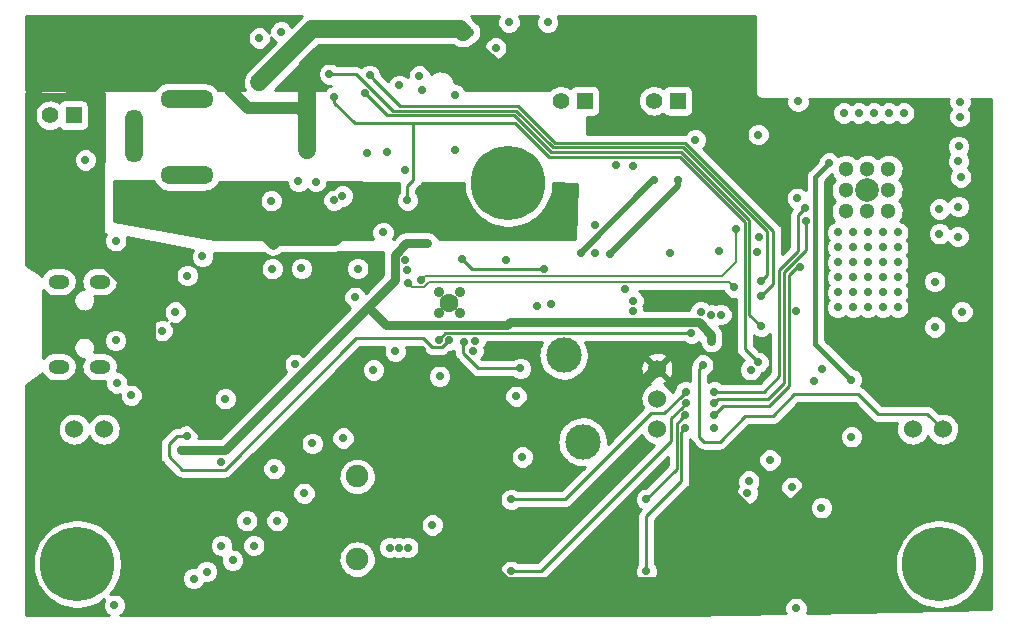
<source format=gbr>
G04 #@! TF.GenerationSoftware,KiCad,Pcbnew,6.0.0-unknown-3514473~86~ubuntu18.04.1*
G04 #@! TF.CreationDate,2019-07-31T16:13:07+03:00*
G04 #@! TF.ProjectId,ESP32-ADF_Rev_C,45535033-322d-4414-9446-5f5265765f43,rev?*
G04 #@! TF.SameCoordinates,Original*
G04 #@! TF.FileFunction,Copper,L3,Inr*
G04 #@! TF.FilePolarity,Positive*
%FSLAX46Y46*%
G04 Gerber Fmt 4.6, Leading zero omitted, Abs format (unit mm)*
G04 Created by KiCad (PCBNEW 6.0.0-unknown-3514473~86~ubuntu18.04.1) date 2019-07-31 16:13:07*
%MOMM*%
%LPD*%
G04 APERTURE LIST*
%ADD10O,1.500000X4.500000*%
%ADD11O,4.500000X1.500000*%
%ADD12C,1.300000*%
%ADD13C,2.000000*%
%ADD14C,3.000000*%
%ADD15C,1.524000*%
%ADD16R,1.400000X1.400000*%
%ADD17C,1.400000*%
%ADD18C,1.200000*%
%ADD19C,6.300000*%
%ADD20C,1.900000*%
%ADD21C,1.600000*%
%ADD22C,0.890000*%
%ADD23O,1.800000X1.200000*%
%ADD24C,0.700000*%
%ADD25C,0.254000*%
%ADD26C,0.762000*%
%ADD27C,1.524000*%
%ADD28C,1.016000*%
%ADD29C,0.381000*%
%ADD30C,0.508000*%
%ADD31C,0.203200*%
G04 APERTURE END LIST*
D10*
X64800000Y-43800000D03*
D11*
X69250000Y-40600000D03*
X69250000Y-47100000D03*
D12*
X128668680Y-48364200D03*
X125068680Y-48364200D03*
X126868680Y-50164200D03*
X126868680Y-46564200D03*
X128668680Y-46564200D03*
X125068680Y-46564200D03*
X128668680Y-50164200D03*
D13*
X126868680Y-48364200D03*
D12*
X125068680Y-50164200D03*
D14*
X101180000Y-62350000D03*
X102780000Y-69650000D03*
D15*
X109080000Y-63460000D03*
X109080000Y-66000000D03*
X109080000Y-68540000D03*
X133270000Y-68595000D03*
X130730000Y-68595000D03*
X62270000Y-68595000D03*
X59730000Y-68595000D03*
D16*
X59682380Y-42014140D03*
D17*
X57670700Y-42016680D03*
D16*
X110825380Y-40798140D03*
D17*
X108813700Y-40800680D03*
D16*
X102951380Y-40798140D03*
D17*
X100939700Y-40800680D03*
D18*
X96500000Y-45337000D03*
X96500000Y-50163000D03*
X94849000Y-49401000D03*
X94722000Y-46099000D03*
X98151000Y-49401000D03*
X98151000Y-46099000D03*
X94087000Y-47750000D03*
X98913000Y-47750000D03*
D19*
X96500000Y-47750000D03*
D20*
X83700000Y-72600000D03*
X83700000Y-79600000D03*
D18*
X60000000Y-77587000D03*
X60000000Y-82413000D03*
X58349000Y-81651000D03*
X58222000Y-78349000D03*
X61651000Y-81651000D03*
X61651000Y-78349000D03*
X57587000Y-80000000D03*
X62413000Y-80000000D03*
D19*
X60000000Y-80000000D03*
D18*
X133000000Y-77587000D03*
X133000000Y-82413000D03*
X131349000Y-81651000D03*
X131222000Y-78349000D03*
X134651000Y-81651000D03*
X134651000Y-78349000D03*
X130587000Y-80000000D03*
X135413000Y-80000000D03*
D19*
X133000000Y-80000000D03*
D21*
X91500000Y-57900000D03*
D22*
X92400000Y-58800000D03*
X92400000Y-57000000D03*
X90600000Y-58800000D03*
X90600000Y-57000000D03*
D23*
X58424000Y-56100000D03*
X61894000Y-56100000D03*
X61894000Y-63300000D03*
X58424000Y-63300000D03*
D24*
X86450000Y-78625000D03*
X87975000Y-78625000D03*
X87200000Y-78625000D03*
X80184048Y-47626328D03*
X84500000Y-45175000D03*
X77250000Y-34950000D03*
X97675000Y-70950000D03*
X84026000Y-50401000D03*
X87259928Y-39493116D03*
X84750000Y-38650000D03*
X125547710Y-64402290D03*
X123750000Y-68100000D03*
X120950000Y-49050000D03*
X117650000Y-43650000D03*
X89150000Y-39900000D03*
X90050000Y-76700000D03*
X96407721Y-59761639D03*
X113680240Y-61137800D03*
X89649300Y-52857400D03*
X68750000Y-70400000D03*
X134800000Y-47250000D03*
X79200000Y-74020600D03*
X133000000Y-49950000D03*
X133000000Y-52050000D03*
X134565800Y-52284200D03*
X132600000Y-56100000D03*
X110853220Y-47535821D03*
X108816140Y-47535821D03*
X117650000Y-62930520D03*
X132600000Y-59950000D03*
X115588809Y-56557794D03*
X114500000Y-58900000D03*
X117900000Y-59900000D03*
X95424700Y-36313776D03*
X117900000Y-57350000D03*
X134600000Y-49750000D03*
X134725800Y-42124200D03*
X134900000Y-58650000D03*
X78450000Y-63100000D03*
X82500000Y-69350000D03*
X79900000Y-69800000D03*
X76900000Y-76350000D03*
X74950000Y-78450000D03*
X72200000Y-78450000D03*
X74350000Y-76350000D03*
X84350000Y-40150000D03*
X73150000Y-79700000D03*
X76650000Y-71950000D03*
X81729410Y-49211000D03*
X70950000Y-80650000D03*
X69300000Y-69150000D03*
X106400000Y-56743601D03*
X129461260Y-58290460D03*
X128191260Y-58290460D03*
X126921260Y-58290460D03*
X125651260Y-58290460D03*
X124381260Y-58290460D03*
X129461260Y-57020460D03*
X128191260Y-57020460D03*
X126921260Y-57020460D03*
X125651260Y-57020460D03*
X124381260Y-57020460D03*
X129461260Y-55750460D03*
X128191260Y-55750460D03*
X126921260Y-55750460D03*
X125651260Y-55750460D03*
X124381260Y-55750460D03*
X129461260Y-54480460D03*
X128191260Y-54480460D03*
X126921260Y-54480460D03*
X125651260Y-54480460D03*
X124381260Y-54480460D03*
X129461260Y-53210460D03*
X128191260Y-53210460D03*
X126921260Y-53210460D03*
X125651260Y-53210460D03*
X124381260Y-53210460D03*
X129461260Y-51940460D03*
X128191260Y-51940460D03*
X126921260Y-51940460D03*
X125651260Y-51940460D03*
X128706880Y-41821100D03*
X127436880Y-41821100D03*
X129976880Y-41821100D03*
X126166880Y-41821100D03*
X124896880Y-41821100D03*
X124381260Y-51940460D03*
X99824540Y-34150300D03*
X96545400Y-34150300D03*
X91950540Y-44968160D03*
X91978480Y-40276780D03*
X75399900Y-35486340D03*
X112796693Y-58633733D03*
X117000020Y-63563500D03*
X120885732Y-58625740D03*
X112328960Y-44091860D03*
X107091480Y-46291474D03*
X105610646Y-46202600D03*
X98930460Y-58143140D03*
X93512906Y-61964796D03*
X114327940Y-53520340D03*
X96277000Y-54278960D03*
X110175040Y-53672740D03*
X103850440Y-53682900D03*
X103865680Y-51348640D03*
X90667840Y-64112140D03*
X134729220Y-40855900D03*
X121020840Y-40850820D03*
X70594220Y-53967380D03*
X69306440Y-55595520D03*
X76418440Y-49253140D03*
X78727300Y-47614840D03*
X78980760Y-54989000D03*
X76505200Y-55016000D03*
X83741000Y-55000000D03*
X83511000Y-57420900D03*
X85890100Y-51940460D03*
X63235840Y-61087000D03*
X67183000Y-60261500D03*
X72524620Y-66017140D03*
X120859320Y-83758000D03*
X120500140Y-73507600D03*
X118648480Y-71198740D03*
X116855240Y-72989440D03*
X123070110Y-63522860D03*
X123002080Y-75250000D03*
X122334020Y-64488060D03*
X116739900Y-73997820D03*
X60681880Y-45800000D03*
X63251080Y-52638960D03*
X99521010Y-51642010D03*
X100105210Y-51057810D03*
X63663830Y-48898810D03*
X84533401Y-49893599D03*
X63647500Y-49747500D03*
X76532340Y-52984000D03*
X93179900Y-34965640D03*
X75400000Y-39225120D03*
X82454154Y-48851820D03*
X79415640Y-44152820D03*
X79415640Y-43362880D03*
X79415640Y-42519600D03*
X79415640Y-44965620D03*
X115573934Y-42124200D03*
X114381280Y-42128440D03*
X70575000Y-68716060D03*
X89154000Y-61913020D03*
X95267780Y-70505320D03*
X67106800Y-62039500D03*
X121747280Y-73507600D03*
X114749580Y-72237600D03*
X87900000Y-55128160D03*
X86921340Y-61996320D03*
X87782400Y-54236620D03*
X85069680Y-63581280D03*
X90596720Y-61018420D03*
X112001300Y-60454540D03*
X112963960Y-63164720D03*
X91446591Y-61084051D03*
X87978253Y-56189971D03*
X89103200Y-55947598D03*
X115811300Y-51655980D03*
X68287900Y-58679080D03*
X105138220Y-53756560D03*
X102608380Y-53680360D03*
X123672600Y-46062900D03*
X125547120Y-69245480D03*
X93680263Y-61128975D03*
X86215220Y-45090080D03*
X97525000Y-63450000D03*
X87767160Y-46621700D03*
X92778060Y-61176978D03*
X121684300Y-50998120D03*
X113921540Y-66413380D03*
X134602220Y-45900340D03*
X64564260Y-65722500D03*
X121640600Y-49877980D03*
X113949480Y-65435480D03*
X113929160Y-68503800D03*
X121231660Y-54838600D03*
X113944400Y-67398900D03*
X63334900Y-64693800D03*
X134612380Y-44655740D03*
X92590620Y-54173120D03*
X99547680Y-54993599D03*
X100124260Y-57992759D03*
X117744240Y-52290980D03*
X107048300Y-57721500D03*
X113644680Y-58938160D03*
X117546120Y-53555900D03*
X107038140Y-58615580D03*
X117866160Y-56085740D03*
X81348580Y-38524180D03*
X97152460Y-65798700D03*
X111513498Y-66413500D03*
X96734025Y-80625000D03*
X111513500Y-65413500D03*
X96733360Y-74538840D03*
X111450006Y-68500000D03*
X108184025Y-80625000D03*
X111486500Y-67413500D03*
X108184025Y-74525000D03*
X88948260Y-38689280D03*
X81768575Y-40446075D03*
X87957660Y-49207420D03*
X69850000Y-81250000D03*
X63150000Y-83500000D03*
X72050000Y-81250000D03*
X72200000Y-71400000D03*
D25*
X92685119Y-61269919D02*
X92685119Y-62185119D01*
X92685119Y-62185119D02*
X93950000Y-63450000D01*
X93950000Y-63450000D02*
X97525000Y-63450000D01*
X92778060Y-61176978D02*
X92685119Y-61269919D01*
D26*
X84026000Y-50401000D02*
X84183402Y-50243598D01*
D25*
X88456093Y-47531093D02*
X87957660Y-48029526D01*
X83527526Y-42700000D02*
X88425000Y-42700000D01*
X88425000Y-42700000D02*
X93287186Y-42700000D01*
X88456093Y-47531093D02*
X88456093Y-42731093D01*
X88456093Y-42731093D02*
X88425000Y-42700000D01*
X81768575Y-40446075D02*
X81768575Y-40941049D01*
X81768575Y-40941049D02*
X83527526Y-42700000D01*
D26*
X63647500Y-49747500D02*
X73295840Y-49747500D01*
X73295840Y-49747500D02*
X76532340Y-52984000D01*
X76532340Y-52984000D02*
X76882339Y-52634001D01*
X76882339Y-52634001D02*
X81792999Y-52634001D01*
X81792999Y-52634001D02*
X84026000Y-50401000D01*
X84183402Y-50243598D02*
X84533401Y-49893599D01*
D25*
X111474750Y-44325000D02*
X100449750Y-44325000D01*
X117900000Y-57350000D02*
X118935812Y-56314188D01*
X118925000Y-51800000D02*
X118925000Y-51775250D01*
X118925000Y-51775250D02*
X111474750Y-44325000D01*
X118935812Y-56314188D02*
X118935812Y-51810812D01*
X118935812Y-51810812D02*
X118925000Y-51800000D01*
X100449750Y-44325000D02*
X97343340Y-41218590D01*
X97343340Y-41218590D02*
X87318590Y-41218590D01*
X87318590Y-41218590D02*
X85099999Y-38999999D01*
X85099999Y-38999999D02*
X84750000Y-38650000D01*
X116900000Y-58900000D02*
X116900000Y-50899750D01*
X97175000Y-41625000D02*
X100293589Y-44743589D01*
X116493589Y-61774109D02*
X116493589Y-51068089D01*
X118216159Y-55735741D02*
X117866160Y-56085740D01*
X116900000Y-50899750D02*
X111150250Y-45150000D01*
X97050000Y-42700000D02*
X93287186Y-42700000D01*
X86231411Y-42031411D02*
X84699999Y-40499999D01*
X111150250Y-45150000D02*
X100125249Y-45150000D01*
X111318589Y-44743589D02*
X118373641Y-51798641D01*
X84699999Y-40499999D02*
X84350000Y-40150000D01*
X117650000Y-62930520D02*
X116493589Y-61774109D01*
X118373641Y-51798641D02*
X118373641Y-55578259D01*
X117900000Y-59900000D02*
X116900000Y-58900000D01*
X87957660Y-48712446D02*
X87957660Y-49207420D01*
X84572887Y-39529401D02*
X84628998Y-39529401D01*
X84628998Y-39529401D02*
X86724597Y-41625000D01*
X97006661Y-42031411D02*
X86231411Y-42031411D01*
X110988000Y-45562500D02*
X99912500Y-45562500D01*
X100125249Y-45150000D02*
X97006661Y-42031411D01*
X116493589Y-51068089D02*
X110988000Y-45562500D01*
X87957660Y-48029526D02*
X87957660Y-48712446D01*
X99912500Y-45562500D02*
X97050000Y-42700000D01*
X81348580Y-38524180D02*
X83567666Y-38524180D01*
X83567666Y-38524180D02*
X84572887Y-39529401D01*
X86724597Y-41625000D02*
X97175000Y-41625000D01*
X100293589Y-44743589D02*
X111318589Y-44743589D01*
X118373641Y-55578259D02*
X118216159Y-55735741D01*
D27*
X92429885Y-34710599D02*
X92684926Y-34965640D01*
X80372161Y-36960599D02*
X94283375Y-36960599D01*
X75400000Y-39225120D02*
X79914521Y-34710599D01*
X94283375Y-36960599D02*
X95772776Y-38450000D01*
X115569694Y-40869694D02*
X115569694Y-42128440D01*
X79914521Y-34710599D02*
X92429885Y-34710599D01*
X113150000Y-38450000D02*
X115569694Y-40869694D01*
X95772776Y-38450000D02*
X113150000Y-38450000D01*
X79415640Y-44965620D02*
X79415640Y-37917120D01*
X79415640Y-37917120D02*
X80372161Y-36960599D01*
D28*
X58225000Y-38125000D02*
X56050000Y-40300000D01*
X74450000Y-41375000D02*
X71200000Y-38125000D01*
X66172599Y-64313659D02*
X70225001Y-68366061D01*
X79415640Y-44965620D02*
X79415640Y-41990640D01*
X56050000Y-52375000D02*
X57698512Y-54023512D01*
X71200000Y-38125000D02*
X58225000Y-38125000D01*
X78800000Y-41375000D02*
X74450000Y-41375000D01*
X79415640Y-41990640D02*
X78800000Y-41375000D01*
X56050000Y-40300000D02*
X56050000Y-52375000D01*
X70225001Y-68366061D02*
X70575000Y-68716060D01*
X57698512Y-54023512D02*
X61900000Y-54023512D01*
X61900000Y-54023512D02*
X66172599Y-58296111D01*
X66172599Y-58296111D02*
X66172599Y-64313659D01*
D29*
X122500000Y-61354580D02*
X125547710Y-64402290D01*
D26*
X84626470Y-58276470D02*
X86898999Y-56003941D01*
X78452980Y-64449960D02*
X84626470Y-58276470D01*
X78452980Y-64449960D02*
X72502940Y-70400000D01*
X96407721Y-59761639D02*
X92886395Y-59761639D01*
X86128401Y-59778401D02*
X84626470Y-58276470D01*
X113680240Y-61137800D02*
X113680240Y-60642826D01*
X72502940Y-70400000D02*
X68750000Y-70400000D01*
X113680240Y-60642826D02*
X112597874Y-59560460D01*
X89154326Y-52857400D02*
X89649300Y-52857400D01*
X92886395Y-59761639D02*
X92869633Y-59778401D01*
X87854186Y-52857400D02*
X89154326Y-52857400D01*
X86898999Y-56003941D02*
X86898999Y-53812587D01*
X92869633Y-59778401D02*
X86128401Y-59778401D01*
X86898999Y-53812587D02*
X87854186Y-52857400D01*
X112597874Y-59560460D02*
X96608900Y-59560460D01*
X78432660Y-64449960D02*
X78452980Y-64449960D01*
X96608900Y-59560460D02*
X96407721Y-59761639D01*
D25*
X99547680Y-54993599D02*
X93411099Y-54993599D01*
X93411099Y-54993599D02*
X92590620Y-54173120D01*
D30*
X108752919Y-47535821D02*
X108816140Y-47535821D01*
X110853220Y-48041560D02*
X110853220Y-48030795D01*
X102608380Y-53680360D02*
X108752919Y-47535821D01*
X105138220Y-53756560D02*
X110853220Y-48041560D01*
X110853220Y-48030795D02*
X110853220Y-47535821D01*
D31*
X115238810Y-56207795D02*
X115588809Y-56557794D01*
X89805119Y-56139601D02*
X115170616Y-56139601D01*
X89393121Y-56551599D02*
X89805119Y-56139601D01*
X88339881Y-56551599D02*
X89393121Y-56551599D01*
X115170616Y-56139601D02*
X115238810Y-56207795D01*
D25*
X72502113Y-72029401D02*
X83631514Y-60900000D01*
X68879401Y-72029401D02*
X72502113Y-72029401D01*
X83700000Y-60900000D02*
X83713660Y-60886340D01*
X90012001Y-61647821D02*
X90882821Y-61647821D01*
X67750000Y-70900000D02*
X68879401Y-72029401D01*
X67750000Y-69850000D02*
X67750000Y-70900000D01*
X83631514Y-60900000D02*
X83700000Y-60900000D01*
X69300000Y-69150000D02*
X68450000Y-69150000D01*
X68450000Y-69150000D02*
X67750000Y-69850000D01*
X83713660Y-60886340D02*
X89250520Y-60886340D01*
X89250520Y-60886340D02*
X90012001Y-61647821D01*
X90882821Y-61647821D02*
X91446591Y-61084051D01*
D28*
X100167440Y-50995580D02*
X100105210Y-51057810D01*
X63663830Y-48898810D02*
X63647500Y-48915140D01*
D26*
X63647500Y-48915140D02*
X63647500Y-49747500D01*
X92684926Y-34965640D02*
X93179900Y-34965640D01*
D27*
X114031281Y-42478439D02*
X114381280Y-42128440D01*
D28*
X105616080Y-66923920D02*
X98849180Y-66923920D01*
X109080000Y-63460000D02*
X105616080Y-66923920D01*
X98849180Y-66923920D02*
X95617779Y-70155321D01*
X95617779Y-70155321D02*
X95267780Y-70505320D01*
D30*
X89895680Y-80703420D02*
X95692971Y-80703420D01*
X96370952Y-81381401D02*
X112493885Y-81381401D01*
X95692971Y-80703420D02*
X96370952Y-81381401D01*
X112493885Y-81381401D02*
X117748946Y-76126340D01*
X121747280Y-73507600D02*
X119128540Y-76126340D01*
X114749580Y-73126974D02*
X114749580Y-72732574D01*
X119128540Y-76126340D02*
X117748946Y-76126340D01*
X117748946Y-76126340D02*
X114749580Y-73126974D01*
X114749580Y-72732574D02*
X114749580Y-72237600D01*
D28*
X67106800Y-62039500D02*
X67106800Y-65247860D01*
X67106800Y-65247860D02*
X70575000Y-68716060D01*
X95267780Y-70505320D02*
X95267780Y-75331320D01*
X95267780Y-75331320D02*
X89895680Y-80703420D01*
D27*
X114381280Y-42128440D02*
X115569694Y-42128440D01*
X115569694Y-42128440D02*
X115573934Y-42124200D01*
D25*
X91160600Y-60454540D02*
X90596720Y-61018420D01*
X112001300Y-60454540D02*
X91160600Y-60454540D01*
X118893021Y-67480189D02*
X116569810Y-67480190D01*
X120723210Y-65650000D02*
X118893021Y-67480189D01*
X126130868Y-65650000D02*
X120723210Y-65650000D01*
X114393040Y-69656960D02*
X113065560Y-69656960D01*
X127780868Y-67300000D02*
X126130868Y-65650000D01*
X133270000Y-68595000D02*
X131975000Y-67300000D01*
X116569810Y-67480190D02*
X114393040Y-69656960D01*
X113065560Y-69656960D02*
X112650000Y-69241400D01*
X131975000Y-67300000D02*
X127780868Y-67300000D01*
X112650000Y-69241400D02*
X112650000Y-63478680D01*
X112650000Y-63478680D02*
X112963960Y-63164720D01*
D31*
X88328252Y-56539970D02*
X87978253Y-56189971D01*
X114622119Y-55597599D02*
X115811300Y-54408418D01*
X115811300Y-54408418D02*
X115811300Y-51655980D01*
X89103200Y-55947598D02*
X89453199Y-55597599D01*
X89453199Y-55597599D02*
X114622119Y-55597599D01*
D29*
X122500000Y-47235500D02*
X122500000Y-61354580D01*
X123672600Y-46062900D02*
X122500000Y-47235500D01*
D25*
X119849911Y-64719189D02*
X119849911Y-55251490D01*
X121684300Y-53417101D02*
X121684300Y-51493094D01*
X119849911Y-55251490D02*
X121684300Y-53417101D01*
X113921540Y-66413380D02*
X114271539Y-66063381D01*
X118505719Y-66063381D02*
X119849911Y-64719189D01*
X114271539Y-66063381D02*
X118505719Y-66063381D01*
X121684300Y-51493094D02*
X121684300Y-50998120D01*
X121640600Y-49877980D02*
X121054899Y-50463681D01*
X121054899Y-53471751D02*
X119443500Y-55083150D01*
X119443500Y-55083150D02*
X119443500Y-64092818D01*
X119443500Y-64092818D02*
X118100838Y-65435480D01*
X121054899Y-50463681D02*
X121054899Y-53471751D01*
X118100838Y-65435480D02*
X114444454Y-65435480D01*
X114444454Y-65435480D02*
X113949480Y-65435480D01*
X121709180Y-49809400D02*
X121640600Y-49877980D01*
X114675930Y-66667370D02*
X118536730Y-66667370D01*
X118536730Y-66667370D02*
X120256322Y-64947778D01*
X113944400Y-67398900D02*
X114675930Y-66667370D01*
X120256322Y-64947778D02*
X120256322Y-55543678D01*
X120961400Y-54838600D02*
X121231660Y-54838600D01*
X120256322Y-55543678D02*
X120961400Y-54838600D01*
X99234025Y-80625000D02*
X110294420Y-69564605D01*
X96734025Y-80625000D02*
X99234025Y-80625000D01*
X110294420Y-69564605D02*
X110294420Y-67632578D01*
X111163499Y-66763499D02*
X111513498Y-66413500D01*
X110294420Y-67632578D02*
X111163499Y-66763499D01*
X101282500Y-74538840D02*
X108579920Y-67241420D01*
X96733360Y-74538840D02*
X101282500Y-74538840D01*
X109685580Y-67241420D02*
X111163501Y-65763499D01*
X111163501Y-65763499D02*
X111513500Y-65413500D01*
X108579920Y-67241420D02*
X109685580Y-67241420D01*
X108184025Y-75965975D02*
X111150000Y-73000000D01*
X108184025Y-80625000D02*
X108184025Y-75965975D01*
X111150000Y-73000000D02*
X111150000Y-68800006D01*
X111150000Y-68800006D02*
X111450006Y-68500000D01*
X108184025Y-74525000D02*
X110743589Y-71965436D01*
X110743589Y-71965436D02*
X110743589Y-68156411D01*
X110743589Y-68156411D02*
X111136501Y-67763499D01*
X111136501Y-67763499D02*
X111486500Y-67413500D01*
G36*
X66454407Y-47595729D02*
G01*
X66463425Y-47625042D01*
X66576735Y-47844577D01*
X66727131Y-48040576D01*
X66909859Y-48206846D01*
X67119142Y-48338129D01*
X67351769Y-48431645D01*
X67706318Y-48484000D01*
X70812577Y-48484000D01*
X70996074Y-48467624D01*
X71234371Y-48402433D01*
X71457356Y-48296073D01*
X71657983Y-48151909D01*
X71829911Y-47974495D01*
X71967703Y-47769437D01*
X72029979Y-47627569D01*
X77743301Y-47660197D01*
X77743301Y-47744386D01*
X77810359Y-47994649D01*
X77939905Y-48219030D01*
X78123110Y-48402235D01*
X78347491Y-48531781D01*
X78597754Y-48598839D01*
X78856846Y-48598839D01*
X79107109Y-48531781D01*
X79331490Y-48402235D01*
X79449930Y-48283795D01*
X79579858Y-48413723D01*
X79804239Y-48543269D01*
X80054502Y-48610327D01*
X80313594Y-48610327D01*
X80563857Y-48543269D01*
X80788238Y-48413723D01*
X80971443Y-48230518D01*
X81100989Y-48006137D01*
X81168047Y-47755874D01*
X81168047Y-47679754D01*
X87259841Y-47714542D01*
X87252412Y-47737406D01*
X87224884Y-47791434D01*
X87215396Y-47851335D01*
X87196661Y-47908997D01*
X87196661Y-47969119D01*
X87196660Y-47969125D01*
X87196660Y-48576835D01*
X87170265Y-48603230D01*
X87040719Y-48827611D01*
X86973661Y-49077874D01*
X86973661Y-49336966D01*
X87040719Y-49587229D01*
X87170265Y-49811610D01*
X87353470Y-49994815D01*
X87577851Y-50124361D01*
X87828114Y-50191419D01*
X88087206Y-50191419D01*
X88337469Y-50124361D01*
X88561850Y-49994815D01*
X88745055Y-49811610D01*
X88874601Y-49587229D01*
X88941659Y-49336966D01*
X88941659Y-49077874D01*
X88874601Y-48827611D01*
X88745055Y-48603230D01*
X88718660Y-48576835D01*
X88718660Y-48344741D01*
X89029537Y-48033865D01*
X89079429Y-47983973D01*
X89106955Y-47929949D01*
X89142601Y-47880888D01*
X89161341Y-47823214D01*
X89188869Y-47769186D01*
X89195773Y-47725597D01*
X92716000Y-47745701D01*
X92716000Y-47948311D01*
X92757458Y-48342761D01*
X92839920Y-48730715D01*
X92962483Y-49107925D01*
X93123804Y-49470257D01*
X93322116Y-49813743D01*
X93555244Y-50134616D01*
X93820636Y-50429364D01*
X94115384Y-50694756D01*
X94436257Y-50927884D01*
X94779743Y-51126196D01*
X95142075Y-51287517D01*
X95519285Y-51410080D01*
X95907239Y-51492542D01*
X96301689Y-51534000D01*
X96698311Y-51534000D01*
X97092761Y-51492542D01*
X97480715Y-51410080D01*
X97857925Y-51287517D01*
X98220257Y-51126196D01*
X98563743Y-50927884D01*
X98884616Y-50694756D01*
X99179364Y-50429364D01*
X99444756Y-50134616D01*
X99677884Y-49813743D01*
X99876196Y-49470257D01*
X100037517Y-49107925D01*
X100160080Y-48730715D01*
X100242542Y-48342761D01*
X100284000Y-47948311D01*
X100284000Y-47788919D01*
X102270126Y-47800260D01*
X102127779Y-52474000D01*
X90589119Y-52474000D01*
X90535901Y-52345521D01*
X90373206Y-52133494D01*
X90161179Y-51970799D01*
X89914269Y-51868525D01*
X89715826Y-51842400D01*
X87920703Y-51842400D01*
X87854185Y-51833643D01*
X87787667Y-51842400D01*
X87787660Y-51842400D01*
X87589217Y-51868525D01*
X87447209Y-51927347D01*
X87342306Y-51970799D01*
X87190065Y-52087619D01*
X87130279Y-52133494D01*
X87089430Y-52186731D01*
X86802161Y-52474000D01*
X86718285Y-52474000D01*
X86807041Y-52320269D01*
X86874099Y-52070006D01*
X86874099Y-51810914D01*
X86807041Y-51560651D01*
X86677495Y-51336270D01*
X86494290Y-51153065D01*
X86269909Y-51023519D01*
X86019646Y-50956461D01*
X85760554Y-50956461D01*
X85510291Y-51023519D01*
X85285910Y-51153065D01*
X85102705Y-51336270D01*
X84973159Y-51560651D01*
X84906101Y-51810914D01*
X84906101Y-52070006D01*
X84973159Y-52320269D01*
X85061915Y-52474000D01*
X71611020Y-52474000D01*
X63077467Y-50969530D01*
X63102927Y-49123594D01*
X75434441Y-49123594D01*
X75434441Y-49382686D01*
X75501499Y-49632949D01*
X75631045Y-49857330D01*
X75814250Y-50040535D01*
X76038631Y-50170081D01*
X76288894Y-50237139D01*
X76547986Y-50237139D01*
X76798249Y-50170081D01*
X77022630Y-50040535D01*
X77205835Y-49857330D01*
X77335381Y-49632949D01*
X77402439Y-49382686D01*
X77402439Y-49123594D01*
X77391148Y-49081454D01*
X80745411Y-49081454D01*
X80745411Y-49340546D01*
X80812469Y-49590809D01*
X80942015Y-49815190D01*
X81125220Y-49998395D01*
X81349601Y-50127941D01*
X81599864Y-50194999D01*
X81858956Y-50194999D01*
X82109219Y-50127941D01*
X82333600Y-49998395D01*
X82496176Y-49835819D01*
X82583700Y-49835819D01*
X82833963Y-49768761D01*
X83058344Y-49639215D01*
X83241549Y-49456010D01*
X83371095Y-49231629D01*
X83438153Y-48981366D01*
X83438153Y-48722274D01*
X83371095Y-48472011D01*
X83241549Y-48247630D01*
X83058344Y-48064425D01*
X82833963Y-47934879D01*
X82583700Y-47867821D01*
X82324608Y-47867821D01*
X82074345Y-47934879D01*
X81849964Y-48064425D01*
X81687388Y-48227001D01*
X81599864Y-48227001D01*
X81349601Y-48294059D01*
X81125220Y-48423605D01*
X80942015Y-48606810D01*
X80812469Y-48831191D01*
X80745411Y-49081454D01*
X77391148Y-49081454D01*
X77335381Y-48873331D01*
X77205835Y-48648950D01*
X77022630Y-48465745D01*
X76798249Y-48336199D01*
X76547986Y-48269141D01*
X76288894Y-48269141D01*
X76038631Y-48336199D01*
X75814250Y-48465745D01*
X75631045Y-48648950D01*
X75501499Y-48873331D01*
X75434441Y-49123594D01*
X63102927Y-49123594D01*
X63124264Y-47576712D01*
X66454407Y-47595729D01*
X66454407Y-47595729D01*
G37*
X66454407Y-47595729D02*
X66463425Y-47625042D01*
X66576735Y-47844577D01*
X66727131Y-48040576D01*
X66909859Y-48206846D01*
X67119142Y-48338129D01*
X67351769Y-48431645D01*
X67706318Y-48484000D01*
X70812577Y-48484000D01*
X70996074Y-48467624D01*
X71234371Y-48402433D01*
X71457356Y-48296073D01*
X71657983Y-48151909D01*
X71829911Y-47974495D01*
X71967703Y-47769437D01*
X72029979Y-47627569D01*
X77743301Y-47660197D01*
X77743301Y-47744386D01*
X77810359Y-47994649D01*
X77939905Y-48219030D01*
X78123110Y-48402235D01*
X78347491Y-48531781D01*
X78597754Y-48598839D01*
X78856846Y-48598839D01*
X79107109Y-48531781D01*
X79331490Y-48402235D01*
X79449930Y-48283795D01*
X79579858Y-48413723D01*
X79804239Y-48543269D01*
X80054502Y-48610327D01*
X80313594Y-48610327D01*
X80563857Y-48543269D01*
X80788238Y-48413723D01*
X80971443Y-48230518D01*
X81100989Y-48006137D01*
X81168047Y-47755874D01*
X81168047Y-47679754D01*
X87259841Y-47714542D01*
X87252412Y-47737406D01*
X87224884Y-47791434D01*
X87215396Y-47851335D01*
X87196661Y-47908997D01*
X87196661Y-47969119D01*
X87196660Y-47969125D01*
X87196660Y-48576835D01*
X87170265Y-48603230D01*
X87040719Y-48827611D01*
X86973661Y-49077874D01*
X86973661Y-49336966D01*
X87040719Y-49587229D01*
X87170265Y-49811610D01*
X87353470Y-49994815D01*
X87577851Y-50124361D01*
X87828114Y-50191419D01*
X88087206Y-50191419D01*
X88337469Y-50124361D01*
X88561850Y-49994815D01*
X88745055Y-49811610D01*
X88874601Y-49587229D01*
X88941659Y-49336966D01*
X88941659Y-49077874D01*
X88874601Y-48827611D01*
X88745055Y-48603230D01*
X88718660Y-48576835D01*
X88718660Y-48344741D01*
X89029537Y-48033865D01*
X89079429Y-47983973D01*
X89106955Y-47929949D01*
X89142601Y-47880888D01*
X89161341Y-47823214D01*
X89188869Y-47769186D01*
X89195773Y-47725597D01*
X92716000Y-47745701D01*
X92716000Y-47948311D01*
X92757458Y-48342761D01*
X92839920Y-48730715D01*
X92962483Y-49107925D01*
X93123804Y-49470257D01*
X93322116Y-49813743D01*
X93555244Y-50134616D01*
X93820636Y-50429364D01*
X94115384Y-50694756D01*
X94436257Y-50927884D01*
X94779743Y-51126196D01*
X95142075Y-51287517D01*
X95519285Y-51410080D01*
X95907239Y-51492542D01*
X96301689Y-51534000D01*
X96698311Y-51534000D01*
X97092761Y-51492542D01*
X97480715Y-51410080D01*
X97857925Y-51287517D01*
X98220257Y-51126196D01*
X98563743Y-50927884D01*
X98884616Y-50694756D01*
X99179364Y-50429364D01*
X99444756Y-50134616D01*
X99677884Y-49813743D01*
X99876196Y-49470257D01*
X100037517Y-49107925D01*
X100160080Y-48730715D01*
X100242542Y-48342761D01*
X100284000Y-47948311D01*
X100284000Y-47788919D01*
X102270126Y-47800260D01*
X102127779Y-52474000D01*
X90589119Y-52474000D01*
X90535901Y-52345521D01*
X90373206Y-52133494D01*
X90161179Y-51970799D01*
X89914269Y-51868525D01*
X89715826Y-51842400D01*
X87920703Y-51842400D01*
X87854185Y-51833643D01*
X87787667Y-51842400D01*
X87787660Y-51842400D01*
X87589217Y-51868525D01*
X87447209Y-51927347D01*
X87342306Y-51970799D01*
X87190065Y-52087619D01*
X87130279Y-52133494D01*
X87089430Y-52186731D01*
X86802161Y-52474000D01*
X86718285Y-52474000D01*
X86807041Y-52320269D01*
X86874099Y-52070006D01*
X86874099Y-51810914D01*
X86807041Y-51560651D01*
X86677495Y-51336270D01*
X86494290Y-51153065D01*
X86269909Y-51023519D01*
X86019646Y-50956461D01*
X85760554Y-50956461D01*
X85510291Y-51023519D01*
X85285910Y-51153065D01*
X85102705Y-51336270D01*
X84973159Y-51560651D01*
X84906101Y-51810914D01*
X84906101Y-52070006D01*
X84973159Y-52320269D01*
X85061915Y-52474000D01*
X71611020Y-52474000D01*
X63077467Y-50969530D01*
X63102927Y-49123594D01*
X75434441Y-49123594D01*
X75434441Y-49382686D01*
X75501499Y-49632949D01*
X75631045Y-49857330D01*
X75814250Y-50040535D01*
X76038631Y-50170081D01*
X76288894Y-50237139D01*
X76547986Y-50237139D01*
X76798249Y-50170081D01*
X77022630Y-50040535D01*
X77205835Y-49857330D01*
X77335381Y-49632949D01*
X77402439Y-49382686D01*
X77402439Y-49123594D01*
X77391148Y-49081454D01*
X80745411Y-49081454D01*
X80745411Y-49340546D01*
X80812469Y-49590809D01*
X80942015Y-49815190D01*
X81125220Y-49998395D01*
X81349601Y-50127941D01*
X81599864Y-50194999D01*
X81858956Y-50194999D01*
X82109219Y-50127941D01*
X82333600Y-49998395D01*
X82496176Y-49835819D01*
X82583700Y-49835819D01*
X82833963Y-49768761D01*
X83058344Y-49639215D01*
X83241549Y-49456010D01*
X83371095Y-49231629D01*
X83438153Y-48981366D01*
X83438153Y-48722274D01*
X83371095Y-48472011D01*
X83241549Y-48247630D01*
X83058344Y-48064425D01*
X82833963Y-47934879D01*
X82583700Y-47867821D01*
X82324608Y-47867821D01*
X82074345Y-47934879D01*
X81849964Y-48064425D01*
X81687388Y-48227001D01*
X81599864Y-48227001D01*
X81349601Y-48294059D01*
X81125220Y-48423605D01*
X80942015Y-48606810D01*
X80812469Y-48831191D01*
X80745411Y-49081454D01*
X77391148Y-49081454D01*
X77335381Y-48873331D01*
X77205835Y-48648950D01*
X77022630Y-48465745D01*
X76798249Y-48336199D01*
X76547986Y-48269141D01*
X76288894Y-48269141D01*
X76038631Y-48336199D01*
X75814250Y-48465745D01*
X75631045Y-48648950D01*
X75501499Y-48873331D01*
X75434441Y-49123594D01*
X63102927Y-49123594D01*
X63124264Y-47576712D01*
X66454407Y-47595729D01*
G36*
X78972646Y-33679919D02*
G01*
X78966703Y-33684175D01*
X78941591Y-33709288D01*
X78845147Y-33800490D01*
X78834027Y-33816852D01*
X78135370Y-34515509D01*
X78037395Y-34345810D01*
X77854190Y-34162605D01*
X77629809Y-34033059D01*
X77379546Y-33966001D01*
X77120454Y-33966001D01*
X76870191Y-34033059D01*
X76645810Y-34162605D01*
X76462605Y-34345810D01*
X76333059Y-34570191D01*
X76266001Y-34820454D01*
X76266001Y-35018473D01*
X76187295Y-34882150D01*
X76004090Y-34698945D01*
X75779709Y-34569399D01*
X75529446Y-34502341D01*
X75270354Y-34502341D01*
X75020091Y-34569399D01*
X74795710Y-34698945D01*
X74612505Y-34882150D01*
X74482959Y-35106531D01*
X74415901Y-35356794D01*
X74415901Y-35615886D01*
X74482959Y-35866149D01*
X74612505Y-36090530D01*
X74795710Y-36273735D01*
X75020091Y-36403281D01*
X75270354Y-36470339D01*
X75529446Y-36470339D01*
X75779709Y-36403281D01*
X76004090Y-36273735D01*
X76187295Y-36090530D01*
X76316841Y-35866149D01*
X76383899Y-35615886D01*
X76383899Y-35417867D01*
X76462605Y-35554190D01*
X76645810Y-35737395D01*
X76815509Y-35835370D01*
X74359314Y-38291564D01*
X74217004Y-38468564D01*
X74082141Y-38740242D01*
X74008763Y-39034545D01*
X74000295Y-39337738D01*
X74057130Y-39635676D01*
X74168205Y-39894837D01*
X71942447Y-39892587D01*
X71923265Y-39855423D01*
X71772869Y-39659424D01*
X71590141Y-39493154D01*
X71380858Y-39361871D01*
X71148231Y-39268355D01*
X70793682Y-39216000D01*
X67687423Y-39216000D01*
X67503926Y-39232376D01*
X67265629Y-39297567D01*
X67042644Y-39403927D01*
X66842017Y-39548091D01*
X66670089Y-39725505D01*
X66561470Y-39887149D01*
X55634000Y-39876106D01*
X55634000Y-33634000D01*
X79021205Y-33634000D01*
X78972646Y-33679919D01*
X78972646Y-33679919D01*
G37*
X78972646Y-33679919D02*
X78966703Y-33684175D01*
X78941591Y-33709288D01*
X78845147Y-33800490D01*
X78834027Y-33816852D01*
X78135370Y-34515509D01*
X78037395Y-34345810D01*
X77854190Y-34162605D01*
X77629809Y-34033059D01*
X77379546Y-33966001D01*
X77120454Y-33966001D01*
X76870191Y-34033059D01*
X76645810Y-34162605D01*
X76462605Y-34345810D01*
X76333059Y-34570191D01*
X76266001Y-34820454D01*
X76266001Y-35018473D01*
X76187295Y-34882150D01*
X76004090Y-34698945D01*
X75779709Y-34569399D01*
X75529446Y-34502341D01*
X75270354Y-34502341D01*
X75020091Y-34569399D01*
X74795710Y-34698945D01*
X74612505Y-34882150D01*
X74482959Y-35106531D01*
X74415901Y-35356794D01*
X74415901Y-35615886D01*
X74482959Y-35866149D01*
X74612505Y-36090530D01*
X74795710Y-36273735D01*
X75020091Y-36403281D01*
X75270354Y-36470339D01*
X75529446Y-36470339D01*
X75779709Y-36403281D01*
X76004090Y-36273735D01*
X76187295Y-36090530D01*
X76316841Y-35866149D01*
X76383899Y-35615886D01*
X76383899Y-35417867D01*
X76462605Y-35554190D01*
X76645810Y-35737395D01*
X76815509Y-35835370D01*
X74359314Y-38291564D01*
X74217004Y-38468564D01*
X74082141Y-38740242D01*
X74008763Y-39034545D01*
X74000295Y-39337738D01*
X74057130Y-39635676D01*
X74168205Y-39894837D01*
X71942447Y-39892587D01*
X71923265Y-39855423D01*
X71772869Y-39659424D01*
X71590141Y-39493154D01*
X71380858Y-39361871D01*
X71148231Y-39268355D01*
X70793682Y-39216000D01*
X67687423Y-39216000D01*
X67503926Y-39232376D01*
X67265629Y-39297567D01*
X67042644Y-39403927D01*
X66842017Y-39548091D01*
X66670089Y-39725505D01*
X66561470Y-39887149D01*
X55634000Y-39876106D01*
X55634000Y-33634000D01*
X79021205Y-33634000D01*
X78972646Y-33679919D01*
G36*
X121808235Y-41455010D02*
G01*
X121937781Y-41230629D01*
X122004839Y-40980366D01*
X122004839Y-40721274D01*
X121981454Y-40634000D01*
X133769967Y-40634000D01*
X133745221Y-40726354D01*
X133745221Y-40985446D01*
X133812279Y-41235709D01*
X133941825Y-41460090D01*
X133970075Y-41488340D01*
X133938405Y-41520010D01*
X133808859Y-41744391D01*
X133741801Y-41994654D01*
X133741801Y-42253746D01*
X133808859Y-42504009D01*
X133938405Y-42728390D01*
X134121610Y-42911595D01*
X134345991Y-43041141D01*
X134596254Y-43108199D01*
X134855346Y-43108199D01*
X135105609Y-43041141D01*
X135329990Y-42911595D01*
X135513195Y-42728390D01*
X135642741Y-42504009D01*
X135709799Y-42253746D01*
X135709799Y-41994654D01*
X135642741Y-41744391D01*
X135513195Y-41520010D01*
X135484945Y-41491760D01*
X135516615Y-41460090D01*
X135646161Y-41235709D01*
X135713219Y-40985446D01*
X135713219Y-40726354D01*
X135688473Y-40634000D01*
X137366001Y-40634000D01*
X137366000Y-83805338D01*
X121773410Y-84142747D01*
X121776261Y-84137809D01*
X121843319Y-83887546D01*
X121843319Y-83628454D01*
X121776261Y-83378191D01*
X121646715Y-83153810D01*
X121463510Y-82970605D01*
X121239129Y-82841059D01*
X120988866Y-82774001D01*
X120729774Y-82774001D01*
X120479511Y-82841059D01*
X120255130Y-82970605D01*
X120071925Y-83153810D01*
X119942379Y-83378191D01*
X119875321Y-83628454D01*
X119875321Y-83887546D01*
X119942379Y-84137809D01*
X119967788Y-84181819D01*
X111456296Y-84366000D01*
X63618042Y-84366000D01*
X63754190Y-84287395D01*
X63937395Y-84104190D01*
X64066941Y-83879809D01*
X64133999Y-83629546D01*
X64133999Y-83370454D01*
X64066941Y-83120191D01*
X63937395Y-82895810D01*
X63754190Y-82712605D01*
X63529809Y-82583059D01*
X63279546Y-82516001D01*
X63020454Y-82516001D01*
X62770191Y-82583059D01*
X62761624Y-82588005D01*
X62944756Y-82384616D01*
X63177884Y-82063743D01*
X63376196Y-81720257D01*
X63537517Y-81357925D01*
X63614676Y-81120454D01*
X68866001Y-81120454D01*
X68866001Y-81379546D01*
X68933059Y-81629809D01*
X69062605Y-81854190D01*
X69245810Y-82037395D01*
X69470191Y-82166941D01*
X69720454Y-82233999D01*
X69979546Y-82233999D01*
X70229809Y-82166941D01*
X70454190Y-82037395D01*
X70637395Y-81854190D01*
X70766941Y-81629809D01*
X70769478Y-81620340D01*
X70820454Y-81633999D01*
X71079546Y-81633999D01*
X71329809Y-81566941D01*
X71554190Y-81437395D01*
X71737395Y-81254190D01*
X71866941Y-81029809D01*
X71933999Y-80779546D01*
X71933999Y-80520454D01*
X71866941Y-80270191D01*
X71737395Y-80045810D01*
X71554190Y-79862605D01*
X71329809Y-79733059D01*
X71079546Y-79666001D01*
X70820454Y-79666001D01*
X70570191Y-79733059D01*
X70345810Y-79862605D01*
X70162605Y-80045810D01*
X70033059Y-80270191D01*
X70030522Y-80279660D01*
X69979546Y-80266001D01*
X69720454Y-80266001D01*
X69470191Y-80333059D01*
X69245810Y-80462605D01*
X69062605Y-80645810D01*
X68933059Y-80870191D01*
X68866001Y-81120454D01*
X63614676Y-81120454D01*
X63660080Y-80980715D01*
X63742542Y-80592761D01*
X63784000Y-80198311D01*
X63784000Y-79801689D01*
X63742542Y-79407239D01*
X63660080Y-79019285D01*
X63537517Y-78642075D01*
X63394322Y-78320454D01*
X71216001Y-78320454D01*
X71216001Y-78579546D01*
X71283059Y-78829809D01*
X71412605Y-79054190D01*
X71595810Y-79237395D01*
X71820191Y-79366941D01*
X72070454Y-79433999D01*
X72202564Y-79433999D01*
X72166001Y-79570454D01*
X72166001Y-79829546D01*
X72233059Y-80079809D01*
X72362605Y-80304190D01*
X72545810Y-80487395D01*
X72770191Y-80616941D01*
X73020454Y-80683999D01*
X73279546Y-80683999D01*
X73529809Y-80616941D01*
X73754190Y-80487395D01*
X73937395Y-80304190D01*
X74066941Y-80079809D01*
X74133999Y-79829546D01*
X74133999Y-79691493D01*
X82113215Y-79691493D01*
X82149465Y-79949428D01*
X82227355Y-80197979D01*
X82344796Y-80430470D01*
X82498630Y-80640659D01*
X82684729Y-80822899D01*
X82898093Y-80972299D01*
X83132993Y-81084844D01*
X83383121Y-81157513D01*
X83641757Y-81188353D01*
X83901959Y-81176538D01*
X84156737Y-81122383D01*
X84399248Y-81027344D01*
X84622982Y-80893973D01*
X84821927Y-80725850D01*
X84990743Y-80527492D01*
X85124894Y-80304226D01*
X85220779Y-80062048D01*
X85276151Y-79805945D01*
X85284330Y-79471295D01*
X85241535Y-79212793D01*
X85157594Y-78966220D01*
X85034510Y-78736667D01*
X84875585Y-78530299D01*
X84838219Y-78495454D01*
X85466001Y-78495454D01*
X85466001Y-78754546D01*
X85533059Y-79004809D01*
X85662605Y-79229190D01*
X85845810Y-79412395D01*
X86070191Y-79541941D01*
X86320454Y-79608999D01*
X86579546Y-79608999D01*
X86825000Y-79543230D01*
X87070454Y-79608999D01*
X87329546Y-79608999D01*
X87579809Y-79541941D01*
X87587500Y-79537501D01*
X87595191Y-79541941D01*
X87845454Y-79608999D01*
X88104546Y-79608999D01*
X88354809Y-79541941D01*
X88579190Y-79412395D01*
X88762395Y-79229190D01*
X88891941Y-79004809D01*
X88958999Y-78754546D01*
X88958999Y-78495454D01*
X88891941Y-78245191D01*
X88762395Y-78020810D01*
X88579190Y-77837605D01*
X88354809Y-77708059D01*
X88104546Y-77641001D01*
X87845454Y-77641001D01*
X87595191Y-77708059D01*
X87587500Y-77712499D01*
X87579809Y-77708059D01*
X87329546Y-77641001D01*
X87070454Y-77641001D01*
X86825000Y-77706770D01*
X86579546Y-77641001D01*
X86320454Y-77641001D01*
X86070191Y-77708059D01*
X85845810Y-77837605D01*
X85662605Y-78020810D01*
X85533059Y-78245191D01*
X85466001Y-78495454D01*
X84838219Y-78495454D01*
X84685090Y-78352659D01*
X84468139Y-78208518D01*
X84230560Y-78101745D01*
X83978732Y-78035210D01*
X83719418Y-78010697D01*
X83459583Y-78028867D01*
X83206205Y-78089230D01*
X82966087Y-78190167D01*
X82745680Y-78328965D01*
X82550901Y-78501897D01*
X82386981Y-78704320D01*
X82258325Y-78930797D01*
X82168386Y-79175246D01*
X82119579Y-79431101D01*
X82113215Y-79691493D01*
X74133999Y-79691493D01*
X74133999Y-79570454D01*
X74066941Y-79320191D01*
X73937395Y-79095810D01*
X73754190Y-78912605D01*
X73529809Y-78783059D01*
X73279546Y-78716001D01*
X73147436Y-78716001D01*
X73183999Y-78579546D01*
X73183999Y-78320454D01*
X73966001Y-78320454D01*
X73966001Y-78579546D01*
X74033059Y-78829809D01*
X74162605Y-79054190D01*
X74345810Y-79237395D01*
X74570191Y-79366941D01*
X74820454Y-79433999D01*
X75079546Y-79433999D01*
X75329809Y-79366941D01*
X75554190Y-79237395D01*
X75737395Y-79054190D01*
X75866941Y-78829809D01*
X75933999Y-78579546D01*
X75933999Y-78320454D01*
X75866941Y-78070191D01*
X75737395Y-77845810D01*
X75554190Y-77662605D01*
X75329809Y-77533059D01*
X75079546Y-77466001D01*
X74820454Y-77466001D01*
X74570191Y-77533059D01*
X74345810Y-77662605D01*
X74162605Y-77845810D01*
X74033059Y-78070191D01*
X73966001Y-78320454D01*
X73183999Y-78320454D01*
X73116941Y-78070191D01*
X72987395Y-77845810D01*
X72804190Y-77662605D01*
X72579809Y-77533059D01*
X72329546Y-77466001D01*
X72070454Y-77466001D01*
X71820191Y-77533059D01*
X71595810Y-77662605D01*
X71412605Y-77845810D01*
X71283059Y-78070191D01*
X71216001Y-78320454D01*
X63394322Y-78320454D01*
X63376196Y-78279743D01*
X63177884Y-77936257D01*
X62944756Y-77615384D01*
X62679364Y-77320636D01*
X62384616Y-77055244D01*
X62063743Y-76822116D01*
X61720257Y-76623804D01*
X61357925Y-76462483D01*
X60980715Y-76339920D01*
X60592761Y-76257458D01*
X60240689Y-76220454D01*
X73366001Y-76220454D01*
X73366001Y-76479546D01*
X73433059Y-76729809D01*
X73562605Y-76954190D01*
X73745810Y-77137395D01*
X73970191Y-77266941D01*
X74220454Y-77333999D01*
X74479546Y-77333999D01*
X74729809Y-77266941D01*
X74954190Y-77137395D01*
X75137395Y-76954190D01*
X75266941Y-76729809D01*
X75333999Y-76479546D01*
X75333999Y-76220454D01*
X75916001Y-76220454D01*
X75916001Y-76479546D01*
X75983059Y-76729809D01*
X76112605Y-76954190D01*
X76295810Y-77137395D01*
X76520191Y-77266941D01*
X76770454Y-77333999D01*
X77029546Y-77333999D01*
X77279809Y-77266941D01*
X77504190Y-77137395D01*
X77687395Y-76954190D01*
X77816941Y-76729809D01*
X77859640Y-76570454D01*
X89066001Y-76570454D01*
X89066001Y-76829546D01*
X89133059Y-77079809D01*
X89262605Y-77304190D01*
X89445810Y-77487395D01*
X89670191Y-77616941D01*
X89920454Y-77683999D01*
X90179546Y-77683999D01*
X90429809Y-77616941D01*
X90654190Y-77487395D01*
X90837395Y-77304190D01*
X90966941Y-77079809D01*
X91033999Y-76829546D01*
X91033999Y-76570454D01*
X90966941Y-76320191D01*
X90837395Y-76095810D01*
X90654190Y-75912605D01*
X90429809Y-75783059D01*
X90179546Y-75716001D01*
X89920454Y-75716001D01*
X89670191Y-75783059D01*
X89445810Y-75912605D01*
X89262605Y-76095810D01*
X89133059Y-76320191D01*
X89066001Y-76570454D01*
X77859640Y-76570454D01*
X77883999Y-76479546D01*
X77883999Y-76220454D01*
X77816941Y-75970191D01*
X77687395Y-75745810D01*
X77504190Y-75562605D01*
X77279809Y-75433059D01*
X77029546Y-75366001D01*
X76770454Y-75366001D01*
X76520191Y-75433059D01*
X76295810Y-75562605D01*
X76112605Y-75745810D01*
X75983059Y-75970191D01*
X75916001Y-76220454D01*
X75333999Y-76220454D01*
X75266941Y-75970191D01*
X75137395Y-75745810D01*
X74954190Y-75562605D01*
X74729809Y-75433059D01*
X74479546Y-75366001D01*
X74220454Y-75366001D01*
X73970191Y-75433059D01*
X73745810Y-75562605D01*
X73562605Y-75745810D01*
X73433059Y-75970191D01*
X73366001Y-76220454D01*
X60240689Y-76220454D01*
X60198311Y-76216000D01*
X59801689Y-76216000D01*
X59407239Y-76257458D01*
X59019285Y-76339920D01*
X58642075Y-76462483D01*
X58279743Y-76623804D01*
X57936257Y-76822116D01*
X57615384Y-77055244D01*
X57320636Y-77320636D01*
X57055244Y-77615384D01*
X56822116Y-77936257D01*
X56623804Y-78279743D01*
X56462483Y-78642075D01*
X56339920Y-79019285D01*
X56257458Y-79407239D01*
X56216000Y-79801689D01*
X56216000Y-80198311D01*
X56257458Y-80592761D01*
X56339920Y-80980715D01*
X56462483Y-81357925D01*
X56623804Y-81720257D01*
X56822116Y-82063743D01*
X57055244Y-82384616D01*
X57320636Y-82679364D01*
X57615384Y-82944756D01*
X57936257Y-83177884D01*
X58279743Y-83376196D01*
X58642075Y-83537517D01*
X59019285Y-83660080D01*
X59407239Y-83742542D01*
X59801689Y-83784000D01*
X60198311Y-83784000D01*
X60592761Y-83742542D01*
X60980715Y-83660080D01*
X61357925Y-83537517D01*
X61720257Y-83376196D01*
X62063743Y-83177884D01*
X62298023Y-83007669D01*
X62233059Y-83120191D01*
X62166001Y-83370454D01*
X62166001Y-83629546D01*
X62233059Y-83879809D01*
X62362605Y-84104190D01*
X62545810Y-84287395D01*
X62681958Y-84366000D01*
X55634000Y-84366000D01*
X55634000Y-73891054D01*
X78216001Y-73891054D01*
X78216001Y-74150146D01*
X78283059Y-74400409D01*
X78412605Y-74624790D01*
X78595810Y-74807995D01*
X78820191Y-74937541D01*
X79070454Y-75004599D01*
X79329546Y-75004599D01*
X79579809Y-74937541D01*
X79804190Y-74807995D01*
X79987395Y-74624790D01*
X80116941Y-74400409D01*
X80183999Y-74150146D01*
X80183999Y-73891054D01*
X80116941Y-73640791D01*
X79987395Y-73416410D01*
X79804190Y-73233205D01*
X79579809Y-73103659D01*
X79329546Y-73036601D01*
X79070454Y-73036601D01*
X78820191Y-73103659D01*
X78595810Y-73233205D01*
X78412605Y-73416410D01*
X78283059Y-73640791D01*
X78216001Y-73891054D01*
X55634000Y-73891054D01*
X55634000Y-68558310D01*
X58328847Y-68558310D01*
X58344494Y-68807013D01*
X58403934Y-69049014D01*
X58505291Y-69276664D01*
X58645360Y-69482768D01*
X58819711Y-69660811D01*
X59022837Y-69805164D01*
X59248315Y-69911266D01*
X59489019Y-69975762D01*
X59737339Y-69996615D01*
X59985428Y-69973164D01*
X60225442Y-69906150D01*
X60449796Y-69797693D01*
X60651399Y-69651221D01*
X60823878Y-69471362D01*
X60961780Y-69263802D01*
X61000119Y-69175206D01*
X61045291Y-69276664D01*
X61185360Y-69482768D01*
X61359711Y-69660811D01*
X61562837Y-69805164D01*
X61788315Y-69911266D01*
X62029019Y-69975762D01*
X62277339Y-69996615D01*
X62525428Y-69973164D01*
X62765442Y-69906150D01*
X62989796Y-69797693D01*
X63191399Y-69651221D01*
X63363878Y-69471362D01*
X63501780Y-69263802D01*
X63600747Y-69035102D01*
X63658031Y-68790872D01*
X63666380Y-68472041D01*
X63621956Y-68225147D01*
X63535094Y-67991581D01*
X63408244Y-67777089D01*
X63245414Y-67588449D01*
X63051754Y-67431627D01*
X62833384Y-67311576D01*
X62597205Y-67232093D01*
X62350684Y-67195690D01*
X62101612Y-67203517D01*
X61857863Y-67255328D01*
X61627141Y-67349484D01*
X61416739Y-67483009D01*
X61233308Y-67651683D01*
X61082645Y-67850173D01*
X61001634Y-68009167D01*
X60995094Y-67991581D01*
X60868244Y-67777089D01*
X60705414Y-67588449D01*
X60511754Y-67431627D01*
X60293384Y-67311576D01*
X60057205Y-67232093D01*
X59810684Y-67195690D01*
X59561612Y-67203517D01*
X59317863Y-67255328D01*
X59087141Y-67349484D01*
X58876739Y-67483009D01*
X58693308Y-67651683D01*
X58542645Y-67850173D01*
X58429513Y-68072208D01*
X58357489Y-68310766D01*
X58328847Y-68558310D01*
X55634000Y-68558310D01*
X55634000Y-64839305D01*
X56843726Y-64032822D01*
X56915127Y-63987772D01*
X56950634Y-63947567D01*
X56990586Y-63911795D01*
X57010438Y-63879851D01*
X57024719Y-63863681D01*
X57049385Y-63917931D01*
X57185620Y-64109988D01*
X57355715Y-64272818D01*
X57553532Y-64400546D01*
X57774820Y-64489728D01*
X58080159Y-64534000D01*
X58782811Y-64534000D01*
X58958405Y-64517247D01*
X59184352Y-64450961D01*
X59393688Y-64343146D01*
X59578860Y-64197692D01*
X59733186Y-64019846D01*
X59851099Y-63816027D01*
X59928343Y-63593587D01*
X59962131Y-63360555D01*
X59951244Y-63125337D01*
X59896075Y-62896422D01*
X59798615Y-62682069D01*
X59662380Y-62490012D01*
X59492285Y-62327182D01*
X59294468Y-62199454D01*
X59073180Y-62110272D01*
X58767841Y-62066000D01*
X58065189Y-62066000D01*
X57889595Y-62082753D01*
X57663648Y-62149039D01*
X57454312Y-62256854D01*
X57269140Y-62402308D01*
X57134000Y-62558044D01*
X57134000Y-61791719D01*
X59638584Y-61791719D01*
X59682150Y-61996679D01*
X59770041Y-62186895D01*
X59897891Y-62352911D01*
X60059344Y-62486477D01*
X60246377Y-62580953D01*
X60449692Y-62631645D01*
X60553764Y-62633825D01*
X60466901Y-62783973D01*
X60389657Y-63006413D01*
X60355869Y-63239445D01*
X60366756Y-63474663D01*
X60421925Y-63703578D01*
X60519385Y-63917931D01*
X60655620Y-64109988D01*
X60825715Y-64272818D01*
X61023532Y-64400546D01*
X61244820Y-64489728D01*
X61550159Y-64534000D01*
X62252811Y-64534000D01*
X62361794Y-64523602D01*
X62350901Y-64564254D01*
X62350901Y-64823346D01*
X62417959Y-65073609D01*
X62547505Y-65297990D01*
X62730710Y-65481195D01*
X62955091Y-65610741D01*
X63205354Y-65677799D01*
X63464446Y-65677799D01*
X63580261Y-65646766D01*
X63580261Y-65852046D01*
X63647319Y-66102309D01*
X63776865Y-66326690D01*
X63960070Y-66509895D01*
X64184451Y-66639441D01*
X64434714Y-66706499D01*
X64693806Y-66706499D01*
X64944069Y-66639441D01*
X65168450Y-66509895D01*
X65351655Y-66326690D01*
X65481201Y-66102309D01*
X65538733Y-65887594D01*
X71540621Y-65887594D01*
X71540621Y-66146686D01*
X71607679Y-66396949D01*
X71737225Y-66621330D01*
X71920430Y-66804535D01*
X72144811Y-66934081D01*
X72395074Y-67001139D01*
X72654166Y-67001139D01*
X72904429Y-66934081D01*
X73128810Y-66804535D01*
X73312015Y-66621330D01*
X73441561Y-66396949D01*
X73508619Y-66146686D01*
X73508619Y-65887594D01*
X73441561Y-65637331D01*
X73312015Y-65412950D01*
X73128810Y-65229745D01*
X72904429Y-65100199D01*
X72654166Y-65033141D01*
X72395074Y-65033141D01*
X72144811Y-65100199D01*
X71920430Y-65229745D01*
X71737225Y-65412950D01*
X71607679Y-65637331D01*
X71540621Y-65887594D01*
X65538733Y-65887594D01*
X65548259Y-65852046D01*
X65548259Y-65592954D01*
X65481201Y-65342691D01*
X65351655Y-65118310D01*
X65168450Y-64935105D01*
X64944069Y-64805559D01*
X64693806Y-64738501D01*
X64434714Y-64738501D01*
X64318899Y-64769534D01*
X64318899Y-64564254D01*
X64251841Y-64313991D01*
X64122295Y-64089610D01*
X63939090Y-63906405D01*
X63714709Y-63776859D01*
X63464446Y-63709801D01*
X63357987Y-63709801D01*
X63398343Y-63593587D01*
X63432131Y-63360555D01*
X63421244Y-63125337D01*
X63366075Y-62896422D01*
X63268615Y-62682069D01*
X63132380Y-62490012D01*
X62962285Y-62327182D01*
X62764468Y-62199454D01*
X62543180Y-62110272D01*
X62237841Y-62066000D01*
X61535189Y-62066000D01*
X61430969Y-62075943D01*
X61452645Y-62033766D01*
X61504977Y-61829945D01*
X61508243Y-61596099D01*
X61461622Y-61390898D01*
X61371082Y-61201927D01*
X61240926Y-61037712D01*
X61141105Y-60957454D01*
X62251841Y-60957454D01*
X62251841Y-61216546D01*
X62318899Y-61466809D01*
X62448445Y-61691190D01*
X62631650Y-61874395D01*
X62856031Y-62003941D01*
X63106294Y-62070999D01*
X63365386Y-62070999D01*
X63615649Y-62003941D01*
X63840030Y-61874395D01*
X64023235Y-61691190D01*
X64152781Y-61466809D01*
X64219839Y-61216546D01*
X64219839Y-60957454D01*
X64152781Y-60707191D01*
X64023235Y-60482810D01*
X63840030Y-60299605D01*
X63615649Y-60170059D01*
X63473440Y-60131954D01*
X66199001Y-60131954D01*
X66199001Y-60391046D01*
X66266059Y-60641309D01*
X66395605Y-60865690D01*
X66578810Y-61048895D01*
X66803191Y-61178441D01*
X67053454Y-61245499D01*
X67312546Y-61245499D01*
X67562809Y-61178441D01*
X67787190Y-61048895D01*
X67970395Y-60865690D01*
X68099941Y-60641309D01*
X68166999Y-60391046D01*
X68166999Y-60131954D01*
X68099941Y-59881691D01*
X67970395Y-59657310D01*
X67909478Y-59596393D01*
X68158354Y-59663079D01*
X68417446Y-59663079D01*
X68667709Y-59596021D01*
X68892090Y-59466475D01*
X69075295Y-59283270D01*
X69204841Y-59058889D01*
X69271899Y-58808626D01*
X69271899Y-58549534D01*
X69204841Y-58299271D01*
X69075295Y-58074890D01*
X68892090Y-57891685D01*
X68667709Y-57762139D01*
X68417446Y-57695081D01*
X68158354Y-57695081D01*
X67908091Y-57762139D01*
X67683710Y-57891685D01*
X67500505Y-58074890D01*
X67370959Y-58299271D01*
X67303901Y-58549534D01*
X67303901Y-58808626D01*
X67370959Y-59058889D01*
X67500505Y-59283270D01*
X67561422Y-59344187D01*
X67312546Y-59277501D01*
X67053454Y-59277501D01*
X66803191Y-59344559D01*
X66578810Y-59474105D01*
X66395605Y-59657310D01*
X66266059Y-59881691D01*
X66199001Y-60131954D01*
X63473440Y-60131954D01*
X63365386Y-60103001D01*
X63106294Y-60103001D01*
X62856031Y-60170059D01*
X62631650Y-60299605D01*
X62448445Y-60482810D01*
X62318899Y-60707191D01*
X62251841Y-60957454D01*
X61141105Y-60957454D01*
X61077625Y-60906415D01*
X60889292Y-60814558D01*
X60685289Y-60766710D01*
X60475754Y-60765246D01*
X60271102Y-60810242D01*
X60081505Y-60899460D01*
X59916385Y-61028466D01*
X59783949Y-61190848D01*
X59690781Y-61378534D01*
X59641510Y-61582199D01*
X59638584Y-61791719D01*
X57134000Y-61791719D01*
X57134000Y-57791719D01*
X59638584Y-57791719D01*
X59682150Y-57996679D01*
X59770041Y-58186895D01*
X59897891Y-58352911D01*
X60059344Y-58486477D01*
X60246377Y-58580953D01*
X60449692Y-58631645D01*
X60659185Y-58636034D01*
X60864445Y-58593900D01*
X61055270Y-58507339D01*
X61222175Y-58380651D01*
X61356864Y-58220134D01*
X61452645Y-58033766D01*
X61504977Y-57829945D01*
X61508243Y-57596099D01*
X61461622Y-57390898D01*
X61425716Y-57315957D01*
X61550159Y-57334000D01*
X62252811Y-57334000D01*
X62428405Y-57317247D01*
X62654352Y-57250961D01*
X62863688Y-57143146D01*
X63048860Y-56997692D01*
X63203186Y-56819846D01*
X63321099Y-56616027D01*
X63398343Y-56393587D01*
X63432131Y-56160555D01*
X63421244Y-55925337D01*
X63366075Y-55696422D01*
X63268615Y-55482069D01*
X63257199Y-55465974D01*
X68322441Y-55465974D01*
X68322441Y-55725066D01*
X68389499Y-55975329D01*
X68519045Y-56199710D01*
X68702250Y-56382915D01*
X68926631Y-56512461D01*
X69176894Y-56579519D01*
X69435986Y-56579519D01*
X69686249Y-56512461D01*
X69910630Y-56382915D01*
X70093835Y-56199710D01*
X70223381Y-55975329D01*
X70290439Y-55725066D01*
X70290439Y-55465974D01*
X70223381Y-55215711D01*
X70093835Y-54991330D01*
X69910630Y-54808125D01*
X69686249Y-54678579D01*
X69435986Y-54611521D01*
X69176894Y-54611521D01*
X68926631Y-54678579D01*
X68702250Y-54808125D01*
X68519045Y-54991330D01*
X68389499Y-55215711D01*
X68322441Y-55465974D01*
X63257199Y-55465974D01*
X63132380Y-55290012D01*
X62962285Y-55127182D01*
X62764468Y-54999454D01*
X62543180Y-54910272D01*
X62237841Y-54866000D01*
X61535189Y-54866000D01*
X61359595Y-54882753D01*
X61133648Y-54949039D01*
X60924312Y-55056854D01*
X60739140Y-55202308D01*
X60584814Y-55380154D01*
X60466901Y-55583973D01*
X60389657Y-55806413D01*
X60355869Y-56039445D01*
X60366756Y-56274663D01*
X60421925Y-56503578D01*
X60519385Y-56717931D01*
X60553332Y-56765788D01*
X60475754Y-56765246D01*
X60271102Y-56810242D01*
X60081505Y-56899460D01*
X59916385Y-57028466D01*
X59783949Y-57190848D01*
X59690781Y-57378534D01*
X59641510Y-57582199D01*
X59638584Y-57791719D01*
X57134000Y-57791719D01*
X57134000Y-56837217D01*
X57185620Y-56909988D01*
X57355715Y-57072818D01*
X57553532Y-57200546D01*
X57774820Y-57289728D01*
X58080159Y-57334000D01*
X58782811Y-57334000D01*
X58958405Y-57317247D01*
X59184352Y-57250961D01*
X59393688Y-57143146D01*
X59578860Y-56997692D01*
X59733186Y-56819846D01*
X59851099Y-56616027D01*
X59928343Y-56393587D01*
X59962131Y-56160555D01*
X59951244Y-55925337D01*
X59896075Y-55696422D01*
X59798615Y-55482069D01*
X59662380Y-55290012D01*
X59492285Y-55127182D01*
X59294468Y-54999454D01*
X59073180Y-54910272D01*
X58767841Y-54866000D01*
X58065189Y-54866000D01*
X57889595Y-54882753D01*
X57663648Y-54949039D01*
X57454312Y-55056854D01*
X57269140Y-55202308D01*
X57114814Y-55380154D01*
X56996901Y-55583973D01*
X56993917Y-55592567D01*
X56957206Y-55559292D01*
X56921054Y-55517336D01*
X56845792Y-55468555D01*
X55634000Y-54660694D01*
X55634000Y-45670454D01*
X59697881Y-45670454D01*
X59697881Y-45929546D01*
X59764939Y-46179809D01*
X59894485Y-46404190D01*
X60077690Y-46587395D01*
X60302071Y-46716941D01*
X60552334Y-46783999D01*
X60811426Y-46783999D01*
X61061689Y-46716941D01*
X61286070Y-46587395D01*
X61469275Y-46404190D01*
X61598821Y-46179809D01*
X61665879Y-45929546D01*
X61665879Y-45670454D01*
X61598821Y-45420191D01*
X61469275Y-45195810D01*
X61286070Y-45012605D01*
X61061689Y-44883059D01*
X60811426Y-44816001D01*
X60552334Y-44816001D01*
X60302071Y-44883059D01*
X60077690Y-45012605D01*
X59894485Y-45195810D01*
X59764939Y-45420191D01*
X59697881Y-45670454D01*
X55634000Y-45670454D01*
X55634000Y-41981619D01*
X56331777Y-41981619D01*
X56346729Y-42219276D01*
X56403529Y-42450530D01*
X56500384Y-42668069D01*
X56634232Y-42865019D01*
X56800840Y-43035155D01*
X56994945Y-43173097D01*
X57210408Y-43274487D01*
X57440421Y-43336118D01*
X57677713Y-43356044D01*
X57914783Y-43333635D01*
X58144138Y-43269597D01*
X58358528Y-43165957D01*
X58467460Y-43086813D01*
X58568565Y-43207305D01*
X58762194Y-43319096D01*
X58971356Y-43355977D01*
X60398968Y-43355977D01*
X60699892Y-43275345D01*
X60875545Y-43127955D01*
X60987336Y-42934326D01*
X61024217Y-42725164D01*
X61024217Y-41297552D01*
X60943585Y-40996629D01*
X60796195Y-40820975D01*
X60602566Y-40709184D01*
X60393404Y-40672303D01*
X58965792Y-40672303D01*
X58664869Y-40752935D01*
X58489215Y-40900325D01*
X58464613Y-40942938D01*
X58417734Y-40904976D01*
X58209062Y-40790257D01*
X57983373Y-40714304D01*
X57747800Y-40679518D01*
X57509790Y-40686997D01*
X57276868Y-40736507D01*
X57056393Y-40826481D01*
X56855335Y-40954076D01*
X56680051Y-41115258D01*
X56536079Y-41304934D01*
X56427972Y-41517107D01*
X56359145Y-41745070D01*
X56331777Y-41981619D01*
X55634000Y-41981619D01*
X55634000Y-40185620D01*
X62223732Y-40151652D01*
X62198780Y-51979126D01*
X62467826Y-52030629D01*
X62463685Y-52034770D01*
X62334139Y-52259151D01*
X62267081Y-52509414D01*
X62267081Y-52768506D01*
X62334139Y-53018769D01*
X62463685Y-53243150D01*
X62646890Y-53426355D01*
X62871271Y-53555901D01*
X63121534Y-53622959D01*
X63380626Y-53622959D01*
X63630889Y-53555901D01*
X63855270Y-53426355D01*
X64038475Y-53243150D01*
X64168021Y-53018769D01*
X64235079Y-52768506D01*
X64235079Y-52509414D01*
X64195401Y-52361336D01*
X69769220Y-53428325D01*
X69677279Y-53587571D01*
X69610221Y-53837834D01*
X69610221Y-54096926D01*
X69677279Y-54347189D01*
X69806825Y-54571570D01*
X69990030Y-54754775D01*
X70214411Y-54884321D01*
X70464674Y-54951379D01*
X70723766Y-54951379D01*
X70966068Y-54886454D01*
X75521201Y-54886454D01*
X75521201Y-55145546D01*
X75588259Y-55395809D01*
X75717805Y-55620190D01*
X75901010Y-55803395D01*
X76125391Y-55932941D01*
X76375654Y-55999999D01*
X76634746Y-55999999D01*
X76885009Y-55932941D01*
X77109390Y-55803395D01*
X77292595Y-55620190D01*
X77422141Y-55395809D01*
X77489199Y-55145546D01*
X77489199Y-54886454D01*
X77481965Y-54859454D01*
X77996761Y-54859454D01*
X77996761Y-55118546D01*
X78063819Y-55368809D01*
X78193365Y-55593190D01*
X78376570Y-55776395D01*
X78600951Y-55905941D01*
X78851214Y-55972999D01*
X79110306Y-55972999D01*
X79360569Y-55905941D01*
X79584950Y-55776395D01*
X79768155Y-55593190D01*
X79897701Y-55368809D01*
X79964759Y-55118546D01*
X79964759Y-54870454D01*
X82757001Y-54870454D01*
X82757001Y-55129546D01*
X82824059Y-55379809D01*
X82953605Y-55604190D01*
X83136810Y-55787395D01*
X83361191Y-55916941D01*
X83611454Y-55983999D01*
X83870546Y-55983999D01*
X84120809Y-55916941D01*
X84345190Y-55787395D01*
X84528395Y-55604190D01*
X84657941Y-55379809D01*
X84724999Y-55129546D01*
X84724999Y-54870454D01*
X84657941Y-54620191D01*
X84528395Y-54395810D01*
X84345190Y-54212605D01*
X84120809Y-54083059D01*
X83870546Y-54016001D01*
X83611454Y-54016001D01*
X83361191Y-54083059D01*
X83136810Y-54212605D01*
X82953605Y-54395810D01*
X82824059Y-54620191D01*
X82757001Y-54870454D01*
X79964759Y-54870454D01*
X79964759Y-54859454D01*
X79897701Y-54609191D01*
X79768155Y-54384810D01*
X79584950Y-54201605D01*
X79360569Y-54072059D01*
X79110306Y-54005001D01*
X78851214Y-54005001D01*
X78600951Y-54072059D01*
X78376570Y-54201605D01*
X78193365Y-54384810D01*
X78063819Y-54609191D01*
X77996761Y-54859454D01*
X77481965Y-54859454D01*
X77422141Y-54636191D01*
X77292595Y-54411810D01*
X77109390Y-54228605D01*
X76885009Y-54099059D01*
X76634746Y-54032001D01*
X76375654Y-54032001D01*
X76125391Y-54099059D01*
X75901010Y-54228605D01*
X75717805Y-54411810D01*
X75588259Y-54636191D01*
X75521201Y-54886454D01*
X70966068Y-54886454D01*
X70974029Y-54884321D01*
X71198410Y-54754775D01*
X71381615Y-54571570D01*
X71511161Y-54347189D01*
X71578219Y-54096926D01*
X71578219Y-53837834D01*
X71533896Y-53672418D01*
X75752375Y-53639461D01*
X75767583Y-53654669D01*
X75808434Y-53707906D01*
X75861667Y-53748754D01*
X76020460Y-53870601D01*
X76267371Y-53972874D01*
X76524081Y-54006670D01*
X76540598Y-54006670D01*
X76797307Y-53972874D01*
X77044218Y-53870601D01*
X77123510Y-53809759D01*
X77256246Y-53707906D01*
X77297097Y-53654668D01*
X77302764Y-53649001D01*
X81726481Y-53649001D01*
X81792999Y-53657758D01*
X81859517Y-53649001D01*
X81859525Y-53649001D01*
X82057968Y-53622876D01*
X82138372Y-53589571D01*
X85908480Y-53560117D01*
X85890202Y-53698953D01*
X85875242Y-53812587D01*
X85884000Y-53879113D01*
X85883999Y-55583515D01*
X84427386Y-57040129D01*
X84298395Y-56816710D01*
X84115190Y-56633505D01*
X83890809Y-56503959D01*
X83640546Y-56436901D01*
X83381454Y-56436901D01*
X83131191Y-56503959D01*
X82906810Y-56633505D01*
X82723605Y-56816710D01*
X82594059Y-57041091D01*
X82527001Y-57291354D01*
X82527001Y-57550446D01*
X82594059Y-57800709D01*
X82723605Y-58025090D01*
X82906810Y-58208295D01*
X83130229Y-58337285D01*
X79104549Y-62362965D01*
X79054190Y-62312605D01*
X78829809Y-62183059D01*
X78579546Y-62116001D01*
X78320454Y-62116001D01*
X78070191Y-62183059D01*
X77845810Y-62312605D01*
X77662605Y-62495810D01*
X77533059Y-62720191D01*
X77466001Y-62970454D01*
X77466001Y-63229546D01*
X77533059Y-63479809D01*
X77662605Y-63704190D01*
X77698210Y-63739795D01*
X77600891Y-63866623D01*
X72082515Y-69385000D01*
X70255743Y-69385000D01*
X70283999Y-69279546D01*
X70283999Y-69020454D01*
X70216941Y-68770191D01*
X70087395Y-68545810D01*
X69904190Y-68362605D01*
X69679809Y-68233059D01*
X69429546Y-68166001D01*
X69170454Y-68166001D01*
X68920191Y-68233059D01*
X68695810Y-68362605D01*
X68669415Y-68389000D01*
X68389598Y-68389000D01*
X68389592Y-68389001D01*
X68329469Y-68389001D01*
X68271806Y-68407737D01*
X68211907Y-68417224D01*
X68157873Y-68444755D01*
X68100206Y-68463493D01*
X68051150Y-68499134D01*
X67997120Y-68526664D01*
X67953566Y-68570218D01*
X67953559Y-68570224D01*
X67283009Y-69240775D01*
X67283008Y-69240776D01*
X67126664Y-69397121D01*
X67099138Y-69451145D01*
X67063492Y-69500206D01*
X67044752Y-69557880D01*
X67017224Y-69611908D01*
X67007736Y-69671809D01*
X66989001Y-69729471D01*
X66989001Y-69789593D01*
X66989000Y-69789599D01*
X66989001Y-70799427D01*
X66989001Y-71020529D01*
X67007739Y-71078199D01*
X67017225Y-71138094D01*
X67044752Y-71192117D01*
X67063491Y-71249792D01*
X67099138Y-71298856D01*
X67126666Y-71352881D01*
X67176556Y-71402770D01*
X68382960Y-72609177D01*
X68382967Y-72609183D01*
X68426521Y-72652737D01*
X68480551Y-72680267D01*
X68529607Y-72715908D01*
X68587274Y-72734646D01*
X68641308Y-72762177D01*
X68701207Y-72771664D01*
X68758870Y-72790400D01*
X68818993Y-72790400D01*
X68818999Y-72790401D01*
X72562515Y-72790401D01*
X72562521Y-72790400D01*
X72622642Y-72790400D01*
X72680306Y-72771664D01*
X72740206Y-72762177D01*
X72794239Y-72734646D01*
X72851906Y-72715909D01*
X72900960Y-72680268D01*
X72954993Y-72652737D01*
X73125796Y-72481934D01*
X73125798Y-72481930D01*
X73787274Y-71820454D01*
X75666001Y-71820454D01*
X75666001Y-72079546D01*
X75733059Y-72329809D01*
X75862605Y-72554190D01*
X76045810Y-72737395D01*
X76270191Y-72866941D01*
X76520454Y-72933999D01*
X76779546Y-72933999D01*
X77029809Y-72866941D01*
X77254190Y-72737395D01*
X77300092Y-72691493D01*
X82113215Y-72691493D01*
X82149465Y-72949428D01*
X82227355Y-73197979D01*
X82344796Y-73430470D01*
X82498630Y-73640659D01*
X82684729Y-73822899D01*
X82898093Y-73972299D01*
X83132993Y-74084844D01*
X83383121Y-74157513D01*
X83641757Y-74188353D01*
X83901959Y-74176538D01*
X84156737Y-74122383D01*
X84399248Y-74027344D01*
X84622982Y-73893973D01*
X84821927Y-73725850D01*
X84990743Y-73527492D01*
X85124894Y-73304226D01*
X85220779Y-73062048D01*
X85276151Y-72805945D01*
X85284330Y-72471295D01*
X85241535Y-72212793D01*
X85157594Y-71966220D01*
X85034510Y-71736667D01*
X84875585Y-71530299D01*
X84685090Y-71352659D01*
X84468139Y-71208518D01*
X84230560Y-71101745D01*
X83978732Y-71035210D01*
X83719418Y-71010697D01*
X83459583Y-71028867D01*
X83206205Y-71089230D01*
X82966087Y-71190167D01*
X82745680Y-71328965D01*
X82550901Y-71501897D01*
X82386981Y-71704320D01*
X82258325Y-71930797D01*
X82168386Y-72175246D01*
X82119579Y-72431101D01*
X82113215Y-72691493D01*
X77300092Y-72691493D01*
X77437395Y-72554190D01*
X77566941Y-72329809D01*
X77633999Y-72079546D01*
X77633999Y-71820454D01*
X77566941Y-71570191D01*
X77437395Y-71345810D01*
X77254190Y-71162605D01*
X77029809Y-71033059D01*
X76779546Y-70966001D01*
X76520454Y-70966001D01*
X76270191Y-71033059D01*
X76045810Y-71162605D01*
X75862605Y-71345810D01*
X75733059Y-71570191D01*
X75666001Y-71820454D01*
X73787274Y-71820454D01*
X74787274Y-70820454D01*
X96691001Y-70820454D01*
X96691001Y-71079546D01*
X96758059Y-71329809D01*
X96887605Y-71554190D01*
X97070810Y-71737395D01*
X97295191Y-71866941D01*
X97545454Y-71933999D01*
X97804546Y-71933999D01*
X98054809Y-71866941D01*
X98279190Y-71737395D01*
X98462395Y-71554190D01*
X98591941Y-71329809D01*
X98658999Y-71079546D01*
X98658999Y-70820454D01*
X98591941Y-70570191D01*
X98462395Y-70345810D01*
X98279190Y-70162605D01*
X98054809Y-70033059D01*
X97804546Y-69966001D01*
X97545454Y-69966001D01*
X97295191Y-70033059D01*
X97070810Y-70162605D01*
X96887605Y-70345810D01*
X96758059Y-70570191D01*
X96691001Y-70820454D01*
X74787274Y-70820454D01*
X75937274Y-69670454D01*
X78916001Y-69670454D01*
X78916001Y-69929546D01*
X78983059Y-70179809D01*
X79112605Y-70404190D01*
X79295810Y-70587395D01*
X79520191Y-70716941D01*
X79770454Y-70783999D01*
X80029546Y-70783999D01*
X80279809Y-70716941D01*
X80504190Y-70587395D01*
X80687395Y-70404190D01*
X80816941Y-70179809D01*
X80883999Y-69929546D01*
X80883999Y-69670454D01*
X80816941Y-69420191D01*
X80701624Y-69220454D01*
X81516001Y-69220454D01*
X81516001Y-69479546D01*
X81583059Y-69729809D01*
X81712605Y-69954190D01*
X81895810Y-70137395D01*
X82120191Y-70266941D01*
X82370454Y-70333999D01*
X82629546Y-70333999D01*
X82879809Y-70266941D01*
X83104190Y-70137395D01*
X83287395Y-69954190D01*
X83416941Y-69729809D01*
X83483999Y-69479546D01*
X83483999Y-69220454D01*
X83416941Y-68970191D01*
X83287395Y-68745810D01*
X83104190Y-68562605D01*
X82879809Y-68433059D01*
X82629546Y-68366001D01*
X82370454Y-68366001D01*
X82120191Y-68433059D01*
X81895810Y-68562605D01*
X81712605Y-68745810D01*
X81583059Y-68970191D01*
X81516001Y-69220454D01*
X80701624Y-69220454D01*
X80687395Y-69195810D01*
X80504190Y-69012605D01*
X80279809Y-68883059D01*
X80029546Y-68816001D01*
X79770454Y-68816001D01*
X79520191Y-68883059D01*
X79295810Y-69012605D01*
X79112605Y-69195810D01*
X78983059Y-69420191D01*
X78916001Y-69670454D01*
X75937274Y-69670454D01*
X79938574Y-65669154D01*
X96168461Y-65669154D01*
X96168461Y-65928246D01*
X96235519Y-66178509D01*
X96365065Y-66402890D01*
X96548270Y-66586095D01*
X96772651Y-66715641D01*
X97022914Y-66782699D01*
X97282006Y-66782699D01*
X97532269Y-66715641D01*
X97756650Y-66586095D01*
X97939855Y-66402890D01*
X98069401Y-66178509D01*
X98136459Y-65928246D01*
X98136459Y-65669154D01*
X98069401Y-65418891D01*
X97939855Y-65194510D01*
X97756650Y-65011305D01*
X97532269Y-64881759D01*
X97282006Y-64814701D01*
X97022914Y-64814701D01*
X96772651Y-64881759D01*
X96548270Y-65011305D01*
X96365065Y-65194510D01*
X96235519Y-65418891D01*
X96168461Y-65669154D01*
X79938574Y-65669154D01*
X82155994Y-63451734D01*
X84085681Y-63451734D01*
X84085681Y-63710826D01*
X84152739Y-63961089D01*
X84282285Y-64185470D01*
X84465490Y-64368675D01*
X84689871Y-64498221D01*
X84940134Y-64565279D01*
X85199226Y-64565279D01*
X85449489Y-64498221D01*
X85673870Y-64368675D01*
X85857075Y-64185470D01*
X85974205Y-63982594D01*
X89683841Y-63982594D01*
X89683841Y-64241686D01*
X89750899Y-64491949D01*
X89880445Y-64716330D01*
X90063650Y-64899535D01*
X90288031Y-65029081D01*
X90538294Y-65096139D01*
X90797386Y-65096139D01*
X91047649Y-65029081D01*
X91272030Y-64899535D01*
X91455235Y-64716330D01*
X91584781Y-64491949D01*
X91651839Y-64241686D01*
X91651839Y-63982594D01*
X91584781Y-63732331D01*
X91455235Y-63507950D01*
X91272030Y-63324745D01*
X91047649Y-63195199D01*
X90797386Y-63128141D01*
X90538294Y-63128141D01*
X90288031Y-63195199D01*
X90063650Y-63324745D01*
X89880445Y-63507950D01*
X89750899Y-63732331D01*
X89683841Y-63982594D01*
X85974205Y-63982594D01*
X85986621Y-63961089D01*
X86053679Y-63710826D01*
X86053679Y-63451734D01*
X85986621Y-63201471D01*
X85857075Y-62977090D01*
X85673870Y-62793885D01*
X85449489Y-62664339D01*
X85199226Y-62597281D01*
X84940134Y-62597281D01*
X84689871Y-62664339D01*
X84465490Y-62793885D01*
X84282285Y-62977090D01*
X84152739Y-63201471D01*
X84085681Y-63451734D01*
X82155994Y-63451734D01*
X83960389Y-61647340D01*
X85996138Y-61647340D01*
X85937341Y-61866774D01*
X85937341Y-62125866D01*
X86004399Y-62376129D01*
X86133945Y-62600510D01*
X86317150Y-62783715D01*
X86541531Y-62913261D01*
X86791794Y-62980319D01*
X87050886Y-62980319D01*
X87301149Y-62913261D01*
X87525530Y-62783715D01*
X87708735Y-62600510D01*
X87838281Y-62376129D01*
X87905339Y-62125866D01*
X87905339Y-61866774D01*
X87846542Y-61647340D01*
X88935305Y-61647340D01*
X89402776Y-62114812D01*
X89559121Y-62271157D01*
X89613145Y-62298683D01*
X89662206Y-62334329D01*
X89719880Y-62353069D01*
X89773908Y-62380597D01*
X89833809Y-62390085D01*
X89891471Y-62408820D01*
X89951593Y-62408820D01*
X89951599Y-62408821D01*
X90943223Y-62408821D01*
X90943229Y-62408820D01*
X91003350Y-62408820D01*
X91061014Y-62390084D01*
X91120914Y-62380597D01*
X91174947Y-62353066D01*
X91232614Y-62334329D01*
X91281668Y-62298688D01*
X91335701Y-62271157D01*
X91506504Y-62100354D01*
X91506506Y-62100350D01*
X91538806Y-62068050D01*
X91576137Y-62068050D01*
X91826400Y-62000992D01*
X91924120Y-61944574D01*
X91924120Y-62305648D01*
X91942858Y-62363318D01*
X91952344Y-62423213D01*
X91979871Y-62477236D01*
X91998610Y-62534911D01*
X92034257Y-62583975D01*
X92061785Y-62638000D01*
X92111675Y-62687889D01*
X93340776Y-63916991D01*
X93497120Y-64073336D01*
X93551144Y-64100862D01*
X93600205Y-64136508D01*
X93657879Y-64155248D01*
X93711907Y-64182776D01*
X93771808Y-64192264D01*
X93829470Y-64210999D01*
X93889592Y-64210999D01*
X93889598Y-64211000D01*
X96894415Y-64211000D01*
X96920810Y-64237395D01*
X97145191Y-64366941D01*
X97395454Y-64433999D01*
X97654546Y-64433999D01*
X97904809Y-64366941D01*
X98129190Y-64237395D01*
X98312395Y-64054190D01*
X98441941Y-63829809D01*
X98508999Y-63579546D01*
X98508999Y-63320454D01*
X98441941Y-63070191D01*
X98312395Y-62845810D01*
X98129190Y-62662605D01*
X97904809Y-62533059D01*
X97654546Y-62466001D01*
X97395454Y-62466001D01*
X97145191Y-62533059D01*
X96920810Y-62662605D01*
X96894415Y-62689000D01*
X94265216Y-62689000D01*
X94222751Y-62646536D01*
X94300301Y-62568986D01*
X94429847Y-62344605D01*
X94496905Y-62094342D01*
X94496905Y-61835250D01*
X94468952Y-61730924D01*
X94597204Y-61508784D01*
X94664262Y-61258521D01*
X94664262Y-61215540D01*
X99366464Y-61215540D01*
X99365846Y-61216391D01*
X99225734Y-61479905D01*
X99123658Y-61760354D01*
X99061608Y-62052279D01*
X99040789Y-62350000D01*
X99061608Y-62647721D01*
X99123658Y-62939646D01*
X99225734Y-63220095D01*
X99365846Y-63483609D01*
X99541270Y-63725058D01*
X99748589Y-63939743D01*
X99983769Y-64123486D01*
X100242231Y-64272710D01*
X100518948Y-64384511D01*
X100808530Y-64456711D01*
X101105343Y-64487908D01*
X101403609Y-64477492D01*
X101697522Y-64425667D01*
X101981363Y-64333441D01*
X102249606Y-64202611D01*
X102497030Y-64035721D01*
X102718819Y-63836021D01*
X102910658Y-63607397D01*
X103025688Y-63423310D01*
X107678847Y-63423310D01*
X107694494Y-63672013D01*
X107753934Y-63914014D01*
X107855291Y-64141664D01*
X108001773Y-64357208D01*
X108898981Y-63460000D01*
X109261019Y-63460000D01*
X110159309Y-64358290D01*
X110311780Y-64128802D01*
X110410747Y-63900102D01*
X110468031Y-63655872D01*
X110476380Y-63337041D01*
X110431956Y-63090147D01*
X110345094Y-62856581D01*
X110166472Y-62554547D01*
X109261019Y-63460000D01*
X108898981Y-63460000D01*
X108005487Y-62566506D01*
X107892645Y-62715175D01*
X107779513Y-62937208D01*
X107707489Y-63175766D01*
X107678847Y-63423310D01*
X103025688Y-63423310D01*
X103068811Y-63354299D01*
X103190200Y-63081653D01*
X103272464Y-62794767D01*
X103314000Y-62499224D01*
X103314000Y-62378179D01*
X108179198Y-62378179D01*
X109080000Y-63278981D01*
X109991194Y-62367786D01*
X109643384Y-62176576D01*
X109407205Y-62097093D01*
X109160684Y-62060690D01*
X108911612Y-62068517D01*
X108667863Y-62120328D01*
X108437142Y-62214484D01*
X108179198Y-62378179D01*
X103314000Y-62378179D01*
X103314000Y-62200776D01*
X103272464Y-61905233D01*
X103190200Y-61618347D01*
X103068811Y-61345701D01*
X102987477Y-61215540D01*
X111370715Y-61215540D01*
X111397110Y-61241935D01*
X111621491Y-61371481D01*
X111871754Y-61438539D01*
X112130846Y-61438539D01*
X112381109Y-61371481D01*
X112605490Y-61241935D01*
X112665240Y-61182185D01*
X112665240Y-61204325D01*
X112691365Y-61402768D01*
X112793639Y-61649678D01*
X112956334Y-61861706D01*
X113168360Y-62024401D01*
X113415271Y-62126675D01*
X113680240Y-62161558D01*
X113945208Y-62126675D01*
X114192118Y-62024401D01*
X114404146Y-61861706D01*
X114566841Y-61649679D01*
X114669115Y-61402769D01*
X114695240Y-61204326D01*
X114695240Y-60709351D01*
X114703998Y-60642826D01*
X114691916Y-60551052D01*
X114669115Y-60377857D01*
X114586546Y-60178519D01*
X114566841Y-60130946D01*
X114444994Y-59972153D01*
X114404146Y-59918919D01*
X114352295Y-59879133D01*
X114370454Y-59883999D01*
X114629546Y-59883999D01*
X114879809Y-59816941D01*
X115104190Y-59687395D01*
X115287395Y-59504190D01*
X115416941Y-59279809D01*
X115483999Y-59029546D01*
X115483999Y-58770454D01*
X115416941Y-58520191D01*
X115287395Y-58295810D01*
X115104190Y-58112605D01*
X114879809Y-57983059D01*
X114629546Y-57916001D01*
X114370454Y-57916001D01*
X114120191Y-57983059D01*
X114039293Y-58029766D01*
X114024490Y-58021219D01*
X113774226Y-57954161D01*
X113515134Y-57954161D01*
X113510064Y-57955520D01*
X113400883Y-57846338D01*
X113176502Y-57716792D01*
X112926239Y-57649734D01*
X112667147Y-57649734D01*
X112416884Y-57716792D01*
X112192503Y-57846338D01*
X112009298Y-58029543D01*
X111879752Y-58253924D01*
X111812694Y-58504187D01*
X111812694Y-58545460D01*
X108022139Y-58545460D01*
X108022139Y-58486034D01*
X107955081Y-58235771D01*
X107921345Y-58177339D01*
X107965241Y-58101309D01*
X108032299Y-57851046D01*
X108032299Y-57591954D01*
X107965241Y-57341691D01*
X107835695Y-57117310D01*
X107652490Y-56934105D01*
X107550465Y-56875201D01*
X114655147Y-56875201D01*
X114671868Y-56937603D01*
X114801414Y-57161984D01*
X114984619Y-57345189D01*
X115209000Y-57474735D01*
X115459263Y-57541793D01*
X115718355Y-57541793D01*
X115732589Y-57537979D01*
X115732589Y-61834510D01*
X115732590Y-61834516D01*
X115732590Y-61894638D01*
X115751325Y-61952300D01*
X115760813Y-62012201D01*
X115788341Y-62066229D01*
X115807081Y-62123903D01*
X115842727Y-62172964D01*
X115870253Y-62226988D01*
X116041056Y-62397792D01*
X116041058Y-62397793D01*
X116410753Y-62767489D01*
X116395830Y-62776105D01*
X116212625Y-62959310D01*
X116083079Y-63183691D01*
X116016021Y-63433954D01*
X116016021Y-63693046D01*
X116083079Y-63943309D01*
X116212625Y-64167690D01*
X116395830Y-64350895D01*
X116620211Y-64480441D01*
X116870474Y-64547499D01*
X117129566Y-64547499D01*
X117379829Y-64480441D01*
X117604210Y-64350895D01*
X117787415Y-64167690D01*
X117916961Y-63943309D01*
X117935901Y-63872624D01*
X118029809Y-63847461D01*
X118254190Y-63717915D01*
X118437395Y-63534710D01*
X118566941Y-63310329D01*
X118633999Y-63060066D01*
X118633999Y-62800974D01*
X118566941Y-62550711D01*
X118437395Y-62326330D01*
X118254190Y-62143125D01*
X118029809Y-62013579D01*
X117779546Y-61946521D01*
X117742217Y-61946521D01*
X117254589Y-61458894D01*
X117254589Y-60646174D01*
X117295810Y-60687395D01*
X117520191Y-60816941D01*
X117770454Y-60883999D01*
X118029546Y-60883999D01*
X118279809Y-60816941D01*
X118504190Y-60687395D01*
X118682500Y-60509085D01*
X118682501Y-63777601D01*
X117785623Y-64674480D01*
X114580065Y-64674480D01*
X114553670Y-64648085D01*
X114329289Y-64518539D01*
X114079026Y-64451481D01*
X113819934Y-64451481D01*
X113569671Y-64518539D01*
X113411000Y-64610147D01*
X113411000Y-64042845D01*
X113568150Y-63952115D01*
X113751355Y-63768910D01*
X113880901Y-63544529D01*
X113947959Y-63294266D01*
X113947959Y-63035174D01*
X113880901Y-62784911D01*
X113751355Y-62560530D01*
X113568150Y-62377325D01*
X113343769Y-62247779D01*
X113093506Y-62180721D01*
X112834414Y-62180721D01*
X112584151Y-62247779D01*
X112359770Y-62377325D01*
X112176565Y-62560530D01*
X112047019Y-62784911D01*
X111979961Y-63035174D01*
X111979961Y-63106219D01*
X111963491Y-63128887D01*
X111944752Y-63186563D01*
X111917225Y-63240586D01*
X111907739Y-63300481D01*
X111889001Y-63358151D01*
X111889001Y-64495405D01*
X111643046Y-64429501D01*
X111383954Y-64429501D01*
X111133691Y-64496559D01*
X110909310Y-64626105D01*
X110726105Y-64809310D01*
X110596559Y-65033691D01*
X110529501Y-65283954D01*
X110529501Y-65321283D01*
X110374672Y-65476113D01*
X110345094Y-65396581D01*
X110218244Y-65182089D01*
X110055414Y-64993449D01*
X109861754Y-64836627D01*
X109664416Y-64728138D01*
X109799796Y-64662693D01*
X109974643Y-64535662D01*
X109080000Y-63641019D01*
X108184616Y-64536403D01*
X108372837Y-64670164D01*
X108498668Y-64729375D01*
X108437141Y-64754484D01*
X108226739Y-64888009D01*
X108043308Y-65056683D01*
X107892645Y-65255173D01*
X107779513Y-65477208D01*
X107707489Y-65715766D01*
X107678847Y-65963310D01*
X107694494Y-66212013D01*
X107753934Y-66454014D01*
X107855291Y-66681664D01*
X107939521Y-66805604D01*
X104908783Y-69836341D01*
X104914000Y-69799224D01*
X104914000Y-69500776D01*
X104872464Y-69205233D01*
X104790200Y-68918347D01*
X104668811Y-68645701D01*
X104510658Y-68392603D01*
X104318819Y-68163979D01*
X104097030Y-67964279D01*
X103849606Y-67797389D01*
X103581363Y-67666559D01*
X103297522Y-67574333D01*
X103003609Y-67522508D01*
X102705343Y-67512092D01*
X102408530Y-67543289D01*
X102118948Y-67615489D01*
X101842231Y-67727290D01*
X101583769Y-67876514D01*
X101348589Y-68060257D01*
X101141270Y-68274942D01*
X100965846Y-68516391D01*
X100825734Y-68779905D01*
X100723658Y-69060354D01*
X100661608Y-69352279D01*
X100640789Y-69650000D01*
X100661608Y-69947721D01*
X100723658Y-70239646D01*
X100825734Y-70520095D01*
X100965846Y-70783609D01*
X101141270Y-71025058D01*
X101348589Y-71239743D01*
X101583769Y-71423486D01*
X101842231Y-71572710D01*
X102118948Y-71684511D01*
X102408530Y-71756711D01*
X102705343Y-71787908D01*
X102966332Y-71778794D01*
X100967286Y-73777840D01*
X97363945Y-73777840D01*
X97337550Y-73751445D01*
X97113169Y-73621899D01*
X96862906Y-73554841D01*
X96603814Y-73554841D01*
X96353551Y-73621899D01*
X96129170Y-73751445D01*
X95945965Y-73934650D01*
X95816419Y-74159031D01*
X95749361Y-74409294D01*
X95749361Y-74668386D01*
X95816419Y-74918649D01*
X95945965Y-75143030D01*
X96129170Y-75326235D01*
X96353551Y-75455781D01*
X96603814Y-75522839D01*
X96862906Y-75522839D01*
X97113169Y-75455781D01*
X97337550Y-75326235D01*
X97363945Y-75299840D01*
X101342902Y-75299840D01*
X101342908Y-75299839D01*
X101403029Y-75299839D01*
X101460693Y-75281103D01*
X101520593Y-75271616D01*
X101574626Y-75244085D01*
X101632293Y-75225348D01*
X101681347Y-75189707D01*
X101735380Y-75162176D01*
X101906183Y-74991373D01*
X101906185Y-74991369D01*
X107800023Y-69097532D01*
X107855291Y-69221664D01*
X107995360Y-69427768D01*
X108169711Y-69605811D01*
X108372837Y-69750164D01*
X108598315Y-69856266D01*
X108839019Y-69920762D01*
X108860263Y-69922546D01*
X98918811Y-79864000D01*
X97364610Y-79864000D01*
X97338215Y-79837605D01*
X97113834Y-79708059D01*
X96863571Y-79641001D01*
X96604479Y-79641001D01*
X96354216Y-79708059D01*
X96129835Y-79837605D01*
X95946630Y-80020810D01*
X95817084Y-80245191D01*
X95750026Y-80495454D01*
X95750026Y-80754546D01*
X95817084Y-81004809D01*
X95946630Y-81229190D01*
X96129835Y-81412395D01*
X96354216Y-81541941D01*
X96604479Y-81608999D01*
X96863571Y-81608999D01*
X97113834Y-81541941D01*
X97338215Y-81412395D01*
X97364610Y-81386000D01*
X99294427Y-81386000D01*
X99294433Y-81385999D01*
X99354554Y-81385999D01*
X99412218Y-81367263D01*
X99472118Y-81357776D01*
X99526151Y-81330245D01*
X99583818Y-81311508D01*
X99632872Y-81275867D01*
X99686905Y-81248336D01*
X99857708Y-81077533D01*
X99857710Y-81077529D01*
X109982589Y-70952652D01*
X109982589Y-71650221D01*
X108091810Y-73541001D01*
X108054479Y-73541001D01*
X107804216Y-73608059D01*
X107579835Y-73737605D01*
X107396630Y-73920810D01*
X107267084Y-74145191D01*
X107200026Y-74395454D01*
X107200026Y-74654546D01*
X107267084Y-74904809D01*
X107396630Y-75129190D01*
X107579835Y-75312395D01*
X107694936Y-75378849D01*
X107560691Y-75513094D01*
X107533163Y-75567119D01*
X107497516Y-75616183D01*
X107478777Y-75673858D01*
X107451250Y-75727881D01*
X107441764Y-75787776D01*
X107423026Y-75845446D01*
X107423026Y-75916001D01*
X107423025Y-79994415D01*
X107396630Y-80020810D01*
X107267084Y-80245191D01*
X107200026Y-80495454D01*
X107200026Y-80754546D01*
X107267084Y-81004809D01*
X107396630Y-81229190D01*
X107579835Y-81412395D01*
X107804216Y-81541941D01*
X108054479Y-81608999D01*
X108313571Y-81608999D01*
X108563834Y-81541941D01*
X108788215Y-81412395D01*
X108971420Y-81229190D01*
X109100966Y-81004809D01*
X109168024Y-80754546D01*
X109168024Y-80495454D01*
X109100966Y-80245191D01*
X108971420Y-80020810D01*
X108945025Y-79994415D01*
X108945025Y-79801689D01*
X129216000Y-79801689D01*
X129216000Y-80198311D01*
X129257458Y-80592761D01*
X129339920Y-80980715D01*
X129462483Y-81357925D01*
X129623804Y-81720257D01*
X129822116Y-82063743D01*
X130055244Y-82384616D01*
X130320636Y-82679364D01*
X130615384Y-82944756D01*
X130936257Y-83177884D01*
X131279743Y-83376196D01*
X131642075Y-83537517D01*
X132019285Y-83660080D01*
X132407239Y-83742542D01*
X132801689Y-83784000D01*
X133198311Y-83784000D01*
X133592761Y-83742542D01*
X133980715Y-83660080D01*
X134357925Y-83537517D01*
X134720257Y-83376196D01*
X135063743Y-83177884D01*
X135384616Y-82944756D01*
X135679364Y-82679364D01*
X135944756Y-82384616D01*
X136177884Y-82063743D01*
X136376196Y-81720257D01*
X136537517Y-81357925D01*
X136660080Y-80980715D01*
X136742542Y-80592761D01*
X136784000Y-80198311D01*
X136784000Y-79801689D01*
X136742542Y-79407239D01*
X136660080Y-79019285D01*
X136537517Y-78642075D01*
X136376196Y-78279743D01*
X136177884Y-77936257D01*
X135944756Y-77615384D01*
X135679364Y-77320636D01*
X135384616Y-77055244D01*
X135063743Y-76822116D01*
X134720257Y-76623804D01*
X134357925Y-76462483D01*
X133980715Y-76339920D01*
X133592761Y-76257458D01*
X133198311Y-76216000D01*
X132801689Y-76216000D01*
X132407239Y-76257458D01*
X132019285Y-76339920D01*
X131642075Y-76462483D01*
X131279743Y-76623804D01*
X130936257Y-76822116D01*
X130615384Y-77055244D01*
X130320636Y-77320636D01*
X130055244Y-77615384D01*
X129822116Y-77936257D01*
X129623804Y-78279743D01*
X129462483Y-78642075D01*
X129339920Y-79019285D01*
X129257458Y-79407239D01*
X129216000Y-79801689D01*
X108945025Y-79801689D01*
X108945025Y-76281189D01*
X110105760Y-75120454D01*
X122018081Y-75120454D01*
X122018081Y-75379546D01*
X122085139Y-75629809D01*
X122214685Y-75854190D01*
X122397890Y-76037395D01*
X122622271Y-76166941D01*
X122872534Y-76233999D01*
X123131626Y-76233999D01*
X123381889Y-76166941D01*
X123606270Y-76037395D01*
X123789475Y-75854190D01*
X123919021Y-75629809D01*
X123986079Y-75379546D01*
X123986079Y-75120454D01*
X123919021Y-74870191D01*
X123789475Y-74645810D01*
X123606270Y-74462605D01*
X123381889Y-74333059D01*
X123131626Y-74266001D01*
X122872534Y-74266001D01*
X122622271Y-74333059D01*
X122397890Y-74462605D01*
X122214685Y-74645810D01*
X122085139Y-74870191D01*
X122018081Y-75120454D01*
X110105760Y-75120454D01*
X111357940Y-73868274D01*
X115755901Y-73868274D01*
X115755901Y-74127366D01*
X115822959Y-74377629D01*
X115952505Y-74602010D01*
X116135710Y-74785215D01*
X116360091Y-74914761D01*
X116610354Y-74981819D01*
X116869446Y-74981819D01*
X117119709Y-74914761D01*
X117344090Y-74785215D01*
X117527295Y-74602010D01*
X117656841Y-74377629D01*
X117723899Y-74127366D01*
X117723899Y-73868274D01*
X117656841Y-73618011D01*
X117642700Y-73593517D01*
X117767097Y-73378054D01*
X119516141Y-73378054D01*
X119516141Y-73637146D01*
X119583199Y-73887409D01*
X119712745Y-74111790D01*
X119895950Y-74294995D01*
X120120331Y-74424541D01*
X120370594Y-74491599D01*
X120629686Y-74491599D01*
X120879949Y-74424541D01*
X121104330Y-74294995D01*
X121287535Y-74111790D01*
X121417081Y-73887409D01*
X121484139Y-73637146D01*
X121484139Y-73378054D01*
X121417081Y-73127791D01*
X121287535Y-72903410D01*
X121104330Y-72720205D01*
X120879949Y-72590659D01*
X120629686Y-72523601D01*
X120370594Y-72523601D01*
X120120331Y-72590659D01*
X119895950Y-72720205D01*
X119712745Y-72903410D01*
X119583199Y-73127791D01*
X119516141Y-73378054D01*
X117767097Y-73378054D01*
X117772181Y-73369249D01*
X117839239Y-73118986D01*
X117839239Y-72859894D01*
X117772181Y-72609631D01*
X117642635Y-72385250D01*
X117459430Y-72202045D01*
X117235049Y-72072499D01*
X116984786Y-72005441D01*
X116725694Y-72005441D01*
X116475431Y-72072499D01*
X116251050Y-72202045D01*
X116067845Y-72385250D01*
X115938299Y-72609631D01*
X115871241Y-72859894D01*
X115871241Y-73118986D01*
X115938299Y-73369249D01*
X115952440Y-73393743D01*
X115822959Y-73618011D01*
X115755901Y-73868274D01*
X111357940Y-73868274D01*
X111723444Y-73502771D01*
X111773336Y-73452880D01*
X111800862Y-73398856D01*
X111836508Y-73349795D01*
X111855248Y-73292121D01*
X111882776Y-73238093D01*
X111892264Y-73178192D01*
X111910999Y-73120530D01*
X111910999Y-73060408D01*
X111911000Y-73060402D01*
X111911000Y-71069194D01*
X117664481Y-71069194D01*
X117664481Y-71328286D01*
X117731539Y-71578549D01*
X117861085Y-71802930D01*
X118044290Y-71986135D01*
X118268671Y-72115681D01*
X118518934Y-72182739D01*
X118778026Y-72182739D01*
X119028289Y-72115681D01*
X119252670Y-71986135D01*
X119435875Y-71802930D01*
X119565421Y-71578549D01*
X119632479Y-71328286D01*
X119632479Y-71069194D01*
X119565421Y-70818931D01*
X119435875Y-70594550D01*
X119252670Y-70411345D01*
X119028289Y-70281799D01*
X118778026Y-70214741D01*
X118518934Y-70214741D01*
X118268671Y-70281799D01*
X118044290Y-70411345D01*
X117861085Y-70594550D01*
X117731539Y-70818931D01*
X117664481Y-71069194D01*
X111911000Y-71069194D01*
X111911000Y-69440196D01*
X111917224Y-69479492D01*
X111944752Y-69533520D01*
X111963492Y-69591194D01*
X111999138Y-69640255D01*
X112026664Y-69694279D01*
X112183008Y-69850624D01*
X112183009Y-69850625D01*
X112569120Y-70236737D01*
X112569127Y-70236743D01*
X112612679Y-70280295D01*
X112666705Y-70307823D01*
X112715766Y-70343468D01*
X112773439Y-70362207D01*
X112827467Y-70389736D01*
X112887368Y-70399224D01*
X112945030Y-70417959D01*
X113005152Y-70417959D01*
X113005158Y-70417960D01*
X114453442Y-70417960D01*
X114453448Y-70417959D01*
X114513569Y-70417959D01*
X114571233Y-70399223D01*
X114631133Y-70389736D01*
X114685166Y-70362205D01*
X114742833Y-70343468D01*
X114791887Y-70307827D01*
X114845920Y-70280296D01*
X115016723Y-70109493D01*
X115016724Y-70109491D01*
X116010282Y-69115934D01*
X124563121Y-69115934D01*
X124563121Y-69375026D01*
X124630179Y-69625289D01*
X124759725Y-69849670D01*
X124942930Y-70032875D01*
X125167311Y-70162421D01*
X125417574Y-70229479D01*
X125676666Y-70229479D01*
X125926929Y-70162421D01*
X126151310Y-70032875D01*
X126334515Y-69849670D01*
X126464061Y-69625289D01*
X126531119Y-69375026D01*
X126531119Y-69115934D01*
X126464061Y-68865671D01*
X126334515Y-68641290D01*
X126151310Y-68458085D01*
X125926929Y-68328539D01*
X125676666Y-68261481D01*
X125417574Y-68261481D01*
X125167311Y-68328539D01*
X124942930Y-68458085D01*
X124759725Y-68641290D01*
X124630179Y-68865671D01*
X124563121Y-69115934D01*
X116010282Y-69115934D01*
X116885027Y-68241190D01*
X118942995Y-68241188D01*
X119013550Y-68241188D01*
X119071220Y-68222450D01*
X119131115Y-68212964D01*
X119185138Y-68185437D01*
X119242813Y-68166698D01*
X119291877Y-68131051D01*
X119345902Y-68103523D01*
X119502245Y-67947179D01*
X121038425Y-66411000D01*
X125815653Y-66411000D01*
X127284427Y-67879776D01*
X127284434Y-67879782D01*
X127327988Y-67923336D01*
X127382018Y-67950866D01*
X127431074Y-67986507D01*
X127488741Y-68005245D01*
X127542775Y-68032776D01*
X127602674Y-68042263D01*
X127660337Y-68060999D01*
X127720460Y-68060999D01*
X127720466Y-68061000D01*
X129435224Y-68061000D01*
X129429513Y-68072208D01*
X129357489Y-68310766D01*
X129328847Y-68558310D01*
X129344494Y-68807013D01*
X129403934Y-69049014D01*
X129505291Y-69276664D01*
X129645360Y-69482768D01*
X129819711Y-69660811D01*
X130022837Y-69805164D01*
X130248315Y-69911266D01*
X130489019Y-69975762D01*
X130737339Y-69996615D01*
X130985428Y-69973164D01*
X131225442Y-69906150D01*
X131449796Y-69797693D01*
X131651399Y-69651221D01*
X131823878Y-69471362D01*
X131961780Y-69263802D01*
X132000119Y-69175206D01*
X132045291Y-69276664D01*
X132185360Y-69482768D01*
X132359711Y-69660811D01*
X132562837Y-69805164D01*
X132788315Y-69911266D01*
X133029019Y-69975762D01*
X133277339Y-69996615D01*
X133525428Y-69973164D01*
X133765442Y-69906150D01*
X133989796Y-69797693D01*
X134191399Y-69651221D01*
X134363878Y-69471362D01*
X134501780Y-69263802D01*
X134600747Y-69035102D01*
X134658031Y-68790872D01*
X134666380Y-68472041D01*
X134621956Y-68225147D01*
X134535094Y-67991581D01*
X134408244Y-67777089D01*
X134245414Y-67588449D01*
X134051754Y-67431627D01*
X133833384Y-67311576D01*
X133597205Y-67232093D01*
X133350684Y-67195690D01*
X133101613Y-67203517D01*
X132980480Y-67229264D01*
X132598684Y-66847469D01*
X132598683Y-66847467D01*
X132427880Y-66676664D01*
X132373847Y-66649133D01*
X132324793Y-66613492D01*
X132267126Y-66594755D01*
X132213093Y-66567224D01*
X132153193Y-66557737D01*
X132095529Y-66539001D01*
X132035408Y-66539001D01*
X132035402Y-66539000D01*
X128096085Y-66539000D01*
X126754552Y-65197469D01*
X126754551Y-65197467D01*
X126583748Y-65026664D01*
X126529715Y-64999133D01*
X126480661Y-64963492D01*
X126422994Y-64944755D01*
X126382619Y-64924183D01*
X126464651Y-64782099D01*
X126531709Y-64531836D01*
X126531709Y-64272744D01*
X126464651Y-64022481D01*
X126335105Y-63798100D01*
X126151900Y-63614895D01*
X125927519Y-63485349D01*
X125748935Y-63437497D01*
X123324500Y-61013063D01*
X123324500Y-59820454D01*
X131616001Y-59820454D01*
X131616001Y-60079546D01*
X131683059Y-60329809D01*
X131812605Y-60554190D01*
X131995810Y-60737395D01*
X132220191Y-60866941D01*
X132470454Y-60933999D01*
X132729546Y-60933999D01*
X132979809Y-60866941D01*
X133204190Y-60737395D01*
X133387395Y-60554190D01*
X133516941Y-60329809D01*
X133583999Y-60079546D01*
X133583999Y-59820454D01*
X133516941Y-59570191D01*
X133387395Y-59345810D01*
X133204190Y-59162605D01*
X132979809Y-59033059D01*
X132729546Y-58966001D01*
X132470454Y-58966001D01*
X132220191Y-59033059D01*
X131995810Y-59162605D01*
X131812605Y-59345810D01*
X131683059Y-59570191D01*
X131616001Y-59820454D01*
X123324500Y-59820454D01*
X123324500Y-47577018D01*
X123871413Y-47030105D01*
X123897167Y-47103036D01*
X124014979Y-47307505D01*
X124150450Y-47466401D01*
X124056718Y-47565001D01*
X123928021Y-47762799D01*
X123837524Y-47980738D01*
X123788260Y-48211519D01*
X123781877Y-48447413D01*
X123818589Y-48680522D01*
X123897167Y-48903036D01*
X124014979Y-49107505D01*
X124150450Y-49266401D01*
X124056718Y-49365001D01*
X123928021Y-49562799D01*
X123837524Y-49780738D01*
X123788260Y-50011519D01*
X123781877Y-50247413D01*
X123818589Y-50480522D01*
X123897167Y-50703036D01*
X124014979Y-50907505D01*
X124092980Y-50998994D01*
X124001451Y-51023519D01*
X123777070Y-51153065D01*
X123593865Y-51336270D01*
X123464319Y-51560651D01*
X123397261Y-51810914D01*
X123397261Y-52070006D01*
X123464319Y-52320269D01*
X123593865Y-52544650D01*
X123624675Y-52575460D01*
X123593865Y-52606270D01*
X123464319Y-52830651D01*
X123397261Y-53080914D01*
X123397261Y-53340006D01*
X123464319Y-53590269D01*
X123593865Y-53814650D01*
X123624675Y-53845460D01*
X123593865Y-53876270D01*
X123464319Y-54100651D01*
X123397261Y-54350914D01*
X123397261Y-54610006D01*
X123464319Y-54860269D01*
X123593865Y-55084650D01*
X123624675Y-55115460D01*
X123593865Y-55146270D01*
X123464319Y-55370651D01*
X123397261Y-55620914D01*
X123397261Y-55880006D01*
X123464319Y-56130269D01*
X123593865Y-56354650D01*
X123624675Y-56385460D01*
X123593865Y-56416270D01*
X123464319Y-56640651D01*
X123397261Y-56890914D01*
X123397261Y-57150006D01*
X123464319Y-57400269D01*
X123593865Y-57624650D01*
X123624675Y-57655460D01*
X123593865Y-57686270D01*
X123464319Y-57910651D01*
X123397261Y-58160914D01*
X123397261Y-58420006D01*
X123464319Y-58670269D01*
X123593865Y-58894650D01*
X123777070Y-59077855D01*
X124001451Y-59207401D01*
X124251714Y-59274459D01*
X124510806Y-59274459D01*
X124761069Y-59207401D01*
X124985450Y-59077855D01*
X125016260Y-59047045D01*
X125047070Y-59077855D01*
X125271451Y-59207401D01*
X125521714Y-59274459D01*
X125780806Y-59274459D01*
X126031069Y-59207401D01*
X126255450Y-59077855D01*
X126286260Y-59047045D01*
X126317070Y-59077855D01*
X126541451Y-59207401D01*
X126791714Y-59274459D01*
X127050806Y-59274459D01*
X127301069Y-59207401D01*
X127525450Y-59077855D01*
X127556260Y-59047045D01*
X127587070Y-59077855D01*
X127811451Y-59207401D01*
X128061714Y-59274459D01*
X128320806Y-59274459D01*
X128571069Y-59207401D01*
X128795450Y-59077855D01*
X128826260Y-59047045D01*
X128857070Y-59077855D01*
X129081451Y-59207401D01*
X129331714Y-59274459D01*
X129590806Y-59274459D01*
X129841069Y-59207401D01*
X130065450Y-59077855D01*
X130248655Y-58894650D01*
X130378201Y-58670269D01*
X130418343Y-58520454D01*
X133916001Y-58520454D01*
X133916001Y-58779546D01*
X133983059Y-59029809D01*
X134112605Y-59254190D01*
X134295810Y-59437395D01*
X134520191Y-59566941D01*
X134770454Y-59633999D01*
X135029546Y-59633999D01*
X135279809Y-59566941D01*
X135504190Y-59437395D01*
X135687395Y-59254190D01*
X135816941Y-59029809D01*
X135883999Y-58779546D01*
X135883999Y-58520454D01*
X135816941Y-58270191D01*
X135687395Y-58045810D01*
X135504190Y-57862605D01*
X135279809Y-57733059D01*
X135029546Y-57666001D01*
X134770454Y-57666001D01*
X134520191Y-57733059D01*
X134295810Y-57862605D01*
X134112605Y-58045810D01*
X133983059Y-58270191D01*
X133916001Y-58520454D01*
X130418343Y-58520454D01*
X130445259Y-58420006D01*
X130445259Y-58160914D01*
X130378201Y-57910651D01*
X130248655Y-57686270D01*
X130217845Y-57655460D01*
X130248655Y-57624650D01*
X130378201Y-57400269D01*
X130445259Y-57150006D01*
X130445259Y-56890914D01*
X130378201Y-56640651D01*
X130248655Y-56416270D01*
X130217845Y-56385460D01*
X130248655Y-56354650D01*
X130378201Y-56130269D01*
X130421023Y-55970454D01*
X131616001Y-55970454D01*
X131616001Y-56229546D01*
X131683059Y-56479809D01*
X131812605Y-56704190D01*
X131995810Y-56887395D01*
X132220191Y-57016941D01*
X132470454Y-57083999D01*
X132729546Y-57083999D01*
X132979809Y-57016941D01*
X133204190Y-56887395D01*
X133387395Y-56704190D01*
X133516941Y-56479809D01*
X133583999Y-56229546D01*
X133583999Y-55970454D01*
X133516941Y-55720191D01*
X133387395Y-55495810D01*
X133204190Y-55312605D01*
X132979809Y-55183059D01*
X132729546Y-55116001D01*
X132470454Y-55116001D01*
X132220191Y-55183059D01*
X131995810Y-55312605D01*
X131812605Y-55495810D01*
X131683059Y-55720191D01*
X131616001Y-55970454D01*
X130421023Y-55970454D01*
X130445259Y-55880006D01*
X130445259Y-55620914D01*
X130378201Y-55370651D01*
X130248655Y-55146270D01*
X130217845Y-55115460D01*
X130248655Y-55084650D01*
X130378201Y-54860269D01*
X130445259Y-54610006D01*
X130445259Y-54350914D01*
X130378201Y-54100651D01*
X130248655Y-53876270D01*
X130217845Y-53845460D01*
X130248655Y-53814650D01*
X130378201Y-53590269D01*
X130445259Y-53340006D01*
X130445259Y-53080914D01*
X130378201Y-52830651D01*
X130248655Y-52606270D01*
X130217845Y-52575460D01*
X130248655Y-52544650D01*
X130378201Y-52320269D01*
X130445259Y-52070006D01*
X130445259Y-51920454D01*
X132016001Y-51920454D01*
X132016001Y-52179546D01*
X132083059Y-52429809D01*
X132212605Y-52654190D01*
X132395810Y-52837395D01*
X132620191Y-52966941D01*
X132870454Y-53033999D01*
X133129546Y-53033999D01*
X133379809Y-52966941D01*
X133604190Y-52837395D01*
X133695973Y-52745612D01*
X133778405Y-52888390D01*
X133961610Y-53071595D01*
X134185991Y-53201141D01*
X134436254Y-53268199D01*
X134695346Y-53268199D01*
X134945609Y-53201141D01*
X135169990Y-53071595D01*
X135353195Y-52888390D01*
X135482741Y-52664009D01*
X135549799Y-52413746D01*
X135549799Y-52154654D01*
X135482741Y-51904391D01*
X135353195Y-51680010D01*
X135169990Y-51496805D01*
X134945609Y-51367259D01*
X134695346Y-51300201D01*
X134436254Y-51300201D01*
X134185991Y-51367259D01*
X133961610Y-51496805D01*
X133869827Y-51588588D01*
X133787395Y-51445810D01*
X133604190Y-51262605D01*
X133379809Y-51133059D01*
X133129546Y-51066001D01*
X132870454Y-51066001D01*
X132620191Y-51133059D01*
X132395810Y-51262605D01*
X132212605Y-51445810D01*
X132083059Y-51670191D01*
X132016001Y-51920454D01*
X130445259Y-51920454D01*
X130445259Y-51810914D01*
X130378201Y-51560651D01*
X130248655Y-51336270D01*
X130065450Y-51153065D01*
X129841069Y-51023519D01*
X129667967Y-50977136D01*
X129793206Y-50795254D01*
X129889375Y-50579758D01*
X129945055Y-50348727D01*
X129953166Y-50048968D01*
X129911020Y-49820454D01*
X132016001Y-49820454D01*
X132016001Y-50079546D01*
X132083059Y-50329809D01*
X132212605Y-50554190D01*
X132395810Y-50737395D01*
X132620191Y-50866941D01*
X132870454Y-50933999D01*
X133129546Y-50933999D01*
X133379809Y-50866941D01*
X133604190Y-50737395D01*
X133787395Y-50554190D01*
X133869827Y-50411412D01*
X133995810Y-50537395D01*
X134220191Y-50666941D01*
X134470454Y-50733999D01*
X134729546Y-50733999D01*
X134979809Y-50666941D01*
X135204190Y-50537395D01*
X135387395Y-50354190D01*
X135516941Y-50129809D01*
X135583999Y-49879546D01*
X135583999Y-49620454D01*
X135516941Y-49370191D01*
X135387395Y-49145810D01*
X135204190Y-48962605D01*
X134979809Y-48833059D01*
X134729546Y-48766001D01*
X134470454Y-48766001D01*
X134220191Y-48833059D01*
X133995810Y-48962605D01*
X133812605Y-49145810D01*
X133730173Y-49288588D01*
X133604190Y-49162605D01*
X133379809Y-49033059D01*
X133129546Y-48966001D01*
X132870454Y-48966001D01*
X132620191Y-49033059D01*
X132395810Y-49162605D01*
X132212605Y-49345810D01*
X132083059Y-49570191D01*
X132016001Y-49820454D01*
X129911020Y-49820454D01*
X129910062Y-49815264D01*
X129825687Y-49594882D01*
X129702562Y-49393568D01*
X129585515Y-49263346D01*
X129659374Y-49189616D01*
X129793206Y-48995254D01*
X129889375Y-48779758D01*
X129945055Y-48548727D01*
X129953166Y-48248968D01*
X129910062Y-48015264D01*
X129825687Y-47794882D01*
X129702562Y-47593568D01*
X129585515Y-47463346D01*
X129659374Y-47389616D01*
X129793206Y-47195254D01*
X129889375Y-46979758D01*
X129945055Y-46748727D01*
X129953166Y-46448968D01*
X129910062Y-46215264D01*
X129825687Y-45994882D01*
X129702562Y-45793568D01*
X129682093Y-45770794D01*
X133618221Y-45770794D01*
X133618221Y-46029886D01*
X133685279Y-46280149D01*
X133814825Y-46504530D01*
X133991925Y-46681630D01*
X133883059Y-46870191D01*
X133816001Y-47120454D01*
X133816001Y-47379546D01*
X133883059Y-47629809D01*
X134012605Y-47854190D01*
X134195810Y-48037395D01*
X134420191Y-48166941D01*
X134670454Y-48233999D01*
X134929546Y-48233999D01*
X135179809Y-48166941D01*
X135404190Y-48037395D01*
X135587395Y-47854190D01*
X135716941Y-47629809D01*
X135783999Y-47379546D01*
X135783999Y-47120454D01*
X135716941Y-46870191D01*
X135587395Y-46645810D01*
X135410295Y-46468710D01*
X135519161Y-46280149D01*
X135586219Y-46029886D01*
X135586219Y-45770794D01*
X135519161Y-45520531D01*
X135389615Y-45296150D01*
X135376585Y-45283120D01*
X135399775Y-45259930D01*
X135529321Y-45035549D01*
X135596379Y-44785286D01*
X135596379Y-44526194D01*
X135529321Y-44275931D01*
X135399775Y-44051550D01*
X135216570Y-43868345D01*
X134992189Y-43738799D01*
X134741926Y-43671741D01*
X134482834Y-43671741D01*
X134232571Y-43738799D01*
X134008190Y-43868345D01*
X133824985Y-44051550D01*
X133695439Y-44275931D01*
X133628381Y-44526194D01*
X133628381Y-44785286D01*
X133695439Y-45035549D01*
X133824985Y-45259930D01*
X133838015Y-45272960D01*
X133814825Y-45296150D01*
X133685279Y-45520531D01*
X133618221Y-45770794D01*
X129682093Y-45770794D01*
X129544813Y-45618063D01*
X129357722Y-45474242D01*
X129147556Y-45366926D01*
X128921351Y-45299706D01*
X128686684Y-45274835D01*
X128451415Y-45293144D01*
X128223421Y-45354022D01*
X128010339Y-45455428D01*
X127819307Y-45593968D01*
X127769885Y-45645957D01*
X127744813Y-45618063D01*
X127557722Y-45474242D01*
X127347556Y-45366926D01*
X127121351Y-45299706D01*
X126886684Y-45274835D01*
X126651415Y-45293144D01*
X126423421Y-45354022D01*
X126210339Y-45455428D01*
X126019307Y-45593968D01*
X125969885Y-45645957D01*
X125944813Y-45618063D01*
X125757722Y-45474242D01*
X125547556Y-45366926D01*
X125321351Y-45299706D01*
X125086684Y-45274835D01*
X124851415Y-45293144D01*
X124623421Y-45354022D01*
X124441760Y-45440475D01*
X124276790Y-45275505D01*
X124052409Y-45145959D01*
X123802146Y-45078901D01*
X123543054Y-45078901D01*
X123292791Y-45145959D01*
X123068410Y-45275505D01*
X122885205Y-45458710D01*
X122755659Y-45683091D01*
X122707807Y-45861674D01*
X121951604Y-46617878D01*
X121892182Y-46664722D01*
X121829050Y-46756066D01*
X121763111Y-46845340D01*
X121758734Y-46857805D01*
X121748325Y-46872864D01*
X121738382Y-46915759D01*
X121680964Y-47079261D01*
X121676980Y-47180668D01*
X121675500Y-47187051D01*
X121675500Y-47218323D01*
X121671230Y-47326996D01*
X121675500Y-47343099D01*
X121675500Y-48383915D01*
X121554190Y-48262605D01*
X121329809Y-48133059D01*
X121079546Y-48066001D01*
X120820454Y-48066001D01*
X120570191Y-48133059D01*
X120345810Y-48262605D01*
X120162605Y-48445810D01*
X120033059Y-48670191D01*
X119966001Y-48920454D01*
X119966001Y-49179546D01*
X120033059Y-49429809D01*
X120162605Y-49654190D01*
X120345810Y-49837395D01*
X120510111Y-49932254D01*
X120431563Y-50010802D01*
X120404037Y-50064826D01*
X120368391Y-50113887D01*
X120349651Y-50171561D01*
X120322123Y-50225589D01*
X120312635Y-50285490D01*
X120293900Y-50343152D01*
X120293900Y-50403274D01*
X120293899Y-50403280D01*
X120293900Y-53156533D01*
X119696812Y-53753622D01*
X119696812Y-51750410D01*
X119696811Y-51750404D01*
X119696811Y-51690282D01*
X119685999Y-51657006D01*
X119685999Y-51654721D01*
X119677369Y-51628160D01*
X119668588Y-51572718D01*
X119661072Y-51557967D01*
X119657776Y-51537157D01*
X119630248Y-51483132D01*
X119611509Y-51425457D01*
X119575861Y-51376392D01*
X119548336Y-51322372D01*
X119502493Y-51276527D01*
X119502487Y-51276520D01*
X113019185Y-44793220D01*
X113116355Y-44696050D01*
X113245901Y-44471669D01*
X113312959Y-44221406D01*
X113312959Y-43962314D01*
X113245901Y-43712051D01*
X113135283Y-43520454D01*
X116666001Y-43520454D01*
X116666001Y-43779546D01*
X116733059Y-44029809D01*
X116862605Y-44254190D01*
X117045810Y-44437395D01*
X117270191Y-44566941D01*
X117520454Y-44633999D01*
X117779546Y-44633999D01*
X118029809Y-44566941D01*
X118254190Y-44437395D01*
X118437395Y-44254190D01*
X118566941Y-44029809D01*
X118633999Y-43779546D01*
X118633999Y-43520454D01*
X118566941Y-43270191D01*
X118437395Y-43045810D01*
X118254190Y-42862605D01*
X118029809Y-42733059D01*
X117779546Y-42666001D01*
X117520454Y-42666001D01*
X117270191Y-42733059D01*
X117045810Y-42862605D01*
X116862605Y-43045810D01*
X116733059Y-43270191D01*
X116666001Y-43520454D01*
X113135283Y-43520454D01*
X113116355Y-43487670D01*
X112933150Y-43304465D01*
X112708769Y-43174919D01*
X112458506Y-43107861D01*
X112199414Y-43107861D01*
X111949151Y-43174919D01*
X111724770Y-43304465D01*
X111541565Y-43487670D01*
X111497496Y-43564000D01*
X103164261Y-43564000D01*
X103158887Y-42139977D01*
X103667968Y-42139977D01*
X103968892Y-42059345D01*
X104144545Y-41911955D01*
X104256336Y-41718326D01*
X104293217Y-41509164D01*
X104293217Y-40765619D01*
X107474777Y-40765619D01*
X107489729Y-41003276D01*
X107546529Y-41234530D01*
X107643384Y-41452069D01*
X107777232Y-41649019D01*
X107943840Y-41819155D01*
X108137945Y-41957097D01*
X108353408Y-42058487D01*
X108583421Y-42120118D01*
X108820713Y-42140044D01*
X109057783Y-42117635D01*
X109287138Y-42053597D01*
X109501528Y-41949957D01*
X109610460Y-41870813D01*
X109711565Y-41991305D01*
X109905194Y-42103096D01*
X110114356Y-42139977D01*
X111541968Y-42139977D01*
X111842892Y-42059345D01*
X112018545Y-41911955D01*
X112130336Y-41718326D01*
X112167217Y-41509164D01*
X112167217Y-40081552D01*
X112086585Y-39780629D01*
X111939195Y-39604975D01*
X111745566Y-39493184D01*
X111536404Y-39456303D01*
X110108792Y-39456303D01*
X109807869Y-39536935D01*
X109632215Y-39684325D01*
X109607613Y-39726938D01*
X109560734Y-39688976D01*
X109352062Y-39574257D01*
X109126373Y-39498304D01*
X108890800Y-39463518D01*
X108652790Y-39470997D01*
X108419868Y-39520507D01*
X108199393Y-39610481D01*
X107998335Y-39738076D01*
X107823051Y-39899258D01*
X107679079Y-40088934D01*
X107570972Y-40301107D01*
X107502145Y-40529070D01*
X107474777Y-40765619D01*
X104293217Y-40765619D01*
X104293217Y-40081552D01*
X104212585Y-39780629D01*
X104065195Y-39604975D01*
X103871566Y-39493184D01*
X103662404Y-39456303D01*
X102234792Y-39456303D01*
X101933869Y-39536935D01*
X101758215Y-39684325D01*
X101733613Y-39726938D01*
X101686734Y-39688976D01*
X101478062Y-39574257D01*
X101252373Y-39498304D01*
X101016800Y-39463518D01*
X100778790Y-39470997D01*
X100545868Y-39520507D01*
X100325393Y-39610481D01*
X100124335Y-39738076D01*
X99949051Y-39899258D01*
X99932643Y-39920875D01*
X92899922Y-39913768D01*
X92895421Y-39896971D01*
X92765875Y-39672590D01*
X92582670Y-39489385D01*
X92358289Y-39359839D01*
X92108026Y-39292781D01*
X91940730Y-39292781D01*
X91905886Y-39110982D01*
X91818630Y-38892276D01*
X91691593Y-38694015D01*
X91529358Y-38523354D01*
X91337778Y-38386449D01*
X91123766Y-38288240D01*
X90895045Y-38232273D01*
X90659867Y-38220565D01*
X90426718Y-38253539D01*
X90204011Y-38330007D01*
X89999781Y-38447207D01*
X89920428Y-38515582D01*
X89865201Y-38309471D01*
X89735655Y-38085090D01*
X89552450Y-37901885D01*
X89328069Y-37772339D01*
X89077806Y-37705281D01*
X88818714Y-37705281D01*
X88568451Y-37772339D01*
X88344070Y-37901885D01*
X88160865Y-38085090D01*
X88031319Y-38309471D01*
X87964261Y-38559734D01*
X87964261Y-38805864D01*
X87864118Y-38705721D01*
X87639737Y-38576175D01*
X87389474Y-38509117D01*
X87130382Y-38509117D01*
X86880119Y-38576175D01*
X86655738Y-38705721D01*
X86472533Y-38888926D01*
X86342987Y-39113307D01*
X86331689Y-39155473D01*
X85733999Y-38557784D01*
X85733999Y-38520454D01*
X85666941Y-38270191D01*
X85537395Y-38045810D01*
X85354190Y-37862605D01*
X85129809Y-37733059D01*
X84879546Y-37666001D01*
X84620454Y-37666001D01*
X84370191Y-37733059D01*
X84145810Y-37862605D01*
X84064059Y-37944357D01*
X84020546Y-37900844D01*
X83966513Y-37873313D01*
X83917459Y-37837672D01*
X83859792Y-37818935D01*
X83805759Y-37791404D01*
X83745859Y-37781917D01*
X83688195Y-37763181D01*
X83628074Y-37763181D01*
X83628068Y-37763180D01*
X81979165Y-37763180D01*
X81952770Y-37736785D01*
X81728389Y-37607239D01*
X81478126Y-37540181D01*
X81219034Y-37540181D01*
X80968771Y-37607239D01*
X80744390Y-37736785D01*
X80561185Y-37919990D01*
X80431639Y-38144371D01*
X80364581Y-38394634D01*
X80364581Y-38653726D01*
X80431639Y-38903989D01*
X80561185Y-39128370D01*
X80744390Y-39311575D01*
X80968771Y-39441121D01*
X81219034Y-39508179D01*
X81466971Y-39508179D01*
X81388766Y-39529134D01*
X81164385Y-39658680D01*
X80981180Y-39841885D01*
X80946653Y-39901687D01*
X76701963Y-39897398D01*
X80492763Y-36106599D01*
X91876085Y-36106599D01*
X91928369Y-36148636D01*
X92200049Y-36283499D01*
X92494349Y-36356876D01*
X92797543Y-36365345D01*
X93095482Y-36308510D01*
X93374267Y-36189024D01*
X93380963Y-36184230D01*
X94440701Y-36184230D01*
X94440701Y-36443322D01*
X94507759Y-36693585D01*
X94637305Y-36917966D01*
X94820510Y-37101171D01*
X95044891Y-37230717D01*
X95295154Y-37297775D01*
X95554246Y-37297775D01*
X95804509Y-37230717D01*
X96028890Y-37101171D01*
X96212095Y-36917966D01*
X96341641Y-36693585D01*
X96408699Y-36443322D01*
X96408699Y-36184230D01*
X96341641Y-35933967D01*
X96212095Y-35709586D01*
X96028890Y-35526381D01*
X95804509Y-35396835D01*
X95554246Y-35329777D01*
X95295154Y-35329777D01*
X95044891Y-35396835D01*
X94820510Y-35526381D01*
X94637305Y-35709586D01*
X94507759Y-35933967D01*
X94440701Y-36184230D01*
X93380963Y-36184230D01*
X93620890Y-36012459D01*
X93823844Y-35787054D01*
X93860251Y-35722967D01*
X93903806Y-35689546D01*
X94066501Y-35477520D01*
X94168775Y-35230609D01*
X94203658Y-34965640D01*
X94168775Y-34700671D01*
X94066501Y-34453761D01*
X93903806Y-34241734D01*
X93832463Y-34186990D01*
X93711355Y-34017828D01*
X93458518Y-33764990D01*
X93398269Y-33693695D01*
X93320191Y-33634000D01*
X95707262Y-33634000D01*
X95628459Y-33770491D01*
X95561401Y-34020754D01*
X95561401Y-34279846D01*
X95628459Y-34530109D01*
X95758005Y-34754490D01*
X95941210Y-34937695D01*
X96165591Y-35067241D01*
X96415854Y-35134299D01*
X96674946Y-35134299D01*
X96925209Y-35067241D01*
X97149590Y-34937695D01*
X97332795Y-34754490D01*
X97462341Y-34530109D01*
X97529399Y-34279846D01*
X97529399Y-34020754D01*
X97462341Y-33770491D01*
X97383538Y-33634000D01*
X98986402Y-33634000D01*
X98907599Y-33770491D01*
X98840541Y-34020754D01*
X98840541Y-34279846D01*
X98907599Y-34530109D01*
X99037145Y-34754490D01*
X99220350Y-34937695D01*
X99444731Y-35067241D01*
X99694994Y-35134299D01*
X99954086Y-35134299D01*
X100204349Y-35067241D01*
X100428730Y-34937695D01*
X100611935Y-34754490D01*
X100741481Y-34530109D01*
X100808539Y-34279846D01*
X100808539Y-34020754D01*
X100741481Y-33770491D01*
X100662678Y-33634000D01*
X117366001Y-33634000D01*
X117366000Y-39991460D01*
X117365417Y-40086927D01*
X117378493Y-40132678D01*
X117385237Y-40179769D01*
X117403318Y-40219538D01*
X117415322Y-40261539D01*
X117440706Y-40301771D01*
X117460402Y-40345089D01*
X117488920Y-40378184D01*
X117512227Y-40415126D01*
X117547889Y-40446621D01*
X117578946Y-40482664D01*
X117615601Y-40506422D01*
X117648346Y-40535342D01*
X117691416Y-40555564D01*
X117731338Y-40581439D01*
X117773183Y-40593953D01*
X117813088Y-40612689D01*
X117858546Y-40619483D01*
X117905327Y-40633473D01*
X117954168Y-40633772D01*
X117955694Y-40634000D01*
X117991461Y-40634000D01*
X118086926Y-40634583D01*
X118088966Y-40634000D01*
X120060226Y-40634000D01*
X120036841Y-40721274D01*
X120036841Y-40980366D01*
X120103899Y-41230629D01*
X120233445Y-41455010D01*
X120416650Y-41638215D01*
X120641031Y-41767761D01*
X120891294Y-41834819D01*
X121150386Y-41834819D01*
X121400649Y-41767761D01*
X121532643Y-41691554D01*
X123912881Y-41691554D01*
X123912881Y-41950646D01*
X123979939Y-42200909D01*
X124109485Y-42425290D01*
X124292690Y-42608495D01*
X124517071Y-42738041D01*
X124767334Y-42805099D01*
X125026426Y-42805099D01*
X125276689Y-42738041D01*
X125501070Y-42608495D01*
X125531880Y-42577685D01*
X125562690Y-42608495D01*
X125787071Y-42738041D01*
X126037334Y-42805099D01*
X126296426Y-42805099D01*
X126546689Y-42738041D01*
X126771070Y-42608495D01*
X126801880Y-42577685D01*
X126832690Y-42608495D01*
X127057071Y-42738041D01*
X127307334Y-42805099D01*
X127566426Y-42805099D01*
X127816689Y-42738041D01*
X128041070Y-42608495D01*
X128071880Y-42577685D01*
X128102690Y-42608495D01*
X128327071Y-42738041D01*
X128577334Y-42805099D01*
X128836426Y-42805099D01*
X129086689Y-42738041D01*
X129311070Y-42608495D01*
X129341880Y-42577685D01*
X129372690Y-42608495D01*
X129597071Y-42738041D01*
X129847334Y-42805099D01*
X130106426Y-42805099D01*
X130356689Y-42738041D01*
X130581070Y-42608495D01*
X130764275Y-42425290D01*
X130893821Y-42200909D01*
X130960879Y-41950646D01*
X130960879Y-41691554D01*
X130893821Y-41441291D01*
X130764275Y-41216910D01*
X130581070Y-41033705D01*
X130356689Y-40904159D01*
X130106426Y-40837101D01*
X129847334Y-40837101D01*
X129597071Y-40904159D01*
X129372690Y-41033705D01*
X129341880Y-41064515D01*
X129311070Y-41033705D01*
X129086689Y-40904159D01*
X128836426Y-40837101D01*
X128577334Y-40837101D01*
X128327071Y-40904159D01*
X128102690Y-41033705D01*
X128071880Y-41064515D01*
X128041070Y-41033705D01*
X127816689Y-40904159D01*
X127566426Y-40837101D01*
X127307334Y-40837101D01*
X127057071Y-40904159D01*
X126832690Y-41033705D01*
X126801880Y-41064515D01*
X126771070Y-41033705D01*
X126546689Y-40904159D01*
X126296426Y-40837101D01*
X126037334Y-40837101D01*
X125787071Y-40904159D01*
X125562690Y-41033705D01*
X125531880Y-41064515D01*
X125501070Y-41033705D01*
X125276689Y-40904159D01*
X125026426Y-40837101D01*
X124767334Y-40837101D01*
X124517071Y-40904159D01*
X124292690Y-41033705D01*
X124109485Y-41216910D01*
X123979939Y-41441291D01*
X123912881Y-41691554D01*
X121532643Y-41691554D01*
X121625030Y-41638215D01*
X121808235Y-41455010D01*
X121808235Y-41455010D01*
G37*
X121808235Y-41455010D02*
X121937781Y-41230629D01*
X122004839Y-40980366D01*
X122004839Y-40721274D01*
X121981454Y-40634000D01*
X133769967Y-40634000D01*
X133745221Y-40726354D01*
X133745221Y-40985446D01*
X133812279Y-41235709D01*
X133941825Y-41460090D01*
X133970075Y-41488340D01*
X133938405Y-41520010D01*
X133808859Y-41744391D01*
X133741801Y-41994654D01*
X133741801Y-42253746D01*
X133808859Y-42504009D01*
X133938405Y-42728390D01*
X134121610Y-42911595D01*
X134345991Y-43041141D01*
X134596254Y-43108199D01*
X134855346Y-43108199D01*
X135105609Y-43041141D01*
X135329990Y-42911595D01*
X135513195Y-42728390D01*
X135642741Y-42504009D01*
X135709799Y-42253746D01*
X135709799Y-41994654D01*
X135642741Y-41744391D01*
X135513195Y-41520010D01*
X135484945Y-41491760D01*
X135516615Y-41460090D01*
X135646161Y-41235709D01*
X135713219Y-40985446D01*
X135713219Y-40726354D01*
X135688473Y-40634000D01*
X137366001Y-40634000D01*
X137366000Y-83805338D01*
X121773410Y-84142747D01*
X121776261Y-84137809D01*
X121843319Y-83887546D01*
X121843319Y-83628454D01*
X121776261Y-83378191D01*
X121646715Y-83153810D01*
X121463510Y-82970605D01*
X121239129Y-82841059D01*
X120988866Y-82774001D01*
X120729774Y-82774001D01*
X120479511Y-82841059D01*
X120255130Y-82970605D01*
X120071925Y-83153810D01*
X119942379Y-83378191D01*
X119875321Y-83628454D01*
X119875321Y-83887546D01*
X119942379Y-84137809D01*
X119967788Y-84181819D01*
X111456296Y-84366000D01*
X63618042Y-84366000D01*
X63754190Y-84287395D01*
X63937395Y-84104190D01*
X64066941Y-83879809D01*
X64133999Y-83629546D01*
X64133999Y-83370454D01*
X64066941Y-83120191D01*
X63937395Y-82895810D01*
X63754190Y-82712605D01*
X63529809Y-82583059D01*
X63279546Y-82516001D01*
X63020454Y-82516001D01*
X62770191Y-82583059D01*
X62761624Y-82588005D01*
X62944756Y-82384616D01*
X63177884Y-82063743D01*
X63376196Y-81720257D01*
X63537517Y-81357925D01*
X63614676Y-81120454D01*
X68866001Y-81120454D01*
X68866001Y-81379546D01*
X68933059Y-81629809D01*
X69062605Y-81854190D01*
X69245810Y-82037395D01*
X69470191Y-82166941D01*
X69720454Y-82233999D01*
X69979546Y-82233999D01*
X70229809Y-82166941D01*
X70454190Y-82037395D01*
X70637395Y-81854190D01*
X70766941Y-81629809D01*
X70769478Y-81620340D01*
X70820454Y-81633999D01*
X71079546Y-81633999D01*
X71329809Y-81566941D01*
X71554190Y-81437395D01*
X71737395Y-81254190D01*
X71866941Y-81029809D01*
X71933999Y-80779546D01*
X71933999Y-80520454D01*
X71866941Y-80270191D01*
X71737395Y-80045810D01*
X71554190Y-79862605D01*
X71329809Y-79733059D01*
X71079546Y-79666001D01*
X70820454Y-79666001D01*
X70570191Y-79733059D01*
X70345810Y-79862605D01*
X70162605Y-80045810D01*
X70033059Y-80270191D01*
X70030522Y-80279660D01*
X69979546Y-80266001D01*
X69720454Y-80266001D01*
X69470191Y-80333059D01*
X69245810Y-80462605D01*
X69062605Y-80645810D01*
X68933059Y-80870191D01*
X68866001Y-81120454D01*
X63614676Y-81120454D01*
X63660080Y-80980715D01*
X63742542Y-80592761D01*
X63784000Y-80198311D01*
X63784000Y-79801689D01*
X63742542Y-79407239D01*
X63660080Y-79019285D01*
X63537517Y-78642075D01*
X63394322Y-78320454D01*
X71216001Y-78320454D01*
X71216001Y-78579546D01*
X71283059Y-78829809D01*
X71412605Y-79054190D01*
X71595810Y-79237395D01*
X71820191Y-79366941D01*
X72070454Y-79433999D01*
X72202564Y-79433999D01*
X72166001Y-79570454D01*
X72166001Y-79829546D01*
X72233059Y-80079809D01*
X72362605Y-80304190D01*
X72545810Y-80487395D01*
X72770191Y-80616941D01*
X73020454Y-80683999D01*
X73279546Y-80683999D01*
X73529809Y-80616941D01*
X73754190Y-80487395D01*
X73937395Y-80304190D01*
X74066941Y-80079809D01*
X74133999Y-79829546D01*
X74133999Y-79691493D01*
X82113215Y-79691493D01*
X82149465Y-79949428D01*
X82227355Y-80197979D01*
X82344796Y-80430470D01*
X82498630Y-80640659D01*
X82684729Y-80822899D01*
X82898093Y-80972299D01*
X83132993Y-81084844D01*
X83383121Y-81157513D01*
X83641757Y-81188353D01*
X83901959Y-81176538D01*
X84156737Y-81122383D01*
X84399248Y-81027344D01*
X84622982Y-80893973D01*
X84821927Y-80725850D01*
X84990743Y-80527492D01*
X85124894Y-80304226D01*
X85220779Y-80062048D01*
X85276151Y-79805945D01*
X85284330Y-79471295D01*
X85241535Y-79212793D01*
X85157594Y-78966220D01*
X85034510Y-78736667D01*
X84875585Y-78530299D01*
X84838219Y-78495454D01*
X85466001Y-78495454D01*
X85466001Y-78754546D01*
X85533059Y-79004809D01*
X85662605Y-79229190D01*
X85845810Y-79412395D01*
X86070191Y-79541941D01*
X86320454Y-79608999D01*
X86579546Y-79608999D01*
X86825000Y-79543230D01*
X87070454Y-79608999D01*
X87329546Y-79608999D01*
X87579809Y-79541941D01*
X87587500Y-79537501D01*
X87595191Y-79541941D01*
X87845454Y-79608999D01*
X88104546Y-79608999D01*
X88354809Y-79541941D01*
X88579190Y-79412395D01*
X88762395Y-79229190D01*
X88891941Y-79004809D01*
X88958999Y-78754546D01*
X88958999Y-78495454D01*
X88891941Y-78245191D01*
X88762395Y-78020810D01*
X88579190Y-77837605D01*
X88354809Y-77708059D01*
X88104546Y-77641001D01*
X87845454Y-77641001D01*
X87595191Y-77708059D01*
X87587500Y-77712499D01*
X87579809Y-77708059D01*
X87329546Y-77641001D01*
X87070454Y-77641001D01*
X86825000Y-77706770D01*
X86579546Y-77641001D01*
X86320454Y-77641001D01*
X86070191Y-77708059D01*
X85845810Y-77837605D01*
X85662605Y-78020810D01*
X85533059Y-78245191D01*
X85466001Y-78495454D01*
X84838219Y-78495454D01*
X84685090Y-78352659D01*
X84468139Y-78208518D01*
X84230560Y-78101745D01*
X83978732Y-78035210D01*
X83719418Y-78010697D01*
X83459583Y-78028867D01*
X83206205Y-78089230D01*
X82966087Y-78190167D01*
X82745680Y-78328965D01*
X82550901Y-78501897D01*
X82386981Y-78704320D01*
X82258325Y-78930797D01*
X82168386Y-79175246D01*
X82119579Y-79431101D01*
X82113215Y-79691493D01*
X74133999Y-79691493D01*
X74133999Y-79570454D01*
X74066941Y-79320191D01*
X73937395Y-79095810D01*
X73754190Y-78912605D01*
X73529809Y-78783059D01*
X73279546Y-78716001D01*
X73147436Y-78716001D01*
X73183999Y-78579546D01*
X73183999Y-78320454D01*
X73966001Y-78320454D01*
X73966001Y-78579546D01*
X74033059Y-78829809D01*
X74162605Y-79054190D01*
X74345810Y-79237395D01*
X74570191Y-79366941D01*
X74820454Y-79433999D01*
X75079546Y-79433999D01*
X75329809Y-79366941D01*
X75554190Y-79237395D01*
X75737395Y-79054190D01*
X75866941Y-78829809D01*
X75933999Y-78579546D01*
X75933999Y-78320454D01*
X75866941Y-78070191D01*
X75737395Y-77845810D01*
X75554190Y-77662605D01*
X75329809Y-77533059D01*
X75079546Y-77466001D01*
X74820454Y-77466001D01*
X74570191Y-77533059D01*
X74345810Y-77662605D01*
X74162605Y-77845810D01*
X74033059Y-78070191D01*
X73966001Y-78320454D01*
X73183999Y-78320454D01*
X73116941Y-78070191D01*
X72987395Y-77845810D01*
X72804190Y-77662605D01*
X72579809Y-77533059D01*
X72329546Y-77466001D01*
X72070454Y-77466001D01*
X71820191Y-77533059D01*
X71595810Y-77662605D01*
X71412605Y-77845810D01*
X71283059Y-78070191D01*
X71216001Y-78320454D01*
X63394322Y-78320454D01*
X63376196Y-78279743D01*
X63177884Y-77936257D01*
X62944756Y-77615384D01*
X62679364Y-77320636D01*
X62384616Y-77055244D01*
X62063743Y-76822116D01*
X61720257Y-76623804D01*
X61357925Y-76462483D01*
X60980715Y-76339920D01*
X60592761Y-76257458D01*
X60240689Y-76220454D01*
X73366001Y-76220454D01*
X73366001Y-76479546D01*
X73433059Y-76729809D01*
X73562605Y-76954190D01*
X73745810Y-77137395D01*
X73970191Y-77266941D01*
X74220454Y-77333999D01*
X74479546Y-77333999D01*
X74729809Y-77266941D01*
X74954190Y-77137395D01*
X75137395Y-76954190D01*
X75266941Y-76729809D01*
X75333999Y-76479546D01*
X75333999Y-76220454D01*
X75916001Y-76220454D01*
X75916001Y-76479546D01*
X75983059Y-76729809D01*
X76112605Y-76954190D01*
X76295810Y-77137395D01*
X76520191Y-77266941D01*
X76770454Y-77333999D01*
X77029546Y-77333999D01*
X77279809Y-77266941D01*
X77504190Y-77137395D01*
X77687395Y-76954190D01*
X77816941Y-76729809D01*
X77859640Y-76570454D01*
X89066001Y-76570454D01*
X89066001Y-76829546D01*
X89133059Y-77079809D01*
X89262605Y-77304190D01*
X89445810Y-77487395D01*
X89670191Y-77616941D01*
X89920454Y-77683999D01*
X90179546Y-77683999D01*
X90429809Y-77616941D01*
X90654190Y-77487395D01*
X90837395Y-77304190D01*
X90966941Y-77079809D01*
X91033999Y-76829546D01*
X91033999Y-76570454D01*
X90966941Y-76320191D01*
X90837395Y-76095810D01*
X90654190Y-75912605D01*
X90429809Y-75783059D01*
X90179546Y-75716001D01*
X89920454Y-75716001D01*
X89670191Y-75783059D01*
X89445810Y-75912605D01*
X89262605Y-76095810D01*
X89133059Y-76320191D01*
X89066001Y-76570454D01*
X77859640Y-76570454D01*
X77883999Y-76479546D01*
X77883999Y-76220454D01*
X77816941Y-75970191D01*
X77687395Y-75745810D01*
X77504190Y-75562605D01*
X77279809Y-75433059D01*
X77029546Y-75366001D01*
X76770454Y-75366001D01*
X76520191Y-75433059D01*
X76295810Y-75562605D01*
X76112605Y-75745810D01*
X75983059Y-75970191D01*
X75916001Y-76220454D01*
X75333999Y-76220454D01*
X75266941Y-75970191D01*
X75137395Y-75745810D01*
X74954190Y-75562605D01*
X74729809Y-75433059D01*
X74479546Y-75366001D01*
X74220454Y-75366001D01*
X73970191Y-75433059D01*
X73745810Y-75562605D01*
X73562605Y-75745810D01*
X73433059Y-75970191D01*
X73366001Y-76220454D01*
X60240689Y-76220454D01*
X60198311Y-76216000D01*
X59801689Y-76216000D01*
X59407239Y-76257458D01*
X59019285Y-76339920D01*
X58642075Y-76462483D01*
X58279743Y-76623804D01*
X57936257Y-76822116D01*
X57615384Y-77055244D01*
X57320636Y-77320636D01*
X57055244Y-77615384D01*
X56822116Y-77936257D01*
X56623804Y-78279743D01*
X56462483Y-78642075D01*
X56339920Y-79019285D01*
X56257458Y-79407239D01*
X56216000Y-79801689D01*
X56216000Y-80198311D01*
X56257458Y-80592761D01*
X56339920Y-80980715D01*
X56462483Y-81357925D01*
X56623804Y-81720257D01*
X56822116Y-82063743D01*
X57055244Y-82384616D01*
X57320636Y-82679364D01*
X57615384Y-82944756D01*
X57936257Y-83177884D01*
X58279743Y-83376196D01*
X58642075Y-83537517D01*
X59019285Y-83660080D01*
X59407239Y-83742542D01*
X59801689Y-83784000D01*
X60198311Y-83784000D01*
X60592761Y-83742542D01*
X60980715Y-83660080D01*
X61357925Y-83537517D01*
X61720257Y-83376196D01*
X62063743Y-83177884D01*
X62298023Y-83007669D01*
X62233059Y-83120191D01*
X62166001Y-83370454D01*
X62166001Y-83629546D01*
X62233059Y-83879809D01*
X62362605Y-84104190D01*
X62545810Y-84287395D01*
X62681958Y-84366000D01*
X55634000Y-84366000D01*
X55634000Y-73891054D01*
X78216001Y-73891054D01*
X78216001Y-74150146D01*
X78283059Y-74400409D01*
X78412605Y-74624790D01*
X78595810Y-74807995D01*
X78820191Y-74937541D01*
X79070454Y-75004599D01*
X79329546Y-75004599D01*
X79579809Y-74937541D01*
X79804190Y-74807995D01*
X79987395Y-74624790D01*
X80116941Y-74400409D01*
X80183999Y-74150146D01*
X80183999Y-73891054D01*
X80116941Y-73640791D01*
X79987395Y-73416410D01*
X79804190Y-73233205D01*
X79579809Y-73103659D01*
X79329546Y-73036601D01*
X79070454Y-73036601D01*
X78820191Y-73103659D01*
X78595810Y-73233205D01*
X78412605Y-73416410D01*
X78283059Y-73640791D01*
X78216001Y-73891054D01*
X55634000Y-73891054D01*
X55634000Y-68558310D01*
X58328847Y-68558310D01*
X58344494Y-68807013D01*
X58403934Y-69049014D01*
X58505291Y-69276664D01*
X58645360Y-69482768D01*
X58819711Y-69660811D01*
X59022837Y-69805164D01*
X59248315Y-69911266D01*
X59489019Y-69975762D01*
X59737339Y-69996615D01*
X59985428Y-69973164D01*
X60225442Y-69906150D01*
X60449796Y-69797693D01*
X60651399Y-69651221D01*
X60823878Y-69471362D01*
X60961780Y-69263802D01*
X61000119Y-69175206D01*
X61045291Y-69276664D01*
X61185360Y-69482768D01*
X61359711Y-69660811D01*
X61562837Y-69805164D01*
X61788315Y-69911266D01*
X62029019Y-69975762D01*
X62277339Y-69996615D01*
X62525428Y-69973164D01*
X62765442Y-69906150D01*
X62989796Y-69797693D01*
X63191399Y-69651221D01*
X63363878Y-69471362D01*
X63501780Y-69263802D01*
X63600747Y-69035102D01*
X63658031Y-68790872D01*
X63666380Y-68472041D01*
X63621956Y-68225147D01*
X63535094Y-67991581D01*
X63408244Y-67777089D01*
X63245414Y-67588449D01*
X63051754Y-67431627D01*
X62833384Y-67311576D01*
X62597205Y-67232093D01*
X62350684Y-67195690D01*
X62101612Y-67203517D01*
X61857863Y-67255328D01*
X61627141Y-67349484D01*
X61416739Y-67483009D01*
X61233308Y-67651683D01*
X61082645Y-67850173D01*
X61001634Y-68009167D01*
X60995094Y-67991581D01*
X60868244Y-67777089D01*
X60705414Y-67588449D01*
X60511754Y-67431627D01*
X60293384Y-67311576D01*
X60057205Y-67232093D01*
X59810684Y-67195690D01*
X59561612Y-67203517D01*
X59317863Y-67255328D01*
X59087141Y-67349484D01*
X58876739Y-67483009D01*
X58693308Y-67651683D01*
X58542645Y-67850173D01*
X58429513Y-68072208D01*
X58357489Y-68310766D01*
X58328847Y-68558310D01*
X55634000Y-68558310D01*
X55634000Y-64839305D01*
X56843726Y-64032822D01*
X56915127Y-63987772D01*
X56950634Y-63947567D01*
X56990586Y-63911795D01*
X57010438Y-63879851D01*
X57024719Y-63863681D01*
X57049385Y-63917931D01*
X57185620Y-64109988D01*
X57355715Y-64272818D01*
X57553532Y-64400546D01*
X57774820Y-64489728D01*
X58080159Y-64534000D01*
X58782811Y-64534000D01*
X58958405Y-64517247D01*
X59184352Y-64450961D01*
X59393688Y-64343146D01*
X59578860Y-64197692D01*
X59733186Y-64019846D01*
X59851099Y-63816027D01*
X59928343Y-63593587D01*
X59962131Y-63360555D01*
X59951244Y-63125337D01*
X59896075Y-62896422D01*
X59798615Y-62682069D01*
X59662380Y-62490012D01*
X59492285Y-62327182D01*
X59294468Y-62199454D01*
X59073180Y-62110272D01*
X58767841Y-62066000D01*
X58065189Y-62066000D01*
X57889595Y-62082753D01*
X57663648Y-62149039D01*
X57454312Y-62256854D01*
X57269140Y-62402308D01*
X57134000Y-62558044D01*
X57134000Y-61791719D01*
X59638584Y-61791719D01*
X59682150Y-61996679D01*
X59770041Y-62186895D01*
X59897891Y-62352911D01*
X60059344Y-62486477D01*
X60246377Y-62580953D01*
X60449692Y-62631645D01*
X60553764Y-62633825D01*
X60466901Y-62783973D01*
X60389657Y-63006413D01*
X60355869Y-63239445D01*
X60366756Y-63474663D01*
X60421925Y-63703578D01*
X60519385Y-63917931D01*
X60655620Y-64109988D01*
X60825715Y-64272818D01*
X61023532Y-64400546D01*
X61244820Y-64489728D01*
X61550159Y-64534000D01*
X62252811Y-64534000D01*
X62361794Y-64523602D01*
X62350901Y-64564254D01*
X62350901Y-64823346D01*
X62417959Y-65073609D01*
X62547505Y-65297990D01*
X62730710Y-65481195D01*
X62955091Y-65610741D01*
X63205354Y-65677799D01*
X63464446Y-65677799D01*
X63580261Y-65646766D01*
X63580261Y-65852046D01*
X63647319Y-66102309D01*
X63776865Y-66326690D01*
X63960070Y-66509895D01*
X64184451Y-66639441D01*
X64434714Y-66706499D01*
X64693806Y-66706499D01*
X64944069Y-66639441D01*
X65168450Y-66509895D01*
X65351655Y-66326690D01*
X65481201Y-66102309D01*
X65538733Y-65887594D01*
X71540621Y-65887594D01*
X71540621Y-66146686D01*
X71607679Y-66396949D01*
X71737225Y-66621330D01*
X71920430Y-66804535D01*
X72144811Y-66934081D01*
X72395074Y-67001139D01*
X72654166Y-67001139D01*
X72904429Y-66934081D01*
X73128810Y-66804535D01*
X73312015Y-66621330D01*
X73441561Y-66396949D01*
X73508619Y-66146686D01*
X73508619Y-65887594D01*
X73441561Y-65637331D01*
X73312015Y-65412950D01*
X73128810Y-65229745D01*
X72904429Y-65100199D01*
X72654166Y-65033141D01*
X72395074Y-65033141D01*
X72144811Y-65100199D01*
X71920430Y-65229745D01*
X71737225Y-65412950D01*
X71607679Y-65637331D01*
X71540621Y-65887594D01*
X65538733Y-65887594D01*
X65548259Y-65852046D01*
X65548259Y-65592954D01*
X65481201Y-65342691D01*
X65351655Y-65118310D01*
X65168450Y-64935105D01*
X64944069Y-64805559D01*
X64693806Y-64738501D01*
X64434714Y-64738501D01*
X64318899Y-64769534D01*
X64318899Y-64564254D01*
X64251841Y-64313991D01*
X64122295Y-64089610D01*
X63939090Y-63906405D01*
X63714709Y-63776859D01*
X63464446Y-63709801D01*
X63357987Y-63709801D01*
X63398343Y-63593587D01*
X63432131Y-63360555D01*
X63421244Y-63125337D01*
X63366075Y-62896422D01*
X63268615Y-62682069D01*
X63132380Y-62490012D01*
X62962285Y-62327182D01*
X62764468Y-62199454D01*
X62543180Y-62110272D01*
X62237841Y-62066000D01*
X61535189Y-62066000D01*
X61430969Y-62075943D01*
X61452645Y-62033766D01*
X61504977Y-61829945D01*
X61508243Y-61596099D01*
X61461622Y-61390898D01*
X61371082Y-61201927D01*
X61240926Y-61037712D01*
X61141105Y-60957454D01*
X62251841Y-60957454D01*
X62251841Y-61216546D01*
X62318899Y-61466809D01*
X62448445Y-61691190D01*
X62631650Y-61874395D01*
X62856031Y-62003941D01*
X63106294Y-62070999D01*
X63365386Y-62070999D01*
X63615649Y-62003941D01*
X63840030Y-61874395D01*
X64023235Y-61691190D01*
X64152781Y-61466809D01*
X64219839Y-61216546D01*
X64219839Y-60957454D01*
X64152781Y-60707191D01*
X64023235Y-60482810D01*
X63840030Y-60299605D01*
X63615649Y-60170059D01*
X63473440Y-60131954D01*
X66199001Y-60131954D01*
X66199001Y-60391046D01*
X66266059Y-60641309D01*
X66395605Y-60865690D01*
X66578810Y-61048895D01*
X66803191Y-61178441D01*
X67053454Y-61245499D01*
X67312546Y-61245499D01*
X67562809Y-61178441D01*
X67787190Y-61048895D01*
X67970395Y-60865690D01*
X68099941Y-60641309D01*
X68166999Y-60391046D01*
X68166999Y-60131954D01*
X68099941Y-59881691D01*
X67970395Y-59657310D01*
X67909478Y-59596393D01*
X68158354Y-59663079D01*
X68417446Y-59663079D01*
X68667709Y-59596021D01*
X68892090Y-59466475D01*
X69075295Y-59283270D01*
X69204841Y-59058889D01*
X69271899Y-58808626D01*
X69271899Y-58549534D01*
X69204841Y-58299271D01*
X69075295Y-58074890D01*
X68892090Y-57891685D01*
X68667709Y-57762139D01*
X68417446Y-57695081D01*
X68158354Y-57695081D01*
X67908091Y-57762139D01*
X67683710Y-57891685D01*
X67500505Y-58074890D01*
X67370959Y-58299271D01*
X67303901Y-58549534D01*
X67303901Y-58808626D01*
X67370959Y-59058889D01*
X67500505Y-59283270D01*
X67561422Y-59344187D01*
X67312546Y-59277501D01*
X67053454Y-59277501D01*
X66803191Y-59344559D01*
X66578810Y-59474105D01*
X66395605Y-59657310D01*
X66266059Y-59881691D01*
X66199001Y-60131954D01*
X63473440Y-60131954D01*
X63365386Y-60103001D01*
X63106294Y-60103001D01*
X62856031Y-60170059D01*
X62631650Y-60299605D01*
X62448445Y-60482810D01*
X62318899Y-60707191D01*
X62251841Y-60957454D01*
X61141105Y-60957454D01*
X61077625Y-60906415D01*
X60889292Y-60814558D01*
X60685289Y-60766710D01*
X60475754Y-60765246D01*
X60271102Y-60810242D01*
X60081505Y-60899460D01*
X59916385Y-61028466D01*
X59783949Y-61190848D01*
X59690781Y-61378534D01*
X59641510Y-61582199D01*
X59638584Y-61791719D01*
X57134000Y-61791719D01*
X57134000Y-57791719D01*
X59638584Y-57791719D01*
X59682150Y-57996679D01*
X59770041Y-58186895D01*
X59897891Y-58352911D01*
X60059344Y-58486477D01*
X60246377Y-58580953D01*
X60449692Y-58631645D01*
X60659185Y-58636034D01*
X60864445Y-58593900D01*
X61055270Y-58507339D01*
X61222175Y-58380651D01*
X61356864Y-58220134D01*
X61452645Y-58033766D01*
X61504977Y-57829945D01*
X61508243Y-57596099D01*
X61461622Y-57390898D01*
X61425716Y-57315957D01*
X61550159Y-57334000D01*
X62252811Y-57334000D01*
X62428405Y-57317247D01*
X62654352Y-57250961D01*
X62863688Y-57143146D01*
X63048860Y-56997692D01*
X63203186Y-56819846D01*
X63321099Y-56616027D01*
X63398343Y-56393587D01*
X63432131Y-56160555D01*
X63421244Y-55925337D01*
X63366075Y-55696422D01*
X63268615Y-55482069D01*
X63257199Y-55465974D01*
X68322441Y-55465974D01*
X68322441Y-55725066D01*
X68389499Y-55975329D01*
X68519045Y-56199710D01*
X68702250Y-56382915D01*
X68926631Y-56512461D01*
X69176894Y-56579519D01*
X69435986Y-56579519D01*
X69686249Y-56512461D01*
X69910630Y-56382915D01*
X70093835Y-56199710D01*
X70223381Y-55975329D01*
X70290439Y-55725066D01*
X70290439Y-55465974D01*
X70223381Y-55215711D01*
X70093835Y-54991330D01*
X69910630Y-54808125D01*
X69686249Y-54678579D01*
X69435986Y-54611521D01*
X69176894Y-54611521D01*
X68926631Y-54678579D01*
X68702250Y-54808125D01*
X68519045Y-54991330D01*
X68389499Y-55215711D01*
X68322441Y-55465974D01*
X63257199Y-55465974D01*
X63132380Y-55290012D01*
X62962285Y-55127182D01*
X62764468Y-54999454D01*
X62543180Y-54910272D01*
X62237841Y-54866000D01*
X61535189Y-54866000D01*
X61359595Y-54882753D01*
X61133648Y-54949039D01*
X60924312Y-55056854D01*
X60739140Y-55202308D01*
X60584814Y-55380154D01*
X60466901Y-55583973D01*
X60389657Y-55806413D01*
X60355869Y-56039445D01*
X60366756Y-56274663D01*
X60421925Y-56503578D01*
X60519385Y-56717931D01*
X60553332Y-56765788D01*
X60475754Y-56765246D01*
X60271102Y-56810242D01*
X60081505Y-56899460D01*
X59916385Y-57028466D01*
X59783949Y-57190848D01*
X59690781Y-57378534D01*
X59641510Y-57582199D01*
X59638584Y-57791719D01*
X57134000Y-57791719D01*
X57134000Y-56837217D01*
X57185620Y-56909988D01*
X57355715Y-57072818D01*
X57553532Y-57200546D01*
X57774820Y-57289728D01*
X58080159Y-57334000D01*
X58782811Y-57334000D01*
X58958405Y-57317247D01*
X59184352Y-57250961D01*
X59393688Y-57143146D01*
X59578860Y-56997692D01*
X59733186Y-56819846D01*
X59851099Y-56616027D01*
X59928343Y-56393587D01*
X59962131Y-56160555D01*
X59951244Y-55925337D01*
X59896075Y-55696422D01*
X59798615Y-55482069D01*
X59662380Y-55290012D01*
X59492285Y-55127182D01*
X59294468Y-54999454D01*
X59073180Y-54910272D01*
X58767841Y-54866000D01*
X58065189Y-54866000D01*
X57889595Y-54882753D01*
X57663648Y-54949039D01*
X57454312Y-55056854D01*
X57269140Y-55202308D01*
X57114814Y-55380154D01*
X56996901Y-55583973D01*
X56993917Y-55592567D01*
X56957206Y-55559292D01*
X56921054Y-55517336D01*
X56845792Y-55468555D01*
X55634000Y-54660694D01*
X55634000Y-45670454D01*
X59697881Y-45670454D01*
X59697881Y-45929546D01*
X59764939Y-46179809D01*
X59894485Y-46404190D01*
X60077690Y-46587395D01*
X60302071Y-46716941D01*
X60552334Y-46783999D01*
X60811426Y-46783999D01*
X61061689Y-46716941D01*
X61286070Y-46587395D01*
X61469275Y-46404190D01*
X61598821Y-46179809D01*
X61665879Y-45929546D01*
X61665879Y-45670454D01*
X61598821Y-45420191D01*
X61469275Y-45195810D01*
X61286070Y-45012605D01*
X61061689Y-44883059D01*
X60811426Y-44816001D01*
X60552334Y-44816001D01*
X60302071Y-44883059D01*
X60077690Y-45012605D01*
X59894485Y-45195810D01*
X59764939Y-45420191D01*
X59697881Y-45670454D01*
X55634000Y-45670454D01*
X55634000Y-41981619D01*
X56331777Y-41981619D01*
X56346729Y-42219276D01*
X56403529Y-42450530D01*
X56500384Y-42668069D01*
X56634232Y-42865019D01*
X56800840Y-43035155D01*
X56994945Y-43173097D01*
X57210408Y-43274487D01*
X57440421Y-43336118D01*
X57677713Y-43356044D01*
X57914783Y-43333635D01*
X58144138Y-43269597D01*
X58358528Y-43165957D01*
X58467460Y-43086813D01*
X58568565Y-43207305D01*
X58762194Y-43319096D01*
X58971356Y-43355977D01*
X60398968Y-43355977D01*
X60699892Y-43275345D01*
X60875545Y-43127955D01*
X60987336Y-42934326D01*
X61024217Y-42725164D01*
X61024217Y-41297552D01*
X60943585Y-40996629D01*
X60796195Y-40820975D01*
X60602566Y-40709184D01*
X60393404Y-40672303D01*
X58965792Y-40672303D01*
X58664869Y-40752935D01*
X58489215Y-40900325D01*
X58464613Y-40942938D01*
X58417734Y-40904976D01*
X58209062Y-40790257D01*
X57983373Y-40714304D01*
X57747800Y-40679518D01*
X57509790Y-40686997D01*
X57276868Y-40736507D01*
X57056393Y-40826481D01*
X56855335Y-40954076D01*
X56680051Y-41115258D01*
X56536079Y-41304934D01*
X56427972Y-41517107D01*
X56359145Y-41745070D01*
X56331777Y-41981619D01*
X55634000Y-41981619D01*
X55634000Y-40185620D01*
X62223732Y-40151652D01*
X62198780Y-51979126D01*
X62467826Y-52030629D01*
X62463685Y-52034770D01*
X62334139Y-52259151D01*
X62267081Y-52509414D01*
X62267081Y-52768506D01*
X62334139Y-53018769D01*
X62463685Y-53243150D01*
X62646890Y-53426355D01*
X62871271Y-53555901D01*
X63121534Y-53622959D01*
X63380626Y-53622959D01*
X63630889Y-53555901D01*
X63855270Y-53426355D01*
X64038475Y-53243150D01*
X64168021Y-53018769D01*
X64235079Y-52768506D01*
X64235079Y-52509414D01*
X64195401Y-52361336D01*
X69769220Y-53428325D01*
X69677279Y-53587571D01*
X69610221Y-53837834D01*
X69610221Y-54096926D01*
X69677279Y-54347189D01*
X69806825Y-54571570D01*
X69990030Y-54754775D01*
X70214411Y-54884321D01*
X70464674Y-54951379D01*
X70723766Y-54951379D01*
X70966068Y-54886454D01*
X75521201Y-54886454D01*
X75521201Y-55145546D01*
X75588259Y-55395809D01*
X75717805Y-55620190D01*
X75901010Y-55803395D01*
X76125391Y-55932941D01*
X76375654Y-55999999D01*
X76634746Y-55999999D01*
X76885009Y-55932941D01*
X77109390Y-55803395D01*
X77292595Y-55620190D01*
X77422141Y-55395809D01*
X77489199Y-55145546D01*
X77489199Y-54886454D01*
X77481965Y-54859454D01*
X77996761Y-54859454D01*
X77996761Y-55118546D01*
X78063819Y-55368809D01*
X78193365Y-55593190D01*
X78376570Y-55776395D01*
X78600951Y-55905941D01*
X78851214Y-55972999D01*
X79110306Y-55972999D01*
X79360569Y-55905941D01*
X79584950Y-55776395D01*
X79768155Y-55593190D01*
X79897701Y-55368809D01*
X79964759Y-55118546D01*
X79964759Y-54870454D01*
X82757001Y-54870454D01*
X82757001Y-55129546D01*
X82824059Y-55379809D01*
X82953605Y-55604190D01*
X83136810Y-55787395D01*
X83361191Y-55916941D01*
X83611454Y-55983999D01*
X83870546Y-55983999D01*
X84120809Y-55916941D01*
X84345190Y-55787395D01*
X84528395Y-55604190D01*
X84657941Y-55379809D01*
X84724999Y-55129546D01*
X84724999Y-54870454D01*
X84657941Y-54620191D01*
X84528395Y-54395810D01*
X84345190Y-54212605D01*
X84120809Y-54083059D01*
X83870546Y-54016001D01*
X83611454Y-54016001D01*
X83361191Y-54083059D01*
X83136810Y-54212605D01*
X82953605Y-54395810D01*
X82824059Y-54620191D01*
X82757001Y-54870454D01*
X79964759Y-54870454D01*
X79964759Y-54859454D01*
X79897701Y-54609191D01*
X79768155Y-54384810D01*
X79584950Y-54201605D01*
X79360569Y-54072059D01*
X79110306Y-54005001D01*
X78851214Y-54005001D01*
X78600951Y-54072059D01*
X78376570Y-54201605D01*
X78193365Y-54384810D01*
X78063819Y-54609191D01*
X77996761Y-54859454D01*
X77481965Y-54859454D01*
X77422141Y-54636191D01*
X77292595Y-54411810D01*
X77109390Y-54228605D01*
X76885009Y-54099059D01*
X76634746Y-54032001D01*
X76375654Y-54032001D01*
X76125391Y-54099059D01*
X75901010Y-54228605D01*
X75717805Y-54411810D01*
X75588259Y-54636191D01*
X75521201Y-54886454D01*
X70966068Y-54886454D01*
X70974029Y-54884321D01*
X71198410Y-54754775D01*
X71381615Y-54571570D01*
X71511161Y-54347189D01*
X71578219Y-54096926D01*
X71578219Y-53837834D01*
X71533896Y-53672418D01*
X75752375Y-53639461D01*
X75767583Y-53654669D01*
X75808434Y-53707906D01*
X75861667Y-53748754D01*
X76020460Y-53870601D01*
X76267371Y-53972874D01*
X76524081Y-54006670D01*
X76540598Y-54006670D01*
X76797307Y-53972874D01*
X77044218Y-53870601D01*
X77123510Y-53809759D01*
X77256246Y-53707906D01*
X77297097Y-53654668D01*
X77302764Y-53649001D01*
X81726481Y-53649001D01*
X81792999Y-53657758D01*
X81859517Y-53649001D01*
X81859525Y-53649001D01*
X82057968Y-53622876D01*
X82138372Y-53589571D01*
X85908480Y-53560117D01*
X85890202Y-53698953D01*
X85875242Y-53812587D01*
X85884000Y-53879113D01*
X85883999Y-55583515D01*
X84427386Y-57040129D01*
X84298395Y-56816710D01*
X84115190Y-56633505D01*
X83890809Y-56503959D01*
X83640546Y-56436901D01*
X83381454Y-56436901D01*
X83131191Y-56503959D01*
X82906810Y-56633505D01*
X82723605Y-56816710D01*
X82594059Y-57041091D01*
X82527001Y-57291354D01*
X82527001Y-57550446D01*
X82594059Y-57800709D01*
X82723605Y-58025090D01*
X82906810Y-58208295D01*
X83130229Y-58337285D01*
X79104549Y-62362965D01*
X79054190Y-62312605D01*
X78829809Y-62183059D01*
X78579546Y-62116001D01*
X78320454Y-62116001D01*
X78070191Y-62183059D01*
X77845810Y-62312605D01*
X77662605Y-62495810D01*
X77533059Y-62720191D01*
X77466001Y-62970454D01*
X77466001Y-63229546D01*
X77533059Y-63479809D01*
X77662605Y-63704190D01*
X77698210Y-63739795D01*
X77600891Y-63866623D01*
X72082515Y-69385000D01*
X70255743Y-69385000D01*
X70283999Y-69279546D01*
X70283999Y-69020454D01*
X70216941Y-68770191D01*
X70087395Y-68545810D01*
X69904190Y-68362605D01*
X69679809Y-68233059D01*
X69429546Y-68166001D01*
X69170454Y-68166001D01*
X68920191Y-68233059D01*
X68695810Y-68362605D01*
X68669415Y-68389000D01*
X68389598Y-68389000D01*
X68389592Y-68389001D01*
X68329469Y-68389001D01*
X68271806Y-68407737D01*
X68211907Y-68417224D01*
X68157873Y-68444755D01*
X68100206Y-68463493D01*
X68051150Y-68499134D01*
X67997120Y-68526664D01*
X67953566Y-68570218D01*
X67953559Y-68570224D01*
X67283009Y-69240775D01*
X67283008Y-69240776D01*
X67126664Y-69397121D01*
X67099138Y-69451145D01*
X67063492Y-69500206D01*
X67044752Y-69557880D01*
X67017224Y-69611908D01*
X67007736Y-69671809D01*
X66989001Y-69729471D01*
X66989001Y-69789593D01*
X66989000Y-69789599D01*
X66989001Y-70799427D01*
X66989001Y-71020529D01*
X67007739Y-71078199D01*
X67017225Y-71138094D01*
X67044752Y-71192117D01*
X67063491Y-71249792D01*
X67099138Y-71298856D01*
X67126666Y-71352881D01*
X67176556Y-71402770D01*
X68382960Y-72609177D01*
X68382967Y-72609183D01*
X68426521Y-72652737D01*
X68480551Y-72680267D01*
X68529607Y-72715908D01*
X68587274Y-72734646D01*
X68641308Y-72762177D01*
X68701207Y-72771664D01*
X68758870Y-72790400D01*
X68818993Y-72790400D01*
X68818999Y-72790401D01*
X72562515Y-72790401D01*
X72562521Y-72790400D01*
X72622642Y-72790400D01*
X72680306Y-72771664D01*
X72740206Y-72762177D01*
X72794239Y-72734646D01*
X72851906Y-72715909D01*
X72900960Y-72680268D01*
X72954993Y-72652737D01*
X73125796Y-72481934D01*
X73125798Y-72481930D01*
X73787274Y-71820454D01*
X75666001Y-71820454D01*
X75666001Y-72079546D01*
X75733059Y-72329809D01*
X75862605Y-72554190D01*
X76045810Y-72737395D01*
X76270191Y-72866941D01*
X76520454Y-72933999D01*
X76779546Y-72933999D01*
X77029809Y-72866941D01*
X77254190Y-72737395D01*
X77300092Y-72691493D01*
X82113215Y-72691493D01*
X82149465Y-72949428D01*
X82227355Y-73197979D01*
X82344796Y-73430470D01*
X82498630Y-73640659D01*
X82684729Y-73822899D01*
X82898093Y-73972299D01*
X83132993Y-74084844D01*
X83383121Y-74157513D01*
X83641757Y-74188353D01*
X83901959Y-74176538D01*
X84156737Y-74122383D01*
X84399248Y-74027344D01*
X84622982Y-73893973D01*
X84821927Y-73725850D01*
X84990743Y-73527492D01*
X85124894Y-73304226D01*
X85220779Y-73062048D01*
X85276151Y-72805945D01*
X85284330Y-72471295D01*
X85241535Y-72212793D01*
X85157594Y-71966220D01*
X85034510Y-71736667D01*
X84875585Y-71530299D01*
X84685090Y-71352659D01*
X84468139Y-71208518D01*
X84230560Y-71101745D01*
X83978732Y-71035210D01*
X83719418Y-71010697D01*
X83459583Y-71028867D01*
X83206205Y-71089230D01*
X82966087Y-71190167D01*
X82745680Y-71328965D01*
X82550901Y-71501897D01*
X82386981Y-71704320D01*
X82258325Y-71930797D01*
X82168386Y-72175246D01*
X82119579Y-72431101D01*
X82113215Y-72691493D01*
X77300092Y-72691493D01*
X77437395Y-72554190D01*
X77566941Y-72329809D01*
X77633999Y-72079546D01*
X77633999Y-71820454D01*
X77566941Y-71570191D01*
X77437395Y-71345810D01*
X77254190Y-71162605D01*
X77029809Y-71033059D01*
X76779546Y-70966001D01*
X76520454Y-70966001D01*
X76270191Y-71033059D01*
X76045810Y-71162605D01*
X75862605Y-71345810D01*
X75733059Y-71570191D01*
X75666001Y-71820454D01*
X73787274Y-71820454D01*
X74787274Y-70820454D01*
X96691001Y-70820454D01*
X96691001Y-71079546D01*
X96758059Y-71329809D01*
X96887605Y-71554190D01*
X97070810Y-71737395D01*
X97295191Y-71866941D01*
X97545454Y-71933999D01*
X97804546Y-71933999D01*
X98054809Y-71866941D01*
X98279190Y-71737395D01*
X98462395Y-71554190D01*
X98591941Y-71329809D01*
X98658999Y-71079546D01*
X98658999Y-70820454D01*
X98591941Y-70570191D01*
X98462395Y-70345810D01*
X98279190Y-70162605D01*
X98054809Y-70033059D01*
X97804546Y-69966001D01*
X97545454Y-69966001D01*
X97295191Y-70033059D01*
X97070810Y-70162605D01*
X96887605Y-70345810D01*
X96758059Y-70570191D01*
X96691001Y-70820454D01*
X74787274Y-70820454D01*
X75937274Y-69670454D01*
X78916001Y-69670454D01*
X78916001Y-69929546D01*
X78983059Y-70179809D01*
X79112605Y-70404190D01*
X79295810Y-70587395D01*
X79520191Y-70716941D01*
X79770454Y-70783999D01*
X80029546Y-70783999D01*
X80279809Y-70716941D01*
X80504190Y-70587395D01*
X80687395Y-70404190D01*
X80816941Y-70179809D01*
X80883999Y-69929546D01*
X80883999Y-69670454D01*
X80816941Y-69420191D01*
X80701624Y-69220454D01*
X81516001Y-69220454D01*
X81516001Y-69479546D01*
X81583059Y-69729809D01*
X81712605Y-69954190D01*
X81895810Y-70137395D01*
X82120191Y-70266941D01*
X82370454Y-70333999D01*
X82629546Y-70333999D01*
X82879809Y-70266941D01*
X83104190Y-70137395D01*
X83287395Y-69954190D01*
X83416941Y-69729809D01*
X83483999Y-69479546D01*
X83483999Y-69220454D01*
X83416941Y-68970191D01*
X83287395Y-68745810D01*
X83104190Y-68562605D01*
X82879809Y-68433059D01*
X82629546Y-68366001D01*
X82370454Y-68366001D01*
X82120191Y-68433059D01*
X81895810Y-68562605D01*
X81712605Y-68745810D01*
X81583059Y-68970191D01*
X81516001Y-69220454D01*
X80701624Y-69220454D01*
X80687395Y-69195810D01*
X80504190Y-69012605D01*
X80279809Y-68883059D01*
X80029546Y-68816001D01*
X79770454Y-68816001D01*
X79520191Y-68883059D01*
X79295810Y-69012605D01*
X79112605Y-69195810D01*
X78983059Y-69420191D01*
X78916001Y-69670454D01*
X75937274Y-69670454D01*
X79938574Y-65669154D01*
X96168461Y-65669154D01*
X96168461Y-65928246D01*
X96235519Y-66178509D01*
X96365065Y-66402890D01*
X96548270Y-66586095D01*
X96772651Y-66715641D01*
X97022914Y-66782699D01*
X97282006Y-66782699D01*
X97532269Y-66715641D01*
X97756650Y-66586095D01*
X97939855Y-66402890D01*
X98069401Y-66178509D01*
X98136459Y-65928246D01*
X98136459Y-65669154D01*
X98069401Y-65418891D01*
X97939855Y-65194510D01*
X97756650Y-65011305D01*
X97532269Y-64881759D01*
X97282006Y-64814701D01*
X97022914Y-64814701D01*
X96772651Y-64881759D01*
X96548270Y-65011305D01*
X96365065Y-65194510D01*
X96235519Y-65418891D01*
X96168461Y-65669154D01*
X79938574Y-65669154D01*
X82155994Y-63451734D01*
X84085681Y-63451734D01*
X84085681Y-63710826D01*
X84152739Y-63961089D01*
X84282285Y-64185470D01*
X84465490Y-64368675D01*
X84689871Y-64498221D01*
X84940134Y-64565279D01*
X85199226Y-64565279D01*
X85449489Y-64498221D01*
X85673870Y-64368675D01*
X85857075Y-64185470D01*
X85974205Y-63982594D01*
X89683841Y-63982594D01*
X89683841Y-64241686D01*
X89750899Y-64491949D01*
X89880445Y-64716330D01*
X90063650Y-64899535D01*
X90288031Y-65029081D01*
X90538294Y-65096139D01*
X90797386Y-65096139D01*
X91047649Y-65029081D01*
X91272030Y-64899535D01*
X91455235Y-64716330D01*
X91584781Y-64491949D01*
X91651839Y-64241686D01*
X91651839Y-63982594D01*
X91584781Y-63732331D01*
X91455235Y-63507950D01*
X91272030Y-63324745D01*
X91047649Y-63195199D01*
X90797386Y-63128141D01*
X90538294Y-63128141D01*
X90288031Y-63195199D01*
X90063650Y-63324745D01*
X89880445Y-63507950D01*
X89750899Y-63732331D01*
X89683841Y-63982594D01*
X85974205Y-63982594D01*
X85986621Y-63961089D01*
X86053679Y-63710826D01*
X86053679Y-63451734D01*
X85986621Y-63201471D01*
X85857075Y-62977090D01*
X85673870Y-62793885D01*
X85449489Y-62664339D01*
X85199226Y-62597281D01*
X84940134Y-62597281D01*
X84689871Y-62664339D01*
X84465490Y-62793885D01*
X84282285Y-62977090D01*
X84152739Y-63201471D01*
X84085681Y-63451734D01*
X82155994Y-63451734D01*
X83960389Y-61647340D01*
X85996138Y-61647340D01*
X85937341Y-61866774D01*
X85937341Y-62125866D01*
X86004399Y-62376129D01*
X86133945Y-62600510D01*
X86317150Y-62783715D01*
X86541531Y-62913261D01*
X86791794Y-62980319D01*
X87050886Y-62980319D01*
X87301149Y-62913261D01*
X87525530Y-62783715D01*
X87708735Y-62600510D01*
X87838281Y-62376129D01*
X87905339Y-62125866D01*
X87905339Y-61866774D01*
X87846542Y-61647340D01*
X88935305Y-61647340D01*
X89402776Y-62114812D01*
X89559121Y-62271157D01*
X89613145Y-62298683D01*
X89662206Y-62334329D01*
X89719880Y-62353069D01*
X89773908Y-62380597D01*
X89833809Y-62390085D01*
X89891471Y-62408820D01*
X89951593Y-62408820D01*
X89951599Y-62408821D01*
X90943223Y-62408821D01*
X90943229Y-62408820D01*
X91003350Y-62408820D01*
X91061014Y-62390084D01*
X91120914Y-62380597D01*
X91174947Y-62353066D01*
X91232614Y-62334329D01*
X91281668Y-62298688D01*
X91335701Y-62271157D01*
X91506504Y-62100354D01*
X91506506Y-62100350D01*
X91538806Y-62068050D01*
X91576137Y-62068050D01*
X91826400Y-62000992D01*
X91924120Y-61944574D01*
X91924120Y-62305648D01*
X91942858Y-62363318D01*
X91952344Y-62423213D01*
X91979871Y-62477236D01*
X91998610Y-62534911D01*
X92034257Y-62583975D01*
X92061785Y-62638000D01*
X92111675Y-62687889D01*
X93340776Y-63916991D01*
X93497120Y-64073336D01*
X93551144Y-64100862D01*
X93600205Y-64136508D01*
X93657879Y-64155248D01*
X93711907Y-64182776D01*
X93771808Y-64192264D01*
X93829470Y-64210999D01*
X93889592Y-64210999D01*
X93889598Y-64211000D01*
X96894415Y-64211000D01*
X96920810Y-64237395D01*
X97145191Y-64366941D01*
X97395454Y-64433999D01*
X97654546Y-64433999D01*
X97904809Y-64366941D01*
X98129190Y-64237395D01*
X98312395Y-64054190D01*
X98441941Y-63829809D01*
X98508999Y-63579546D01*
X98508999Y-63320454D01*
X98441941Y-63070191D01*
X98312395Y-62845810D01*
X98129190Y-62662605D01*
X97904809Y-62533059D01*
X97654546Y-62466001D01*
X97395454Y-62466001D01*
X97145191Y-62533059D01*
X96920810Y-62662605D01*
X96894415Y-62689000D01*
X94265216Y-62689000D01*
X94222751Y-62646536D01*
X94300301Y-62568986D01*
X94429847Y-62344605D01*
X94496905Y-62094342D01*
X94496905Y-61835250D01*
X94468952Y-61730924D01*
X94597204Y-61508784D01*
X94664262Y-61258521D01*
X94664262Y-61215540D01*
X99366464Y-61215540D01*
X99365846Y-61216391D01*
X99225734Y-61479905D01*
X99123658Y-61760354D01*
X99061608Y-62052279D01*
X99040789Y-62350000D01*
X99061608Y-62647721D01*
X99123658Y-62939646D01*
X99225734Y-63220095D01*
X99365846Y-63483609D01*
X99541270Y-63725058D01*
X99748589Y-63939743D01*
X99983769Y-64123486D01*
X100242231Y-64272710D01*
X100518948Y-64384511D01*
X100808530Y-64456711D01*
X101105343Y-64487908D01*
X101403609Y-64477492D01*
X101697522Y-64425667D01*
X101981363Y-64333441D01*
X102249606Y-64202611D01*
X102497030Y-64035721D01*
X102718819Y-63836021D01*
X102910658Y-63607397D01*
X103025688Y-63423310D01*
X107678847Y-63423310D01*
X107694494Y-63672013D01*
X107753934Y-63914014D01*
X107855291Y-64141664D01*
X108001773Y-64357208D01*
X108898981Y-63460000D01*
X109261019Y-63460000D01*
X110159309Y-64358290D01*
X110311780Y-64128802D01*
X110410747Y-63900102D01*
X110468031Y-63655872D01*
X110476380Y-63337041D01*
X110431956Y-63090147D01*
X110345094Y-62856581D01*
X110166472Y-62554547D01*
X109261019Y-63460000D01*
X108898981Y-63460000D01*
X108005487Y-62566506D01*
X107892645Y-62715175D01*
X107779513Y-62937208D01*
X107707489Y-63175766D01*
X107678847Y-63423310D01*
X103025688Y-63423310D01*
X103068811Y-63354299D01*
X103190200Y-63081653D01*
X103272464Y-62794767D01*
X103314000Y-62499224D01*
X103314000Y-62378179D01*
X108179198Y-62378179D01*
X109080000Y-63278981D01*
X109991194Y-62367786D01*
X109643384Y-62176576D01*
X109407205Y-62097093D01*
X109160684Y-62060690D01*
X108911612Y-62068517D01*
X108667863Y-62120328D01*
X108437142Y-62214484D01*
X108179198Y-62378179D01*
X103314000Y-62378179D01*
X103314000Y-62200776D01*
X103272464Y-61905233D01*
X103190200Y-61618347D01*
X103068811Y-61345701D01*
X102987477Y-61215540D01*
X111370715Y-61215540D01*
X111397110Y-61241935D01*
X111621491Y-61371481D01*
X111871754Y-61438539D01*
X112130846Y-61438539D01*
X112381109Y-61371481D01*
X112605490Y-61241935D01*
X112665240Y-61182185D01*
X112665240Y-61204325D01*
X112691365Y-61402768D01*
X112793639Y-61649678D01*
X112956334Y-61861706D01*
X113168360Y-62024401D01*
X113415271Y-62126675D01*
X113680240Y-62161558D01*
X113945208Y-62126675D01*
X114192118Y-62024401D01*
X114404146Y-61861706D01*
X114566841Y-61649679D01*
X114669115Y-61402769D01*
X114695240Y-61204326D01*
X114695240Y-60709351D01*
X114703998Y-60642826D01*
X114691916Y-60551052D01*
X114669115Y-60377857D01*
X114586546Y-60178519D01*
X114566841Y-60130946D01*
X114444994Y-59972153D01*
X114404146Y-59918919D01*
X114352295Y-59879133D01*
X114370454Y-59883999D01*
X114629546Y-59883999D01*
X114879809Y-59816941D01*
X115104190Y-59687395D01*
X115287395Y-59504190D01*
X115416941Y-59279809D01*
X115483999Y-59029546D01*
X115483999Y-58770454D01*
X115416941Y-58520191D01*
X115287395Y-58295810D01*
X115104190Y-58112605D01*
X114879809Y-57983059D01*
X114629546Y-57916001D01*
X114370454Y-57916001D01*
X114120191Y-57983059D01*
X114039293Y-58029766D01*
X114024490Y-58021219D01*
X113774226Y-57954161D01*
X113515134Y-57954161D01*
X113510064Y-57955520D01*
X113400883Y-57846338D01*
X113176502Y-57716792D01*
X112926239Y-57649734D01*
X112667147Y-57649734D01*
X112416884Y-57716792D01*
X112192503Y-57846338D01*
X112009298Y-58029543D01*
X111879752Y-58253924D01*
X111812694Y-58504187D01*
X111812694Y-58545460D01*
X108022139Y-58545460D01*
X108022139Y-58486034D01*
X107955081Y-58235771D01*
X107921345Y-58177339D01*
X107965241Y-58101309D01*
X108032299Y-57851046D01*
X108032299Y-57591954D01*
X107965241Y-57341691D01*
X107835695Y-57117310D01*
X107652490Y-56934105D01*
X107550465Y-56875201D01*
X114655147Y-56875201D01*
X114671868Y-56937603D01*
X114801414Y-57161984D01*
X114984619Y-57345189D01*
X115209000Y-57474735D01*
X115459263Y-57541793D01*
X115718355Y-57541793D01*
X115732589Y-57537979D01*
X115732589Y-61834510D01*
X115732590Y-61834516D01*
X115732590Y-61894638D01*
X115751325Y-61952300D01*
X115760813Y-62012201D01*
X115788341Y-62066229D01*
X115807081Y-62123903D01*
X115842727Y-62172964D01*
X115870253Y-62226988D01*
X116041056Y-62397792D01*
X116041058Y-62397793D01*
X116410753Y-62767489D01*
X116395830Y-62776105D01*
X116212625Y-62959310D01*
X116083079Y-63183691D01*
X116016021Y-63433954D01*
X116016021Y-63693046D01*
X116083079Y-63943309D01*
X116212625Y-64167690D01*
X116395830Y-64350895D01*
X116620211Y-64480441D01*
X116870474Y-64547499D01*
X117129566Y-64547499D01*
X117379829Y-64480441D01*
X117604210Y-64350895D01*
X117787415Y-64167690D01*
X117916961Y-63943309D01*
X117935901Y-63872624D01*
X118029809Y-63847461D01*
X118254190Y-63717915D01*
X118437395Y-63534710D01*
X118566941Y-63310329D01*
X118633999Y-63060066D01*
X118633999Y-62800974D01*
X118566941Y-62550711D01*
X118437395Y-62326330D01*
X118254190Y-62143125D01*
X118029809Y-62013579D01*
X117779546Y-61946521D01*
X117742217Y-61946521D01*
X117254589Y-61458894D01*
X117254589Y-60646174D01*
X117295810Y-60687395D01*
X117520191Y-60816941D01*
X117770454Y-60883999D01*
X118029546Y-60883999D01*
X118279809Y-60816941D01*
X118504190Y-60687395D01*
X118682500Y-60509085D01*
X118682501Y-63777601D01*
X117785623Y-64674480D01*
X114580065Y-64674480D01*
X114553670Y-64648085D01*
X114329289Y-64518539D01*
X114079026Y-64451481D01*
X113819934Y-64451481D01*
X113569671Y-64518539D01*
X113411000Y-64610147D01*
X113411000Y-64042845D01*
X113568150Y-63952115D01*
X113751355Y-63768910D01*
X113880901Y-63544529D01*
X113947959Y-63294266D01*
X113947959Y-63035174D01*
X113880901Y-62784911D01*
X113751355Y-62560530D01*
X113568150Y-62377325D01*
X113343769Y-62247779D01*
X113093506Y-62180721D01*
X112834414Y-62180721D01*
X112584151Y-62247779D01*
X112359770Y-62377325D01*
X112176565Y-62560530D01*
X112047019Y-62784911D01*
X111979961Y-63035174D01*
X111979961Y-63106219D01*
X111963491Y-63128887D01*
X111944752Y-63186563D01*
X111917225Y-63240586D01*
X111907739Y-63300481D01*
X111889001Y-63358151D01*
X111889001Y-64495405D01*
X111643046Y-64429501D01*
X111383954Y-64429501D01*
X111133691Y-64496559D01*
X110909310Y-64626105D01*
X110726105Y-64809310D01*
X110596559Y-65033691D01*
X110529501Y-65283954D01*
X110529501Y-65321283D01*
X110374672Y-65476113D01*
X110345094Y-65396581D01*
X110218244Y-65182089D01*
X110055414Y-64993449D01*
X109861754Y-64836627D01*
X109664416Y-64728138D01*
X109799796Y-64662693D01*
X109974643Y-64535662D01*
X109080000Y-63641019D01*
X108184616Y-64536403D01*
X108372837Y-64670164D01*
X108498668Y-64729375D01*
X108437141Y-64754484D01*
X108226739Y-64888009D01*
X108043308Y-65056683D01*
X107892645Y-65255173D01*
X107779513Y-65477208D01*
X107707489Y-65715766D01*
X107678847Y-65963310D01*
X107694494Y-66212013D01*
X107753934Y-66454014D01*
X107855291Y-66681664D01*
X107939521Y-66805604D01*
X104908783Y-69836341D01*
X104914000Y-69799224D01*
X104914000Y-69500776D01*
X104872464Y-69205233D01*
X104790200Y-68918347D01*
X104668811Y-68645701D01*
X104510658Y-68392603D01*
X104318819Y-68163979D01*
X104097030Y-67964279D01*
X103849606Y-67797389D01*
X103581363Y-67666559D01*
X103297522Y-67574333D01*
X103003609Y-67522508D01*
X102705343Y-67512092D01*
X102408530Y-67543289D01*
X102118948Y-67615489D01*
X101842231Y-67727290D01*
X101583769Y-67876514D01*
X101348589Y-68060257D01*
X101141270Y-68274942D01*
X100965846Y-68516391D01*
X100825734Y-68779905D01*
X100723658Y-69060354D01*
X100661608Y-69352279D01*
X100640789Y-69650000D01*
X100661608Y-69947721D01*
X100723658Y-70239646D01*
X100825734Y-70520095D01*
X100965846Y-70783609D01*
X101141270Y-71025058D01*
X101348589Y-71239743D01*
X101583769Y-71423486D01*
X101842231Y-71572710D01*
X102118948Y-71684511D01*
X102408530Y-71756711D01*
X102705343Y-71787908D01*
X102966332Y-71778794D01*
X100967286Y-73777840D01*
X97363945Y-73777840D01*
X97337550Y-73751445D01*
X97113169Y-73621899D01*
X96862906Y-73554841D01*
X96603814Y-73554841D01*
X96353551Y-73621899D01*
X96129170Y-73751445D01*
X95945965Y-73934650D01*
X95816419Y-74159031D01*
X95749361Y-74409294D01*
X95749361Y-74668386D01*
X95816419Y-74918649D01*
X95945965Y-75143030D01*
X96129170Y-75326235D01*
X96353551Y-75455781D01*
X96603814Y-75522839D01*
X96862906Y-75522839D01*
X97113169Y-75455781D01*
X97337550Y-75326235D01*
X97363945Y-75299840D01*
X101342902Y-75299840D01*
X101342908Y-75299839D01*
X101403029Y-75299839D01*
X101460693Y-75281103D01*
X101520593Y-75271616D01*
X101574626Y-75244085D01*
X101632293Y-75225348D01*
X101681347Y-75189707D01*
X101735380Y-75162176D01*
X101906183Y-74991373D01*
X101906185Y-74991369D01*
X107800023Y-69097532D01*
X107855291Y-69221664D01*
X107995360Y-69427768D01*
X108169711Y-69605811D01*
X108372837Y-69750164D01*
X108598315Y-69856266D01*
X108839019Y-69920762D01*
X108860263Y-69922546D01*
X98918811Y-79864000D01*
X97364610Y-79864000D01*
X97338215Y-79837605D01*
X97113834Y-79708059D01*
X96863571Y-79641001D01*
X96604479Y-79641001D01*
X96354216Y-79708059D01*
X96129835Y-79837605D01*
X95946630Y-80020810D01*
X95817084Y-80245191D01*
X95750026Y-80495454D01*
X95750026Y-80754546D01*
X95817084Y-81004809D01*
X95946630Y-81229190D01*
X96129835Y-81412395D01*
X96354216Y-81541941D01*
X96604479Y-81608999D01*
X96863571Y-81608999D01*
X97113834Y-81541941D01*
X97338215Y-81412395D01*
X97364610Y-81386000D01*
X99294427Y-81386000D01*
X99294433Y-81385999D01*
X99354554Y-81385999D01*
X99412218Y-81367263D01*
X99472118Y-81357776D01*
X99526151Y-81330245D01*
X99583818Y-81311508D01*
X99632872Y-81275867D01*
X99686905Y-81248336D01*
X99857708Y-81077533D01*
X99857710Y-81077529D01*
X109982589Y-70952652D01*
X109982589Y-71650221D01*
X108091810Y-73541001D01*
X108054479Y-73541001D01*
X107804216Y-73608059D01*
X107579835Y-73737605D01*
X107396630Y-73920810D01*
X107267084Y-74145191D01*
X107200026Y-74395454D01*
X107200026Y-74654546D01*
X107267084Y-74904809D01*
X107396630Y-75129190D01*
X107579835Y-75312395D01*
X107694936Y-75378849D01*
X107560691Y-75513094D01*
X107533163Y-75567119D01*
X107497516Y-75616183D01*
X107478777Y-75673858D01*
X107451250Y-75727881D01*
X107441764Y-75787776D01*
X107423026Y-75845446D01*
X107423026Y-75916001D01*
X107423025Y-79994415D01*
X107396630Y-80020810D01*
X107267084Y-80245191D01*
X107200026Y-80495454D01*
X107200026Y-80754546D01*
X107267084Y-81004809D01*
X107396630Y-81229190D01*
X107579835Y-81412395D01*
X107804216Y-81541941D01*
X108054479Y-81608999D01*
X108313571Y-81608999D01*
X108563834Y-81541941D01*
X108788215Y-81412395D01*
X108971420Y-81229190D01*
X109100966Y-81004809D01*
X109168024Y-80754546D01*
X109168024Y-80495454D01*
X109100966Y-80245191D01*
X108971420Y-80020810D01*
X108945025Y-79994415D01*
X108945025Y-79801689D01*
X129216000Y-79801689D01*
X129216000Y-80198311D01*
X129257458Y-80592761D01*
X129339920Y-80980715D01*
X129462483Y-81357925D01*
X129623804Y-81720257D01*
X129822116Y-82063743D01*
X130055244Y-82384616D01*
X130320636Y-82679364D01*
X130615384Y-82944756D01*
X130936257Y-83177884D01*
X131279743Y-83376196D01*
X131642075Y-83537517D01*
X132019285Y-83660080D01*
X132407239Y-83742542D01*
X132801689Y-83784000D01*
X133198311Y-83784000D01*
X133592761Y-83742542D01*
X133980715Y-83660080D01*
X134357925Y-83537517D01*
X134720257Y-83376196D01*
X135063743Y-83177884D01*
X135384616Y-82944756D01*
X135679364Y-82679364D01*
X135944756Y-82384616D01*
X136177884Y-82063743D01*
X136376196Y-81720257D01*
X136537517Y-81357925D01*
X136660080Y-80980715D01*
X136742542Y-80592761D01*
X136784000Y-80198311D01*
X136784000Y-79801689D01*
X136742542Y-79407239D01*
X136660080Y-79019285D01*
X136537517Y-78642075D01*
X136376196Y-78279743D01*
X136177884Y-77936257D01*
X135944756Y-77615384D01*
X135679364Y-77320636D01*
X135384616Y-77055244D01*
X135063743Y-76822116D01*
X134720257Y-76623804D01*
X134357925Y-76462483D01*
X133980715Y-76339920D01*
X133592761Y-76257458D01*
X133198311Y-76216000D01*
X132801689Y-76216000D01*
X132407239Y-76257458D01*
X132019285Y-76339920D01*
X131642075Y-76462483D01*
X131279743Y-76623804D01*
X130936257Y-76822116D01*
X130615384Y-77055244D01*
X130320636Y-77320636D01*
X130055244Y-77615384D01*
X129822116Y-77936257D01*
X129623804Y-78279743D01*
X129462483Y-78642075D01*
X129339920Y-79019285D01*
X129257458Y-79407239D01*
X129216000Y-79801689D01*
X108945025Y-79801689D01*
X108945025Y-76281189D01*
X110105760Y-75120454D01*
X122018081Y-75120454D01*
X122018081Y-75379546D01*
X122085139Y-75629809D01*
X122214685Y-75854190D01*
X122397890Y-76037395D01*
X122622271Y-76166941D01*
X122872534Y-76233999D01*
X123131626Y-76233999D01*
X123381889Y-76166941D01*
X123606270Y-76037395D01*
X123789475Y-75854190D01*
X123919021Y-75629809D01*
X123986079Y-75379546D01*
X123986079Y-75120454D01*
X123919021Y-74870191D01*
X123789475Y-74645810D01*
X123606270Y-74462605D01*
X123381889Y-74333059D01*
X123131626Y-74266001D01*
X122872534Y-74266001D01*
X122622271Y-74333059D01*
X122397890Y-74462605D01*
X122214685Y-74645810D01*
X122085139Y-74870191D01*
X122018081Y-75120454D01*
X110105760Y-75120454D01*
X111357940Y-73868274D01*
X115755901Y-73868274D01*
X115755901Y-74127366D01*
X115822959Y-74377629D01*
X115952505Y-74602010D01*
X116135710Y-74785215D01*
X116360091Y-74914761D01*
X116610354Y-74981819D01*
X116869446Y-74981819D01*
X117119709Y-74914761D01*
X117344090Y-74785215D01*
X117527295Y-74602010D01*
X117656841Y-74377629D01*
X117723899Y-74127366D01*
X117723899Y-73868274D01*
X117656841Y-73618011D01*
X117642700Y-73593517D01*
X117767097Y-73378054D01*
X119516141Y-73378054D01*
X119516141Y-73637146D01*
X119583199Y-73887409D01*
X119712745Y-74111790D01*
X119895950Y-74294995D01*
X120120331Y-74424541D01*
X120370594Y-74491599D01*
X120629686Y-74491599D01*
X120879949Y-74424541D01*
X121104330Y-74294995D01*
X121287535Y-74111790D01*
X121417081Y-73887409D01*
X121484139Y-73637146D01*
X121484139Y-73378054D01*
X121417081Y-73127791D01*
X121287535Y-72903410D01*
X121104330Y-72720205D01*
X120879949Y-72590659D01*
X120629686Y-72523601D01*
X120370594Y-72523601D01*
X120120331Y-72590659D01*
X119895950Y-72720205D01*
X119712745Y-72903410D01*
X119583199Y-73127791D01*
X119516141Y-73378054D01*
X117767097Y-73378054D01*
X117772181Y-73369249D01*
X117839239Y-73118986D01*
X117839239Y-72859894D01*
X117772181Y-72609631D01*
X117642635Y-72385250D01*
X117459430Y-72202045D01*
X117235049Y-72072499D01*
X116984786Y-72005441D01*
X116725694Y-72005441D01*
X116475431Y-72072499D01*
X116251050Y-72202045D01*
X116067845Y-72385250D01*
X115938299Y-72609631D01*
X115871241Y-72859894D01*
X115871241Y-73118986D01*
X115938299Y-73369249D01*
X115952440Y-73393743D01*
X115822959Y-73618011D01*
X115755901Y-73868274D01*
X111357940Y-73868274D01*
X111723444Y-73502771D01*
X111773336Y-73452880D01*
X111800862Y-73398856D01*
X111836508Y-73349795D01*
X111855248Y-73292121D01*
X111882776Y-73238093D01*
X111892264Y-73178192D01*
X111910999Y-73120530D01*
X111910999Y-73060408D01*
X111911000Y-73060402D01*
X111911000Y-71069194D01*
X117664481Y-71069194D01*
X117664481Y-71328286D01*
X117731539Y-71578549D01*
X117861085Y-71802930D01*
X118044290Y-71986135D01*
X118268671Y-72115681D01*
X118518934Y-72182739D01*
X118778026Y-72182739D01*
X119028289Y-72115681D01*
X119252670Y-71986135D01*
X119435875Y-71802930D01*
X119565421Y-71578549D01*
X119632479Y-71328286D01*
X119632479Y-71069194D01*
X119565421Y-70818931D01*
X119435875Y-70594550D01*
X119252670Y-70411345D01*
X119028289Y-70281799D01*
X118778026Y-70214741D01*
X118518934Y-70214741D01*
X118268671Y-70281799D01*
X118044290Y-70411345D01*
X117861085Y-70594550D01*
X117731539Y-70818931D01*
X117664481Y-71069194D01*
X111911000Y-71069194D01*
X111911000Y-69440196D01*
X111917224Y-69479492D01*
X111944752Y-69533520D01*
X111963492Y-69591194D01*
X111999138Y-69640255D01*
X112026664Y-69694279D01*
X112183008Y-69850624D01*
X112183009Y-69850625D01*
X112569120Y-70236737D01*
X112569127Y-70236743D01*
X112612679Y-70280295D01*
X112666705Y-70307823D01*
X112715766Y-70343468D01*
X112773439Y-70362207D01*
X112827467Y-70389736D01*
X112887368Y-70399224D01*
X112945030Y-70417959D01*
X113005152Y-70417959D01*
X113005158Y-70417960D01*
X114453442Y-70417960D01*
X114453448Y-70417959D01*
X114513569Y-70417959D01*
X114571233Y-70399223D01*
X114631133Y-70389736D01*
X114685166Y-70362205D01*
X114742833Y-70343468D01*
X114791887Y-70307827D01*
X114845920Y-70280296D01*
X115016723Y-70109493D01*
X115016724Y-70109491D01*
X116010282Y-69115934D01*
X124563121Y-69115934D01*
X124563121Y-69375026D01*
X124630179Y-69625289D01*
X124759725Y-69849670D01*
X124942930Y-70032875D01*
X125167311Y-70162421D01*
X125417574Y-70229479D01*
X125676666Y-70229479D01*
X125926929Y-70162421D01*
X126151310Y-70032875D01*
X126334515Y-69849670D01*
X126464061Y-69625289D01*
X126531119Y-69375026D01*
X126531119Y-69115934D01*
X126464061Y-68865671D01*
X126334515Y-68641290D01*
X126151310Y-68458085D01*
X125926929Y-68328539D01*
X125676666Y-68261481D01*
X125417574Y-68261481D01*
X125167311Y-68328539D01*
X124942930Y-68458085D01*
X124759725Y-68641290D01*
X124630179Y-68865671D01*
X124563121Y-69115934D01*
X116010282Y-69115934D01*
X116885027Y-68241190D01*
X118942995Y-68241188D01*
X119013550Y-68241188D01*
X119071220Y-68222450D01*
X119131115Y-68212964D01*
X119185138Y-68185437D01*
X119242813Y-68166698D01*
X119291877Y-68131051D01*
X119345902Y-68103523D01*
X119502245Y-67947179D01*
X121038425Y-66411000D01*
X125815653Y-66411000D01*
X127284427Y-67879776D01*
X127284434Y-67879782D01*
X127327988Y-67923336D01*
X127382018Y-67950866D01*
X127431074Y-67986507D01*
X127488741Y-68005245D01*
X127542775Y-68032776D01*
X127602674Y-68042263D01*
X127660337Y-68060999D01*
X127720460Y-68060999D01*
X127720466Y-68061000D01*
X129435224Y-68061000D01*
X129429513Y-68072208D01*
X129357489Y-68310766D01*
X129328847Y-68558310D01*
X129344494Y-68807013D01*
X129403934Y-69049014D01*
X129505291Y-69276664D01*
X129645360Y-69482768D01*
X129819711Y-69660811D01*
X130022837Y-69805164D01*
X130248315Y-69911266D01*
X130489019Y-69975762D01*
X130737339Y-69996615D01*
X130985428Y-69973164D01*
X131225442Y-69906150D01*
X131449796Y-69797693D01*
X131651399Y-69651221D01*
X131823878Y-69471362D01*
X131961780Y-69263802D01*
X132000119Y-69175206D01*
X132045291Y-69276664D01*
X132185360Y-69482768D01*
X132359711Y-69660811D01*
X132562837Y-69805164D01*
X132788315Y-69911266D01*
X133029019Y-69975762D01*
X133277339Y-69996615D01*
X133525428Y-69973164D01*
X133765442Y-69906150D01*
X133989796Y-69797693D01*
X134191399Y-69651221D01*
X134363878Y-69471362D01*
X134501780Y-69263802D01*
X134600747Y-69035102D01*
X134658031Y-68790872D01*
X134666380Y-68472041D01*
X134621956Y-68225147D01*
X134535094Y-67991581D01*
X134408244Y-67777089D01*
X134245414Y-67588449D01*
X134051754Y-67431627D01*
X133833384Y-67311576D01*
X133597205Y-67232093D01*
X133350684Y-67195690D01*
X133101613Y-67203517D01*
X132980480Y-67229264D01*
X132598684Y-66847469D01*
X132598683Y-66847467D01*
X132427880Y-66676664D01*
X132373847Y-66649133D01*
X132324793Y-66613492D01*
X132267126Y-66594755D01*
X132213093Y-66567224D01*
X132153193Y-66557737D01*
X132095529Y-66539001D01*
X132035408Y-66539001D01*
X132035402Y-66539000D01*
X128096085Y-66539000D01*
X126754552Y-65197469D01*
X126754551Y-65197467D01*
X126583748Y-65026664D01*
X126529715Y-64999133D01*
X126480661Y-64963492D01*
X126422994Y-64944755D01*
X126382619Y-64924183D01*
X126464651Y-64782099D01*
X126531709Y-64531836D01*
X126531709Y-64272744D01*
X126464651Y-64022481D01*
X126335105Y-63798100D01*
X126151900Y-63614895D01*
X125927519Y-63485349D01*
X125748935Y-63437497D01*
X123324500Y-61013063D01*
X123324500Y-59820454D01*
X131616001Y-59820454D01*
X131616001Y-60079546D01*
X131683059Y-60329809D01*
X131812605Y-60554190D01*
X131995810Y-60737395D01*
X132220191Y-60866941D01*
X132470454Y-60933999D01*
X132729546Y-60933999D01*
X132979809Y-60866941D01*
X133204190Y-60737395D01*
X133387395Y-60554190D01*
X133516941Y-60329809D01*
X133583999Y-60079546D01*
X133583999Y-59820454D01*
X133516941Y-59570191D01*
X133387395Y-59345810D01*
X133204190Y-59162605D01*
X132979809Y-59033059D01*
X132729546Y-58966001D01*
X132470454Y-58966001D01*
X132220191Y-59033059D01*
X131995810Y-59162605D01*
X131812605Y-59345810D01*
X131683059Y-59570191D01*
X131616001Y-59820454D01*
X123324500Y-59820454D01*
X123324500Y-47577018D01*
X123871413Y-47030105D01*
X123897167Y-47103036D01*
X124014979Y-47307505D01*
X124150450Y-47466401D01*
X124056718Y-47565001D01*
X123928021Y-47762799D01*
X123837524Y-47980738D01*
X123788260Y-48211519D01*
X123781877Y-48447413D01*
X123818589Y-48680522D01*
X123897167Y-48903036D01*
X124014979Y-49107505D01*
X124150450Y-49266401D01*
X124056718Y-49365001D01*
X123928021Y-49562799D01*
X123837524Y-49780738D01*
X123788260Y-50011519D01*
X123781877Y-50247413D01*
X123818589Y-50480522D01*
X123897167Y-50703036D01*
X124014979Y-50907505D01*
X124092980Y-50998994D01*
X124001451Y-51023519D01*
X123777070Y-51153065D01*
X123593865Y-51336270D01*
X123464319Y-51560651D01*
X123397261Y-51810914D01*
X123397261Y-52070006D01*
X123464319Y-52320269D01*
X123593865Y-52544650D01*
X123624675Y-52575460D01*
X123593865Y-52606270D01*
X123464319Y-52830651D01*
X123397261Y-53080914D01*
X123397261Y-53340006D01*
X123464319Y-53590269D01*
X123593865Y-53814650D01*
X123624675Y-53845460D01*
X123593865Y-53876270D01*
X123464319Y-54100651D01*
X123397261Y-54350914D01*
X123397261Y-54610006D01*
X123464319Y-54860269D01*
X123593865Y-55084650D01*
X123624675Y-55115460D01*
X123593865Y-55146270D01*
X123464319Y-55370651D01*
X123397261Y-55620914D01*
X123397261Y-55880006D01*
X123464319Y-56130269D01*
X123593865Y-56354650D01*
X123624675Y-56385460D01*
X123593865Y-56416270D01*
X123464319Y-56640651D01*
X123397261Y-56890914D01*
X123397261Y-57150006D01*
X123464319Y-57400269D01*
X123593865Y-57624650D01*
X123624675Y-57655460D01*
X123593865Y-57686270D01*
X123464319Y-57910651D01*
X123397261Y-58160914D01*
X123397261Y-58420006D01*
X123464319Y-58670269D01*
X123593865Y-58894650D01*
X123777070Y-59077855D01*
X124001451Y-59207401D01*
X124251714Y-59274459D01*
X124510806Y-59274459D01*
X124761069Y-59207401D01*
X124985450Y-59077855D01*
X125016260Y-59047045D01*
X125047070Y-59077855D01*
X125271451Y-59207401D01*
X125521714Y-59274459D01*
X125780806Y-59274459D01*
X126031069Y-59207401D01*
X126255450Y-59077855D01*
X126286260Y-59047045D01*
X126317070Y-59077855D01*
X126541451Y-59207401D01*
X126791714Y-59274459D01*
X127050806Y-59274459D01*
X127301069Y-59207401D01*
X127525450Y-59077855D01*
X127556260Y-59047045D01*
X127587070Y-59077855D01*
X127811451Y-59207401D01*
X128061714Y-59274459D01*
X128320806Y-59274459D01*
X128571069Y-59207401D01*
X128795450Y-59077855D01*
X128826260Y-59047045D01*
X128857070Y-59077855D01*
X129081451Y-59207401D01*
X129331714Y-59274459D01*
X129590806Y-59274459D01*
X129841069Y-59207401D01*
X130065450Y-59077855D01*
X130248655Y-58894650D01*
X130378201Y-58670269D01*
X130418343Y-58520454D01*
X133916001Y-58520454D01*
X133916001Y-58779546D01*
X133983059Y-59029809D01*
X134112605Y-59254190D01*
X134295810Y-59437395D01*
X134520191Y-59566941D01*
X134770454Y-59633999D01*
X135029546Y-59633999D01*
X135279809Y-59566941D01*
X135504190Y-59437395D01*
X135687395Y-59254190D01*
X135816941Y-59029809D01*
X135883999Y-58779546D01*
X135883999Y-58520454D01*
X135816941Y-58270191D01*
X135687395Y-58045810D01*
X135504190Y-57862605D01*
X135279809Y-57733059D01*
X135029546Y-57666001D01*
X134770454Y-57666001D01*
X134520191Y-57733059D01*
X134295810Y-57862605D01*
X134112605Y-58045810D01*
X133983059Y-58270191D01*
X133916001Y-58520454D01*
X130418343Y-58520454D01*
X130445259Y-58420006D01*
X130445259Y-58160914D01*
X130378201Y-57910651D01*
X130248655Y-57686270D01*
X130217845Y-57655460D01*
X130248655Y-57624650D01*
X130378201Y-57400269D01*
X130445259Y-57150006D01*
X130445259Y-56890914D01*
X130378201Y-56640651D01*
X130248655Y-56416270D01*
X130217845Y-56385460D01*
X130248655Y-56354650D01*
X130378201Y-56130269D01*
X130421023Y-55970454D01*
X131616001Y-55970454D01*
X131616001Y-56229546D01*
X131683059Y-56479809D01*
X131812605Y-56704190D01*
X131995810Y-56887395D01*
X132220191Y-57016941D01*
X132470454Y-57083999D01*
X132729546Y-57083999D01*
X132979809Y-57016941D01*
X133204190Y-56887395D01*
X133387395Y-56704190D01*
X133516941Y-56479809D01*
X133583999Y-56229546D01*
X133583999Y-55970454D01*
X133516941Y-55720191D01*
X133387395Y-55495810D01*
X133204190Y-55312605D01*
X132979809Y-55183059D01*
X132729546Y-55116001D01*
X132470454Y-55116001D01*
X132220191Y-55183059D01*
X131995810Y-55312605D01*
X131812605Y-55495810D01*
X131683059Y-55720191D01*
X131616001Y-55970454D01*
X130421023Y-55970454D01*
X130445259Y-55880006D01*
X130445259Y-55620914D01*
X130378201Y-55370651D01*
X130248655Y-55146270D01*
X130217845Y-55115460D01*
X130248655Y-55084650D01*
X130378201Y-54860269D01*
X130445259Y-54610006D01*
X130445259Y-54350914D01*
X130378201Y-54100651D01*
X130248655Y-53876270D01*
X130217845Y-53845460D01*
X130248655Y-53814650D01*
X130378201Y-53590269D01*
X130445259Y-53340006D01*
X130445259Y-53080914D01*
X130378201Y-52830651D01*
X130248655Y-52606270D01*
X130217845Y-52575460D01*
X130248655Y-52544650D01*
X130378201Y-52320269D01*
X130445259Y-52070006D01*
X130445259Y-51920454D01*
X132016001Y-51920454D01*
X132016001Y-52179546D01*
X132083059Y-52429809D01*
X132212605Y-52654190D01*
X132395810Y-52837395D01*
X132620191Y-52966941D01*
X132870454Y-53033999D01*
X133129546Y-53033999D01*
X133379809Y-52966941D01*
X133604190Y-52837395D01*
X133695973Y-52745612D01*
X133778405Y-52888390D01*
X133961610Y-53071595D01*
X134185991Y-53201141D01*
X134436254Y-53268199D01*
X134695346Y-53268199D01*
X134945609Y-53201141D01*
X135169990Y-53071595D01*
X135353195Y-52888390D01*
X135482741Y-52664009D01*
X135549799Y-52413746D01*
X135549799Y-52154654D01*
X135482741Y-51904391D01*
X135353195Y-51680010D01*
X135169990Y-51496805D01*
X134945609Y-51367259D01*
X134695346Y-51300201D01*
X134436254Y-51300201D01*
X134185991Y-51367259D01*
X133961610Y-51496805D01*
X133869827Y-51588588D01*
X133787395Y-51445810D01*
X133604190Y-51262605D01*
X133379809Y-51133059D01*
X133129546Y-51066001D01*
X132870454Y-51066001D01*
X132620191Y-51133059D01*
X132395810Y-51262605D01*
X132212605Y-51445810D01*
X132083059Y-51670191D01*
X132016001Y-51920454D01*
X130445259Y-51920454D01*
X130445259Y-51810914D01*
X130378201Y-51560651D01*
X130248655Y-51336270D01*
X130065450Y-51153065D01*
X129841069Y-51023519D01*
X129667967Y-50977136D01*
X129793206Y-50795254D01*
X129889375Y-50579758D01*
X129945055Y-50348727D01*
X129953166Y-50048968D01*
X129911020Y-49820454D01*
X132016001Y-49820454D01*
X132016001Y-50079546D01*
X132083059Y-50329809D01*
X132212605Y-50554190D01*
X132395810Y-50737395D01*
X132620191Y-50866941D01*
X132870454Y-50933999D01*
X133129546Y-50933999D01*
X133379809Y-50866941D01*
X133604190Y-50737395D01*
X133787395Y-50554190D01*
X133869827Y-50411412D01*
X133995810Y-50537395D01*
X134220191Y-50666941D01*
X134470454Y-50733999D01*
X134729546Y-50733999D01*
X134979809Y-50666941D01*
X135204190Y-50537395D01*
X135387395Y-50354190D01*
X135516941Y-50129809D01*
X135583999Y-49879546D01*
X135583999Y-49620454D01*
X135516941Y-49370191D01*
X135387395Y-49145810D01*
X135204190Y-48962605D01*
X134979809Y-48833059D01*
X134729546Y-48766001D01*
X134470454Y-48766001D01*
X134220191Y-48833059D01*
X133995810Y-48962605D01*
X133812605Y-49145810D01*
X133730173Y-49288588D01*
X133604190Y-49162605D01*
X133379809Y-49033059D01*
X133129546Y-48966001D01*
X132870454Y-48966001D01*
X132620191Y-49033059D01*
X132395810Y-49162605D01*
X132212605Y-49345810D01*
X132083059Y-49570191D01*
X132016001Y-49820454D01*
X129911020Y-49820454D01*
X129910062Y-49815264D01*
X129825687Y-49594882D01*
X129702562Y-49393568D01*
X129585515Y-49263346D01*
X129659374Y-49189616D01*
X129793206Y-48995254D01*
X129889375Y-48779758D01*
X129945055Y-48548727D01*
X129953166Y-48248968D01*
X129910062Y-48015264D01*
X129825687Y-47794882D01*
X129702562Y-47593568D01*
X129585515Y-47463346D01*
X129659374Y-47389616D01*
X129793206Y-47195254D01*
X129889375Y-46979758D01*
X129945055Y-46748727D01*
X129953166Y-46448968D01*
X129910062Y-46215264D01*
X129825687Y-45994882D01*
X129702562Y-45793568D01*
X129682093Y-45770794D01*
X133618221Y-45770794D01*
X133618221Y-46029886D01*
X133685279Y-46280149D01*
X133814825Y-46504530D01*
X133991925Y-46681630D01*
X133883059Y-46870191D01*
X133816001Y-47120454D01*
X133816001Y-47379546D01*
X133883059Y-47629809D01*
X134012605Y-47854190D01*
X134195810Y-48037395D01*
X134420191Y-48166941D01*
X134670454Y-48233999D01*
X134929546Y-48233999D01*
X135179809Y-48166941D01*
X135404190Y-48037395D01*
X135587395Y-47854190D01*
X135716941Y-47629809D01*
X135783999Y-47379546D01*
X135783999Y-47120454D01*
X135716941Y-46870191D01*
X135587395Y-46645810D01*
X135410295Y-46468710D01*
X135519161Y-46280149D01*
X135586219Y-46029886D01*
X135586219Y-45770794D01*
X135519161Y-45520531D01*
X135389615Y-45296150D01*
X135376585Y-45283120D01*
X135399775Y-45259930D01*
X135529321Y-45035549D01*
X135596379Y-44785286D01*
X135596379Y-44526194D01*
X135529321Y-44275931D01*
X135399775Y-44051550D01*
X135216570Y-43868345D01*
X134992189Y-43738799D01*
X134741926Y-43671741D01*
X134482834Y-43671741D01*
X134232571Y-43738799D01*
X134008190Y-43868345D01*
X133824985Y-44051550D01*
X133695439Y-44275931D01*
X133628381Y-44526194D01*
X133628381Y-44785286D01*
X133695439Y-45035549D01*
X133824985Y-45259930D01*
X133838015Y-45272960D01*
X133814825Y-45296150D01*
X133685279Y-45520531D01*
X133618221Y-45770794D01*
X129682093Y-45770794D01*
X129544813Y-45618063D01*
X129357722Y-45474242D01*
X129147556Y-45366926D01*
X128921351Y-45299706D01*
X128686684Y-45274835D01*
X128451415Y-45293144D01*
X128223421Y-45354022D01*
X128010339Y-45455428D01*
X127819307Y-45593968D01*
X127769885Y-45645957D01*
X127744813Y-45618063D01*
X127557722Y-45474242D01*
X127347556Y-45366926D01*
X127121351Y-45299706D01*
X126886684Y-45274835D01*
X126651415Y-45293144D01*
X126423421Y-45354022D01*
X126210339Y-45455428D01*
X126019307Y-45593968D01*
X125969885Y-45645957D01*
X125944813Y-45618063D01*
X125757722Y-45474242D01*
X125547556Y-45366926D01*
X125321351Y-45299706D01*
X125086684Y-45274835D01*
X124851415Y-45293144D01*
X124623421Y-45354022D01*
X124441760Y-45440475D01*
X124276790Y-45275505D01*
X124052409Y-45145959D01*
X123802146Y-45078901D01*
X123543054Y-45078901D01*
X123292791Y-45145959D01*
X123068410Y-45275505D01*
X122885205Y-45458710D01*
X122755659Y-45683091D01*
X122707807Y-45861674D01*
X121951604Y-46617878D01*
X121892182Y-46664722D01*
X121829050Y-46756066D01*
X121763111Y-46845340D01*
X121758734Y-46857805D01*
X121748325Y-46872864D01*
X121738382Y-46915759D01*
X121680964Y-47079261D01*
X121676980Y-47180668D01*
X121675500Y-47187051D01*
X121675500Y-47218323D01*
X121671230Y-47326996D01*
X121675500Y-47343099D01*
X121675500Y-48383915D01*
X121554190Y-48262605D01*
X121329809Y-48133059D01*
X121079546Y-48066001D01*
X120820454Y-48066001D01*
X120570191Y-48133059D01*
X120345810Y-48262605D01*
X120162605Y-48445810D01*
X120033059Y-48670191D01*
X119966001Y-48920454D01*
X119966001Y-49179546D01*
X120033059Y-49429809D01*
X120162605Y-49654190D01*
X120345810Y-49837395D01*
X120510111Y-49932254D01*
X120431563Y-50010802D01*
X120404037Y-50064826D01*
X120368391Y-50113887D01*
X120349651Y-50171561D01*
X120322123Y-50225589D01*
X120312635Y-50285490D01*
X120293900Y-50343152D01*
X120293900Y-50403274D01*
X120293899Y-50403280D01*
X120293900Y-53156533D01*
X119696812Y-53753622D01*
X119696812Y-51750410D01*
X119696811Y-51750404D01*
X119696811Y-51690282D01*
X119685999Y-51657006D01*
X119685999Y-51654721D01*
X119677369Y-51628160D01*
X119668588Y-51572718D01*
X119661072Y-51557967D01*
X119657776Y-51537157D01*
X119630248Y-51483132D01*
X119611509Y-51425457D01*
X119575861Y-51376392D01*
X119548336Y-51322372D01*
X119502493Y-51276527D01*
X119502487Y-51276520D01*
X113019185Y-44793220D01*
X113116355Y-44696050D01*
X113245901Y-44471669D01*
X113312959Y-44221406D01*
X113312959Y-43962314D01*
X113245901Y-43712051D01*
X113135283Y-43520454D01*
X116666001Y-43520454D01*
X116666001Y-43779546D01*
X116733059Y-44029809D01*
X116862605Y-44254190D01*
X117045810Y-44437395D01*
X117270191Y-44566941D01*
X117520454Y-44633999D01*
X117779546Y-44633999D01*
X118029809Y-44566941D01*
X118254190Y-44437395D01*
X118437395Y-44254190D01*
X118566941Y-44029809D01*
X118633999Y-43779546D01*
X118633999Y-43520454D01*
X118566941Y-43270191D01*
X118437395Y-43045810D01*
X118254190Y-42862605D01*
X118029809Y-42733059D01*
X117779546Y-42666001D01*
X117520454Y-42666001D01*
X117270191Y-42733059D01*
X117045810Y-42862605D01*
X116862605Y-43045810D01*
X116733059Y-43270191D01*
X116666001Y-43520454D01*
X113135283Y-43520454D01*
X113116355Y-43487670D01*
X112933150Y-43304465D01*
X112708769Y-43174919D01*
X112458506Y-43107861D01*
X112199414Y-43107861D01*
X111949151Y-43174919D01*
X111724770Y-43304465D01*
X111541565Y-43487670D01*
X111497496Y-43564000D01*
X103164261Y-43564000D01*
X103158887Y-42139977D01*
X103667968Y-42139977D01*
X103968892Y-42059345D01*
X104144545Y-41911955D01*
X104256336Y-41718326D01*
X104293217Y-41509164D01*
X104293217Y-40765619D01*
X107474777Y-40765619D01*
X107489729Y-41003276D01*
X107546529Y-41234530D01*
X107643384Y-41452069D01*
X107777232Y-41649019D01*
X107943840Y-41819155D01*
X108137945Y-41957097D01*
X108353408Y-42058487D01*
X108583421Y-42120118D01*
X108820713Y-42140044D01*
X109057783Y-42117635D01*
X109287138Y-42053597D01*
X109501528Y-41949957D01*
X109610460Y-41870813D01*
X109711565Y-41991305D01*
X109905194Y-42103096D01*
X110114356Y-42139977D01*
X111541968Y-42139977D01*
X111842892Y-42059345D01*
X112018545Y-41911955D01*
X112130336Y-41718326D01*
X112167217Y-41509164D01*
X112167217Y-40081552D01*
X112086585Y-39780629D01*
X111939195Y-39604975D01*
X111745566Y-39493184D01*
X111536404Y-39456303D01*
X110108792Y-39456303D01*
X109807869Y-39536935D01*
X109632215Y-39684325D01*
X109607613Y-39726938D01*
X109560734Y-39688976D01*
X109352062Y-39574257D01*
X109126373Y-39498304D01*
X108890800Y-39463518D01*
X108652790Y-39470997D01*
X108419868Y-39520507D01*
X108199393Y-39610481D01*
X107998335Y-39738076D01*
X107823051Y-39899258D01*
X107679079Y-40088934D01*
X107570972Y-40301107D01*
X107502145Y-40529070D01*
X107474777Y-40765619D01*
X104293217Y-40765619D01*
X104293217Y-40081552D01*
X104212585Y-39780629D01*
X104065195Y-39604975D01*
X103871566Y-39493184D01*
X103662404Y-39456303D01*
X102234792Y-39456303D01*
X101933869Y-39536935D01*
X101758215Y-39684325D01*
X101733613Y-39726938D01*
X101686734Y-39688976D01*
X101478062Y-39574257D01*
X101252373Y-39498304D01*
X101016800Y-39463518D01*
X100778790Y-39470997D01*
X100545868Y-39520507D01*
X100325393Y-39610481D01*
X100124335Y-39738076D01*
X99949051Y-39899258D01*
X99932643Y-39920875D01*
X92899922Y-39913768D01*
X92895421Y-39896971D01*
X92765875Y-39672590D01*
X92582670Y-39489385D01*
X92358289Y-39359839D01*
X92108026Y-39292781D01*
X91940730Y-39292781D01*
X91905886Y-39110982D01*
X91818630Y-38892276D01*
X91691593Y-38694015D01*
X91529358Y-38523354D01*
X91337778Y-38386449D01*
X91123766Y-38288240D01*
X90895045Y-38232273D01*
X90659867Y-38220565D01*
X90426718Y-38253539D01*
X90204011Y-38330007D01*
X89999781Y-38447207D01*
X89920428Y-38515582D01*
X89865201Y-38309471D01*
X89735655Y-38085090D01*
X89552450Y-37901885D01*
X89328069Y-37772339D01*
X89077806Y-37705281D01*
X88818714Y-37705281D01*
X88568451Y-37772339D01*
X88344070Y-37901885D01*
X88160865Y-38085090D01*
X88031319Y-38309471D01*
X87964261Y-38559734D01*
X87964261Y-38805864D01*
X87864118Y-38705721D01*
X87639737Y-38576175D01*
X87389474Y-38509117D01*
X87130382Y-38509117D01*
X86880119Y-38576175D01*
X86655738Y-38705721D01*
X86472533Y-38888926D01*
X86342987Y-39113307D01*
X86331689Y-39155473D01*
X85733999Y-38557784D01*
X85733999Y-38520454D01*
X85666941Y-38270191D01*
X85537395Y-38045810D01*
X85354190Y-37862605D01*
X85129809Y-37733059D01*
X84879546Y-37666001D01*
X84620454Y-37666001D01*
X84370191Y-37733059D01*
X84145810Y-37862605D01*
X84064059Y-37944357D01*
X84020546Y-37900844D01*
X83966513Y-37873313D01*
X83917459Y-37837672D01*
X83859792Y-37818935D01*
X83805759Y-37791404D01*
X83745859Y-37781917D01*
X83688195Y-37763181D01*
X83628074Y-37763181D01*
X83628068Y-37763180D01*
X81979165Y-37763180D01*
X81952770Y-37736785D01*
X81728389Y-37607239D01*
X81478126Y-37540181D01*
X81219034Y-37540181D01*
X80968771Y-37607239D01*
X80744390Y-37736785D01*
X80561185Y-37919990D01*
X80431639Y-38144371D01*
X80364581Y-38394634D01*
X80364581Y-38653726D01*
X80431639Y-38903989D01*
X80561185Y-39128370D01*
X80744390Y-39311575D01*
X80968771Y-39441121D01*
X81219034Y-39508179D01*
X81466971Y-39508179D01*
X81388766Y-39529134D01*
X81164385Y-39658680D01*
X80981180Y-39841885D01*
X80946653Y-39901687D01*
X76701963Y-39897398D01*
X80492763Y-36106599D01*
X91876085Y-36106599D01*
X91928369Y-36148636D01*
X92200049Y-36283499D01*
X92494349Y-36356876D01*
X92797543Y-36365345D01*
X93095482Y-36308510D01*
X93374267Y-36189024D01*
X93380963Y-36184230D01*
X94440701Y-36184230D01*
X94440701Y-36443322D01*
X94507759Y-36693585D01*
X94637305Y-36917966D01*
X94820510Y-37101171D01*
X95044891Y-37230717D01*
X95295154Y-37297775D01*
X95554246Y-37297775D01*
X95804509Y-37230717D01*
X96028890Y-37101171D01*
X96212095Y-36917966D01*
X96341641Y-36693585D01*
X96408699Y-36443322D01*
X96408699Y-36184230D01*
X96341641Y-35933967D01*
X96212095Y-35709586D01*
X96028890Y-35526381D01*
X95804509Y-35396835D01*
X95554246Y-35329777D01*
X95295154Y-35329777D01*
X95044891Y-35396835D01*
X94820510Y-35526381D01*
X94637305Y-35709586D01*
X94507759Y-35933967D01*
X94440701Y-36184230D01*
X93380963Y-36184230D01*
X93620890Y-36012459D01*
X93823844Y-35787054D01*
X93860251Y-35722967D01*
X93903806Y-35689546D01*
X94066501Y-35477520D01*
X94168775Y-35230609D01*
X94203658Y-34965640D01*
X94168775Y-34700671D01*
X94066501Y-34453761D01*
X93903806Y-34241734D01*
X93832463Y-34186990D01*
X93711355Y-34017828D01*
X93458518Y-33764990D01*
X93398269Y-33693695D01*
X93320191Y-33634000D01*
X95707262Y-33634000D01*
X95628459Y-33770491D01*
X95561401Y-34020754D01*
X95561401Y-34279846D01*
X95628459Y-34530109D01*
X95758005Y-34754490D01*
X95941210Y-34937695D01*
X96165591Y-35067241D01*
X96415854Y-35134299D01*
X96674946Y-35134299D01*
X96925209Y-35067241D01*
X97149590Y-34937695D01*
X97332795Y-34754490D01*
X97462341Y-34530109D01*
X97529399Y-34279846D01*
X97529399Y-34020754D01*
X97462341Y-33770491D01*
X97383538Y-33634000D01*
X98986402Y-33634000D01*
X98907599Y-33770491D01*
X98840541Y-34020754D01*
X98840541Y-34279846D01*
X98907599Y-34530109D01*
X99037145Y-34754490D01*
X99220350Y-34937695D01*
X99444731Y-35067241D01*
X99694994Y-35134299D01*
X99954086Y-35134299D01*
X100204349Y-35067241D01*
X100428730Y-34937695D01*
X100611935Y-34754490D01*
X100741481Y-34530109D01*
X100808539Y-34279846D01*
X100808539Y-34020754D01*
X100741481Y-33770491D01*
X100662678Y-33634000D01*
X117366001Y-33634000D01*
X117366000Y-39991460D01*
X117365417Y-40086927D01*
X117378493Y-40132678D01*
X117385237Y-40179769D01*
X117403318Y-40219538D01*
X117415322Y-40261539D01*
X117440706Y-40301771D01*
X117460402Y-40345089D01*
X117488920Y-40378184D01*
X117512227Y-40415126D01*
X117547889Y-40446621D01*
X117578946Y-40482664D01*
X117615601Y-40506422D01*
X117648346Y-40535342D01*
X117691416Y-40555564D01*
X117731338Y-40581439D01*
X117773183Y-40593953D01*
X117813088Y-40612689D01*
X117858546Y-40619483D01*
X117905327Y-40633473D01*
X117954168Y-40633772D01*
X117955694Y-40634000D01*
X117991461Y-40634000D01*
X118086926Y-40634583D01*
X118088966Y-40634000D01*
X120060226Y-40634000D01*
X120036841Y-40721274D01*
X120036841Y-40980366D01*
X120103899Y-41230629D01*
X120233445Y-41455010D01*
X120416650Y-41638215D01*
X120641031Y-41767761D01*
X120891294Y-41834819D01*
X121150386Y-41834819D01*
X121400649Y-41767761D01*
X121532643Y-41691554D01*
X123912881Y-41691554D01*
X123912881Y-41950646D01*
X123979939Y-42200909D01*
X124109485Y-42425290D01*
X124292690Y-42608495D01*
X124517071Y-42738041D01*
X124767334Y-42805099D01*
X125026426Y-42805099D01*
X125276689Y-42738041D01*
X125501070Y-42608495D01*
X125531880Y-42577685D01*
X125562690Y-42608495D01*
X125787071Y-42738041D01*
X126037334Y-42805099D01*
X126296426Y-42805099D01*
X126546689Y-42738041D01*
X126771070Y-42608495D01*
X126801880Y-42577685D01*
X126832690Y-42608495D01*
X127057071Y-42738041D01*
X127307334Y-42805099D01*
X127566426Y-42805099D01*
X127816689Y-42738041D01*
X128041070Y-42608495D01*
X128071880Y-42577685D01*
X128102690Y-42608495D01*
X128327071Y-42738041D01*
X128577334Y-42805099D01*
X128836426Y-42805099D01*
X129086689Y-42738041D01*
X129311070Y-42608495D01*
X129341880Y-42577685D01*
X129372690Y-42608495D01*
X129597071Y-42738041D01*
X129847334Y-42805099D01*
X130106426Y-42805099D01*
X130356689Y-42738041D01*
X130581070Y-42608495D01*
X130764275Y-42425290D01*
X130893821Y-42200909D01*
X130960879Y-41950646D01*
X130960879Y-41691554D01*
X130893821Y-41441291D01*
X130764275Y-41216910D01*
X130581070Y-41033705D01*
X130356689Y-40904159D01*
X130106426Y-40837101D01*
X129847334Y-40837101D01*
X129597071Y-40904159D01*
X129372690Y-41033705D01*
X129341880Y-41064515D01*
X129311070Y-41033705D01*
X129086689Y-40904159D01*
X128836426Y-40837101D01*
X128577334Y-40837101D01*
X128327071Y-40904159D01*
X128102690Y-41033705D01*
X128071880Y-41064515D01*
X128041070Y-41033705D01*
X127816689Y-40904159D01*
X127566426Y-40837101D01*
X127307334Y-40837101D01*
X127057071Y-40904159D01*
X126832690Y-41033705D01*
X126801880Y-41064515D01*
X126771070Y-41033705D01*
X126546689Y-40904159D01*
X126296426Y-40837101D01*
X126037334Y-40837101D01*
X125787071Y-40904159D01*
X125562690Y-41033705D01*
X125531880Y-41064515D01*
X125501070Y-41033705D01*
X125276689Y-40904159D01*
X125026426Y-40837101D01*
X124767334Y-40837101D01*
X124517071Y-40904159D01*
X124292690Y-41033705D01*
X124109485Y-41216910D01*
X123979939Y-41441291D01*
X123912881Y-41691554D01*
X121532643Y-41691554D01*
X121625030Y-41638215D01*
X121808235Y-41455010D01*
M02*

</source>
